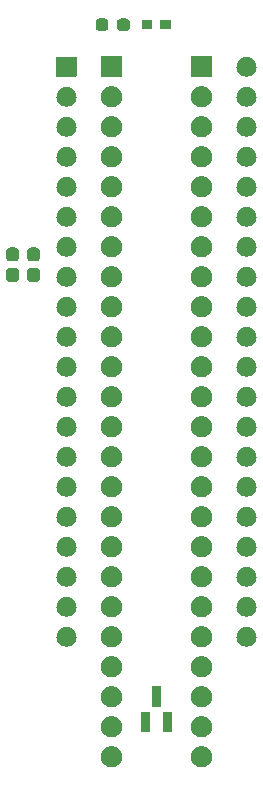
<source format=gbr>
G04 #@! TF.GenerationSoftware,KiCad,Pcbnew,7.0.11+dfsg-1build4*
G04 #@! TF.CreationDate,2024-10-25T09:24:53+09:00*
G04 #@! TF.ProjectId,bionic-mc6800,62696f6e-6963-42d6-9d63-363830302e6b,4*
G04 #@! TF.SameCoordinates,Original*
G04 #@! TF.FileFunction,Soldermask,Top*
G04 #@! TF.FilePolarity,Negative*
%FSLAX46Y46*%
G04 Gerber Fmt 4.6, Leading zero omitted, Abs format (unit mm)*
G04 Created by KiCad (PCBNEW 7.0.11+dfsg-1build4) date 2024-10-25 09:24:53*
%MOMM*%
%LPD*%
G01*
G04 APERTURE LIST*
G04 APERTURE END LIST*
G36*
X111203983Y-132603936D02*
G01*
X111254180Y-132603936D01*
X111297524Y-132613149D01*
X111335659Y-132616905D01*
X111383566Y-132631437D01*
X111438424Y-132643098D01*
X111473530Y-132658728D01*
X111504566Y-132668143D01*
X111553884Y-132694504D01*
X111610500Y-132719711D01*
X111636822Y-132738835D01*
X111660232Y-132751348D01*
X111707988Y-132790540D01*
X111762887Y-132830427D01*
X111780711Y-132850223D01*
X111796675Y-132863324D01*
X111839572Y-132915594D01*
X111888924Y-132970405D01*
X111899292Y-132988363D01*
X111908651Y-132999767D01*
X111943273Y-133064542D01*
X111983104Y-133133530D01*
X111987685Y-133147630D01*
X111991856Y-133155433D01*
X112014852Y-133231242D01*
X112041311Y-133312672D01*
X112042242Y-133321532D01*
X112043094Y-133324340D01*
X112051384Y-133408513D01*
X112061000Y-133500000D01*
X112051383Y-133591494D01*
X112043094Y-133675659D01*
X112042242Y-133678466D01*
X112041311Y-133687328D01*
X112014848Y-133768771D01*
X111991856Y-133844566D01*
X111987686Y-133852366D01*
X111983104Y-133866470D01*
X111943266Y-133935470D01*
X111908651Y-134000232D01*
X111899294Y-134011633D01*
X111888924Y-134029595D01*
X111839563Y-134084415D01*
X111796675Y-134136675D01*
X111780714Y-134149773D01*
X111762887Y-134169573D01*
X111707977Y-134209467D01*
X111660232Y-134248651D01*
X111636827Y-134261161D01*
X111610500Y-134280289D01*
X111553873Y-134305500D01*
X111504566Y-134331856D01*
X111473537Y-134341268D01*
X111438424Y-134356902D01*
X111383555Y-134368564D01*
X111335659Y-134383094D01*
X111297532Y-134386849D01*
X111254180Y-134396064D01*
X111203973Y-134396064D01*
X111160000Y-134400395D01*
X111116027Y-134396064D01*
X111065820Y-134396064D01*
X111022467Y-134386849D01*
X110984340Y-134383094D01*
X110936441Y-134368563D01*
X110881576Y-134356902D01*
X110846464Y-134341269D01*
X110815433Y-134331856D01*
X110766120Y-134305498D01*
X110709500Y-134280289D01*
X110683175Y-134261163D01*
X110659767Y-134248651D01*
X110612013Y-134209460D01*
X110557113Y-134169573D01*
X110539287Y-134149776D01*
X110523324Y-134136675D01*
X110480425Y-134084402D01*
X110431076Y-134029595D01*
X110420708Y-134011637D01*
X110411348Y-134000232D01*
X110376719Y-133935447D01*
X110336896Y-133866470D01*
X110332315Y-133852371D01*
X110328143Y-133844566D01*
X110305136Y-133768725D01*
X110278689Y-133687328D01*
X110277758Y-133678471D01*
X110276905Y-133675659D01*
X110268600Y-133591342D01*
X110259000Y-133500000D01*
X110268599Y-133408664D01*
X110276905Y-133324340D01*
X110277758Y-133321527D01*
X110278689Y-133312672D01*
X110305132Y-133231288D01*
X110328143Y-133155433D01*
X110332315Y-133147626D01*
X110336896Y-133133530D01*
X110376712Y-133064565D01*
X110411348Y-132999767D01*
X110420710Y-132988359D01*
X110431076Y-132970405D01*
X110480416Y-132915607D01*
X110523324Y-132863324D01*
X110539291Y-132850219D01*
X110557113Y-132830427D01*
X110612002Y-132790546D01*
X110659767Y-132751348D01*
X110683180Y-132738833D01*
X110709500Y-132719711D01*
X110766109Y-132694506D01*
X110815433Y-132668143D01*
X110846471Y-132658727D01*
X110881576Y-132643098D01*
X110936430Y-132631438D01*
X110984340Y-132616905D01*
X111022476Y-132613148D01*
X111065820Y-132603936D01*
X111116016Y-132603936D01*
X111160000Y-132599604D01*
X111203983Y-132603936D01*
G37*
G36*
X118823983Y-132603936D02*
G01*
X118874180Y-132603936D01*
X118917524Y-132613149D01*
X118955659Y-132616905D01*
X119003566Y-132631437D01*
X119058424Y-132643098D01*
X119093530Y-132658728D01*
X119124566Y-132668143D01*
X119173884Y-132694504D01*
X119230500Y-132719711D01*
X119256822Y-132738835D01*
X119280232Y-132751348D01*
X119327988Y-132790540D01*
X119382887Y-132830427D01*
X119400711Y-132850223D01*
X119416675Y-132863324D01*
X119459572Y-132915594D01*
X119508924Y-132970405D01*
X119519292Y-132988363D01*
X119528651Y-132999767D01*
X119563273Y-133064542D01*
X119603104Y-133133530D01*
X119607685Y-133147630D01*
X119611856Y-133155433D01*
X119634852Y-133231242D01*
X119661311Y-133312672D01*
X119662242Y-133321532D01*
X119663094Y-133324340D01*
X119671384Y-133408513D01*
X119681000Y-133500000D01*
X119671383Y-133591494D01*
X119663094Y-133675659D01*
X119662242Y-133678466D01*
X119661311Y-133687328D01*
X119634848Y-133768771D01*
X119611856Y-133844566D01*
X119607686Y-133852366D01*
X119603104Y-133866470D01*
X119563266Y-133935470D01*
X119528651Y-134000232D01*
X119519294Y-134011633D01*
X119508924Y-134029595D01*
X119459563Y-134084415D01*
X119416675Y-134136675D01*
X119400714Y-134149773D01*
X119382887Y-134169573D01*
X119327977Y-134209467D01*
X119280232Y-134248651D01*
X119256827Y-134261161D01*
X119230500Y-134280289D01*
X119173873Y-134305500D01*
X119124566Y-134331856D01*
X119093537Y-134341268D01*
X119058424Y-134356902D01*
X119003555Y-134368564D01*
X118955659Y-134383094D01*
X118917532Y-134386849D01*
X118874180Y-134396064D01*
X118823973Y-134396064D01*
X118780000Y-134400395D01*
X118736027Y-134396064D01*
X118685820Y-134396064D01*
X118642467Y-134386849D01*
X118604340Y-134383094D01*
X118556441Y-134368563D01*
X118501576Y-134356902D01*
X118466464Y-134341269D01*
X118435433Y-134331856D01*
X118386120Y-134305498D01*
X118329500Y-134280289D01*
X118303175Y-134261163D01*
X118279767Y-134248651D01*
X118232013Y-134209460D01*
X118177113Y-134169573D01*
X118159287Y-134149776D01*
X118143324Y-134136675D01*
X118100425Y-134084402D01*
X118051076Y-134029595D01*
X118040708Y-134011637D01*
X118031348Y-134000232D01*
X117996719Y-133935447D01*
X117956896Y-133866470D01*
X117952315Y-133852371D01*
X117948143Y-133844566D01*
X117925136Y-133768725D01*
X117898689Y-133687328D01*
X117897758Y-133678471D01*
X117896905Y-133675659D01*
X117888600Y-133591342D01*
X117879000Y-133500000D01*
X117888599Y-133408664D01*
X117896905Y-133324340D01*
X117897758Y-133321527D01*
X117898689Y-133312672D01*
X117925132Y-133231288D01*
X117948143Y-133155433D01*
X117952315Y-133147626D01*
X117956896Y-133133530D01*
X117996712Y-133064565D01*
X118031348Y-132999767D01*
X118040710Y-132988359D01*
X118051076Y-132970405D01*
X118100416Y-132915607D01*
X118143324Y-132863324D01*
X118159291Y-132850219D01*
X118177113Y-132830427D01*
X118232002Y-132790546D01*
X118279767Y-132751348D01*
X118303180Y-132738833D01*
X118329500Y-132719711D01*
X118386109Y-132694506D01*
X118435433Y-132668143D01*
X118466471Y-132658727D01*
X118501576Y-132643098D01*
X118556430Y-132631438D01*
X118604340Y-132616905D01*
X118642476Y-132613148D01*
X118685820Y-132603936D01*
X118736016Y-132603936D01*
X118780000Y-132599604D01*
X118823983Y-132603936D01*
G37*
G36*
X111203983Y-130063936D02*
G01*
X111254180Y-130063936D01*
X111297524Y-130073149D01*
X111335659Y-130076905D01*
X111383566Y-130091437D01*
X111438424Y-130103098D01*
X111473530Y-130118728D01*
X111504566Y-130128143D01*
X111553884Y-130154504D01*
X111610500Y-130179711D01*
X111636822Y-130198835D01*
X111660232Y-130211348D01*
X111707988Y-130250540D01*
X111762887Y-130290427D01*
X111780711Y-130310223D01*
X111796675Y-130323324D01*
X111839572Y-130375594D01*
X111888924Y-130430405D01*
X111899292Y-130448363D01*
X111908651Y-130459767D01*
X111943273Y-130524542D01*
X111983104Y-130593530D01*
X111987685Y-130607630D01*
X111991856Y-130615433D01*
X112014852Y-130691242D01*
X112041311Y-130772672D01*
X112042242Y-130781532D01*
X112043094Y-130784340D01*
X112051384Y-130868513D01*
X112061000Y-130960000D01*
X112051383Y-131051494D01*
X112043094Y-131135659D01*
X112042242Y-131138466D01*
X112041311Y-131147328D01*
X112014848Y-131228771D01*
X111991856Y-131304566D01*
X111987686Y-131312366D01*
X111983104Y-131326470D01*
X111943266Y-131395470D01*
X111908651Y-131460232D01*
X111899294Y-131471633D01*
X111888924Y-131489595D01*
X111839563Y-131544415D01*
X111796675Y-131596675D01*
X111780714Y-131609773D01*
X111762887Y-131629573D01*
X111707977Y-131669467D01*
X111660232Y-131708651D01*
X111636827Y-131721161D01*
X111610500Y-131740289D01*
X111553873Y-131765500D01*
X111504566Y-131791856D01*
X111473537Y-131801268D01*
X111438424Y-131816902D01*
X111383555Y-131828564D01*
X111335659Y-131843094D01*
X111297532Y-131846849D01*
X111254180Y-131856064D01*
X111203973Y-131856064D01*
X111160000Y-131860395D01*
X111116027Y-131856064D01*
X111065820Y-131856064D01*
X111022467Y-131846849D01*
X110984340Y-131843094D01*
X110936441Y-131828563D01*
X110881576Y-131816902D01*
X110846464Y-131801269D01*
X110815433Y-131791856D01*
X110766120Y-131765498D01*
X110709500Y-131740289D01*
X110683175Y-131721163D01*
X110659767Y-131708651D01*
X110612013Y-131669460D01*
X110557113Y-131629573D01*
X110539287Y-131609776D01*
X110523324Y-131596675D01*
X110480425Y-131544402D01*
X110431076Y-131489595D01*
X110420708Y-131471637D01*
X110411348Y-131460232D01*
X110376719Y-131395447D01*
X110336896Y-131326470D01*
X110332315Y-131312371D01*
X110328143Y-131304566D01*
X110305136Y-131228725D01*
X110278689Y-131147328D01*
X110277758Y-131138471D01*
X110276905Y-131135659D01*
X110268600Y-131051342D01*
X110259000Y-130960000D01*
X110268599Y-130868664D01*
X110276905Y-130784340D01*
X110277758Y-130781527D01*
X110278689Y-130772672D01*
X110305132Y-130691288D01*
X110328143Y-130615433D01*
X110332315Y-130607626D01*
X110336896Y-130593530D01*
X110376712Y-130524565D01*
X110411348Y-130459767D01*
X110420710Y-130448359D01*
X110431076Y-130430405D01*
X110480416Y-130375607D01*
X110523324Y-130323324D01*
X110539291Y-130310219D01*
X110557113Y-130290427D01*
X110612002Y-130250546D01*
X110659767Y-130211348D01*
X110683180Y-130198833D01*
X110709500Y-130179711D01*
X110766109Y-130154506D01*
X110815433Y-130128143D01*
X110846471Y-130118727D01*
X110881576Y-130103098D01*
X110936430Y-130091438D01*
X110984340Y-130076905D01*
X111022476Y-130073148D01*
X111065820Y-130063936D01*
X111116016Y-130063936D01*
X111160000Y-130059604D01*
X111203983Y-130063936D01*
G37*
G36*
X118823983Y-130063936D02*
G01*
X118874180Y-130063936D01*
X118917524Y-130073149D01*
X118955659Y-130076905D01*
X119003566Y-130091437D01*
X119058424Y-130103098D01*
X119093530Y-130118728D01*
X119124566Y-130128143D01*
X119173884Y-130154504D01*
X119230500Y-130179711D01*
X119256822Y-130198835D01*
X119280232Y-130211348D01*
X119327988Y-130250540D01*
X119382887Y-130290427D01*
X119400711Y-130310223D01*
X119416675Y-130323324D01*
X119459572Y-130375594D01*
X119508924Y-130430405D01*
X119519292Y-130448363D01*
X119528651Y-130459767D01*
X119563273Y-130524542D01*
X119603104Y-130593530D01*
X119607685Y-130607630D01*
X119611856Y-130615433D01*
X119634852Y-130691242D01*
X119661311Y-130772672D01*
X119662242Y-130781532D01*
X119663094Y-130784340D01*
X119671384Y-130868513D01*
X119681000Y-130960000D01*
X119671383Y-131051494D01*
X119663094Y-131135659D01*
X119662242Y-131138466D01*
X119661311Y-131147328D01*
X119634848Y-131228771D01*
X119611856Y-131304566D01*
X119607686Y-131312366D01*
X119603104Y-131326470D01*
X119563266Y-131395470D01*
X119528651Y-131460232D01*
X119519294Y-131471633D01*
X119508924Y-131489595D01*
X119459563Y-131544415D01*
X119416675Y-131596675D01*
X119400714Y-131609773D01*
X119382887Y-131629573D01*
X119327977Y-131669467D01*
X119280232Y-131708651D01*
X119256827Y-131721161D01*
X119230500Y-131740289D01*
X119173873Y-131765500D01*
X119124566Y-131791856D01*
X119093537Y-131801268D01*
X119058424Y-131816902D01*
X119003555Y-131828564D01*
X118955659Y-131843094D01*
X118917532Y-131846849D01*
X118874180Y-131856064D01*
X118823973Y-131856064D01*
X118780000Y-131860395D01*
X118736027Y-131856064D01*
X118685820Y-131856064D01*
X118642467Y-131846849D01*
X118604340Y-131843094D01*
X118556441Y-131828563D01*
X118501576Y-131816902D01*
X118466464Y-131801269D01*
X118435433Y-131791856D01*
X118386120Y-131765498D01*
X118329500Y-131740289D01*
X118303175Y-131721163D01*
X118279767Y-131708651D01*
X118232013Y-131669460D01*
X118177113Y-131629573D01*
X118159287Y-131609776D01*
X118143324Y-131596675D01*
X118100425Y-131544402D01*
X118051076Y-131489595D01*
X118040708Y-131471637D01*
X118031348Y-131460232D01*
X117996719Y-131395447D01*
X117956896Y-131326470D01*
X117952315Y-131312371D01*
X117948143Y-131304566D01*
X117925136Y-131228725D01*
X117898689Y-131147328D01*
X117897758Y-131138471D01*
X117896905Y-131135659D01*
X117888600Y-131051342D01*
X117879000Y-130960000D01*
X117888599Y-130868664D01*
X117896905Y-130784340D01*
X117897758Y-130781527D01*
X117898689Y-130772672D01*
X117925132Y-130691288D01*
X117948143Y-130615433D01*
X117952315Y-130607626D01*
X117956896Y-130593530D01*
X117996712Y-130524565D01*
X118031348Y-130459767D01*
X118040710Y-130448359D01*
X118051076Y-130430405D01*
X118100416Y-130375607D01*
X118143324Y-130323324D01*
X118159291Y-130310219D01*
X118177113Y-130290427D01*
X118232002Y-130250546D01*
X118279767Y-130211348D01*
X118303180Y-130198833D01*
X118329500Y-130179711D01*
X118386109Y-130154506D01*
X118435433Y-130128143D01*
X118466471Y-130118727D01*
X118501576Y-130103098D01*
X118556430Y-130091438D01*
X118604340Y-130076905D01*
X118642476Y-130073148D01*
X118685820Y-130063936D01*
X118736016Y-130063936D01*
X118780000Y-130059604D01*
X118823983Y-130063936D01*
G37*
G36*
X114369716Y-129692082D02*
G01*
X114386261Y-129703138D01*
X114397317Y-129719683D01*
X114401199Y-129739200D01*
X114401199Y-131364800D01*
X114397317Y-131384317D01*
X114386261Y-131400862D01*
X114369716Y-131411918D01*
X114350199Y-131415800D01*
X113689799Y-131415800D01*
X113670282Y-131411918D01*
X113653737Y-131400862D01*
X113642681Y-131384317D01*
X113638799Y-131364800D01*
X113638799Y-129739200D01*
X113642681Y-129719683D01*
X113653737Y-129703138D01*
X113670282Y-129692082D01*
X113689799Y-129688200D01*
X114350199Y-129688200D01*
X114369716Y-129692082D01*
G37*
G36*
X116269718Y-129692082D02*
G01*
X116286263Y-129703138D01*
X116297319Y-129719683D01*
X116301201Y-129739200D01*
X116301201Y-131364800D01*
X116297319Y-131384317D01*
X116286263Y-131400862D01*
X116269718Y-131411918D01*
X116250201Y-131415800D01*
X115589801Y-131415800D01*
X115570284Y-131411918D01*
X115553739Y-131400862D01*
X115542683Y-131384317D01*
X115538801Y-131364800D01*
X115538801Y-129739200D01*
X115542683Y-129719683D01*
X115553739Y-129703138D01*
X115570284Y-129692082D01*
X115589801Y-129688200D01*
X116250201Y-129688200D01*
X116269718Y-129692082D01*
G37*
G36*
X111203983Y-127523936D02*
G01*
X111254180Y-127523936D01*
X111297524Y-127533149D01*
X111335659Y-127536905D01*
X111383566Y-127551437D01*
X111438424Y-127563098D01*
X111473530Y-127578728D01*
X111504566Y-127588143D01*
X111553884Y-127614504D01*
X111610500Y-127639711D01*
X111636822Y-127658835D01*
X111660232Y-127671348D01*
X111707988Y-127710540D01*
X111762887Y-127750427D01*
X111780711Y-127770223D01*
X111796675Y-127783324D01*
X111839572Y-127835594D01*
X111888924Y-127890405D01*
X111899292Y-127908363D01*
X111908651Y-127919767D01*
X111943273Y-127984542D01*
X111983104Y-128053530D01*
X111987685Y-128067630D01*
X111991856Y-128075433D01*
X112014852Y-128151242D01*
X112041311Y-128232672D01*
X112042242Y-128241532D01*
X112043094Y-128244340D01*
X112051384Y-128328513D01*
X112061000Y-128420000D01*
X112051383Y-128511494D01*
X112043094Y-128595659D01*
X112042242Y-128598466D01*
X112041311Y-128607328D01*
X112014848Y-128688771D01*
X111991856Y-128764566D01*
X111987686Y-128772366D01*
X111983104Y-128786470D01*
X111943266Y-128855470D01*
X111908651Y-128920232D01*
X111899294Y-128931633D01*
X111888924Y-128949595D01*
X111839563Y-129004415D01*
X111796675Y-129056675D01*
X111780714Y-129069773D01*
X111762887Y-129089573D01*
X111707977Y-129129467D01*
X111660232Y-129168651D01*
X111636827Y-129181161D01*
X111610500Y-129200289D01*
X111553873Y-129225500D01*
X111504566Y-129251856D01*
X111473537Y-129261268D01*
X111438424Y-129276902D01*
X111383555Y-129288564D01*
X111335659Y-129303094D01*
X111297532Y-129306849D01*
X111254180Y-129316064D01*
X111203973Y-129316064D01*
X111160000Y-129320395D01*
X111116027Y-129316064D01*
X111065820Y-129316064D01*
X111022467Y-129306849D01*
X110984340Y-129303094D01*
X110936441Y-129288563D01*
X110881576Y-129276902D01*
X110846464Y-129261269D01*
X110815433Y-129251856D01*
X110766120Y-129225498D01*
X110709500Y-129200289D01*
X110683175Y-129181163D01*
X110659767Y-129168651D01*
X110612013Y-129129460D01*
X110557113Y-129089573D01*
X110539287Y-129069776D01*
X110523324Y-129056675D01*
X110480425Y-129004402D01*
X110431076Y-128949595D01*
X110420708Y-128931637D01*
X110411348Y-128920232D01*
X110376719Y-128855447D01*
X110336896Y-128786470D01*
X110332315Y-128772371D01*
X110328143Y-128764566D01*
X110305136Y-128688725D01*
X110278689Y-128607328D01*
X110277758Y-128598471D01*
X110276905Y-128595659D01*
X110268600Y-128511342D01*
X110259000Y-128420000D01*
X110268599Y-128328664D01*
X110276905Y-128244340D01*
X110277758Y-128241527D01*
X110278689Y-128232672D01*
X110305132Y-128151288D01*
X110328143Y-128075433D01*
X110332315Y-128067626D01*
X110336896Y-128053530D01*
X110376712Y-127984565D01*
X110411348Y-127919767D01*
X110420710Y-127908359D01*
X110431076Y-127890405D01*
X110480416Y-127835607D01*
X110523324Y-127783324D01*
X110539291Y-127770219D01*
X110557113Y-127750427D01*
X110612002Y-127710546D01*
X110659767Y-127671348D01*
X110683180Y-127658833D01*
X110709500Y-127639711D01*
X110766109Y-127614506D01*
X110815433Y-127588143D01*
X110846471Y-127578727D01*
X110881576Y-127563098D01*
X110936430Y-127551438D01*
X110984340Y-127536905D01*
X111022476Y-127533148D01*
X111065820Y-127523936D01*
X111116016Y-127523936D01*
X111160000Y-127519604D01*
X111203983Y-127523936D01*
G37*
G36*
X118823983Y-127523936D02*
G01*
X118874180Y-127523936D01*
X118917524Y-127533149D01*
X118955659Y-127536905D01*
X119003566Y-127551437D01*
X119058424Y-127563098D01*
X119093530Y-127578728D01*
X119124566Y-127588143D01*
X119173884Y-127614504D01*
X119230500Y-127639711D01*
X119256822Y-127658835D01*
X119280232Y-127671348D01*
X119327988Y-127710540D01*
X119382887Y-127750427D01*
X119400711Y-127770223D01*
X119416675Y-127783324D01*
X119459572Y-127835594D01*
X119508924Y-127890405D01*
X119519292Y-127908363D01*
X119528651Y-127919767D01*
X119563273Y-127984542D01*
X119603104Y-128053530D01*
X119607685Y-128067630D01*
X119611856Y-128075433D01*
X119634852Y-128151242D01*
X119661311Y-128232672D01*
X119662242Y-128241532D01*
X119663094Y-128244340D01*
X119671384Y-128328513D01*
X119681000Y-128420000D01*
X119671383Y-128511494D01*
X119663094Y-128595659D01*
X119662242Y-128598466D01*
X119661311Y-128607328D01*
X119634848Y-128688771D01*
X119611856Y-128764566D01*
X119607686Y-128772366D01*
X119603104Y-128786470D01*
X119563266Y-128855470D01*
X119528651Y-128920232D01*
X119519294Y-128931633D01*
X119508924Y-128949595D01*
X119459563Y-129004415D01*
X119416675Y-129056675D01*
X119400714Y-129069773D01*
X119382887Y-129089573D01*
X119327977Y-129129467D01*
X119280232Y-129168651D01*
X119256827Y-129181161D01*
X119230500Y-129200289D01*
X119173873Y-129225500D01*
X119124566Y-129251856D01*
X119093537Y-129261268D01*
X119058424Y-129276902D01*
X119003555Y-129288564D01*
X118955659Y-129303094D01*
X118917532Y-129306849D01*
X118874180Y-129316064D01*
X118823973Y-129316064D01*
X118780000Y-129320395D01*
X118736027Y-129316064D01*
X118685820Y-129316064D01*
X118642467Y-129306849D01*
X118604340Y-129303094D01*
X118556441Y-129288563D01*
X118501576Y-129276902D01*
X118466464Y-129261269D01*
X118435433Y-129251856D01*
X118386120Y-129225498D01*
X118329500Y-129200289D01*
X118303175Y-129181163D01*
X118279767Y-129168651D01*
X118232013Y-129129460D01*
X118177113Y-129089573D01*
X118159287Y-129069776D01*
X118143324Y-129056675D01*
X118100425Y-129004402D01*
X118051076Y-128949595D01*
X118040708Y-128931637D01*
X118031348Y-128920232D01*
X117996719Y-128855447D01*
X117956896Y-128786470D01*
X117952315Y-128772371D01*
X117948143Y-128764566D01*
X117925136Y-128688725D01*
X117898689Y-128607328D01*
X117897758Y-128598471D01*
X117896905Y-128595659D01*
X117888600Y-128511342D01*
X117879000Y-128420000D01*
X117888599Y-128328664D01*
X117896905Y-128244340D01*
X117897758Y-128241527D01*
X117898689Y-128232672D01*
X117925132Y-128151288D01*
X117948143Y-128075433D01*
X117952315Y-128067626D01*
X117956896Y-128053530D01*
X117996712Y-127984565D01*
X118031348Y-127919767D01*
X118040710Y-127908359D01*
X118051076Y-127890405D01*
X118100416Y-127835607D01*
X118143324Y-127783324D01*
X118159291Y-127770219D01*
X118177113Y-127750427D01*
X118232002Y-127710546D01*
X118279767Y-127671348D01*
X118303180Y-127658833D01*
X118329500Y-127639711D01*
X118386109Y-127614506D01*
X118435433Y-127588143D01*
X118466471Y-127578727D01*
X118501576Y-127563098D01*
X118556430Y-127551438D01*
X118604340Y-127536905D01*
X118642476Y-127533148D01*
X118685820Y-127523936D01*
X118736016Y-127523936D01*
X118780000Y-127519604D01*
X118823983Y-127523936D01*
G37*
G36*
X115319717Y-127560082D02*
G01*
X115336262Y-127571138D01*
X115347318Y-127587683D01*
X115351200Y-127607200D01*
X115351200Y-129232800D01*
X115347318Y-129252317D01*
X115336262Y-129268862D01*
X115319717Y-129279918D01*
X115300200Y-129283800D01*
X114639800Y-129283800D01*
X114620283Y-129279918D01*
X114603738Y-129268862D01*
X114592682Y-129252317D01*
X114588800Y-129232800D01*
X114588800Y-127607200D01*
X114592682Y-127587683D01*
X114603738Y-127571138D01*
X114620283Y-127560082D01*
X114639800Y-127556200D01*
X115300200Y-127556200D01*
X115319717Y-127560082D01*
G37*
G36*
X111203983Y-124983936D02*
G01*
X111254180Y-124983936D01*
X111297524Y-124993149D01*
X111335659Y-124996905D01*
X111383566Y-125011437D01*
X111438424Y-125023098D01*
X111473530Y-125038728D01*
X111504566Y-125048143D01*
X111553884Y-125074504D01*
X111610500Y-125099711D01*
X111636822Y-125118835D01*
X111660232Y-125131348D01*
X111707988Y-125170540D01*
X111762887Y-125210427D01*
X111780711Y-125230223D01*
X111796675Y-125243324D01*
X111839572Y-125295594D01*
X111888924Y-125350405D01*
X111899292Y-125368363D01*
X111908651Y-125379767D01*
X111943273Y-125444542D01*
X111983104Y-125513530D01*
X111987685Y-125527630D01*
X111991856Y-125535433D01*
X112014852Y-125611242D01*
X112041311Y-125692672D01*
X112042242Y-125701532D01*
X112043094Y-125704340D01*
X112051384Y-125788513D01*
X112061000Y-125880000D01*
X112051383Y-125971494D01*
X112043094Y-126055659D01*
X112042242Y-126058466D01*
X112041311Y-126067328D01*
X112014848Y-126148771D01*
X111991856Y-126224566D01*
X111987686Y-126232366D01*
X111983104Y-126246470D01*
X111943266Y-126315470D01*
X111908651Y-126380232D01*
X111899294Y-126391633D01*
X111888924Y-126409595D01*
X111839563Y-126464415D01*
X111796675Y-126516675D01*
X111780714Y-126529773D01*
X111762887Y-126549573D01*
X111707977Y-126589467D01*
X111660232Y-126628651D01*
X111636827Y-126641161D01*
X111610500Y-126660289D01*
X111553873Y-126685500D01*
X111504566Y-126711856D01*
X111473537Y-126721268D01*
X111438424Y-126736902D01*
X111383555Y-126748564D01*
X111335659Y-126763094D01*
X111297532Y-126766849D01*
X111254180Y-126776064D01*
X111203973Y-126776064D01*
X111160000Y-126780395D01*
X111116027Y-126776064D01*
X111065820Y-126776064D01*
X111022467Y-126766849D01*
X110984340Y-126763094D01*
X110936441Y-126748563D01*
X110881576Y-126736902D01*
X110846464Y-126721269D01*
X110815433Y-126711856D01*
X110766120Y-126685498D01*
X110709500Y-126660289D01*
X110683175Y-126641163D01*
X110659767Y-126628651D01*
X110612013Y-126589460D01*
X110557113Y-126549573D01*
X110539287Y-126529776D01*
X110523324Y-126516675D01*
X110480425Y-126464402D01*
X110431076Y-126409595D01*
X110420708Y-126391637D01*
X110411348Y-126380232D01*
X110376719Y-126315447D01*
X110336896Y-126246470D01*
X110332315Y-126232371D01*
X110328143Y-126224566D01*
X110305136Y-126148725D01*
X110278689Y-126067328D01*
X110277758Y-126058471D01*
X110276905Y-126055659D01*
X110268600Y-125971342D01*
X110259000Y-125880000D01*
X110268599Y-125788664D01*
X110276905Y-125704340D01*
X110277758Y-125701527D01*
X110278689Y-125692672D01*
X110305132Y-125611288D01*
X110328143Y-125535433D01*
X110332315Y-125527626D01*
X110336896Y-125513530D01*
X110376712Y-125444565D01*
X110411348Y-125379767D01*
X110420710Y-125368359D01*
X110431076Y-125350405D01*
X110480416Y-125295607D01*
X110523324Y-125243324D01*
X110539291Y-125230219D01*
X110557113Y-125210427D01*
X110612002Y-125170546D01*
X110659767Y-125131348D01*
X110683180Y-125118833D01*
X110709500Y-125099711D01*
X110766109Y-125074506D01*
X110815433Y-125048143D01*
X110846471Y-125038727D01*
X110881576Y-125023098D01*
X110936430Y-125011438D01*
X110984340Y-124996905D01*
X111022476Y-124993148D01*
X111065820Y-124983936D01*
X111116016Y-124983936D01*
X111160000Y-124979604D01*
X111203983Y-124983936D01*
G37*
G36*
X118823983Y-124983936D02*
G01*
X118874180Y-124983936D01*
X118917524Y-124993149D01*
X118955659Y-124996905D01*
X119003566Y-125011437D01*
X119058424Y-125023098D01*
X119093530Y-125038728D01*
X119124566Y-125048143D01*
X119173884Y-125074504D01*
X119230500Y-125099711D01*
X119256822Y-125118835D01*
X119280232Y-125131348D01*
X119327988Y-125170540D01*
X119382887Y-125210427D01*
X119400711Y-125230223D01*
X119416675Y-125243324D01*
X119459572Y-125295594D01*
X119508924Y-125350405D01*
X119519292Y-125368363D01*
X119528651Y-125379767D01*
X119563273Y-125444542D01*
X119603104Y-125513530D01*
X119607685Y-125527630D01*
X119611856Y-125535433D01*
X119634852Y-125611242D01*
X119661311Y-125692672D01*
X119662242Y-125701532D01*
X119663094Y-125704340D01*
X119671384Y-125788513D01*
X119681000Y-125880000D01*
X119671383Y-125971494D01*
X119663094Y-126055659D01*
X119662242Y-126058466D01*
X119661311Y-126067328D01*
X119634848Y-126148771D01*
X119611856Y-126224566D01*
X119607686Y-126232366D01*
X119603104Y-126246470D01*
X119563266Y-126315470D01*
X119528651Y-126380232D01*
X119519294Y-126391633D01*
X119508924Y-126409595D01*
X119459563Y-126464415D01*
X119416675Y-126516675D01*
X119400714Y-126529773D01*
X119382887Y-126549573D01*
X119327977Y-126589467D01*
X119280232Y-126628651D01*
X119256827Y-126641161D01*
X119230500Y-126660289D01*
X119173873Y-126685500D01*
X119124566Y-126711856D01*
X119093537Y-126721268D01*
X119058424Y-126736902D01*
X119003555Y-126748564D01*
X118955659Y-126763094D01*
X118917532Y-126766849D01*
X118874180Y-126776064D01*
X118823973Y-126776064D01*
X118780000Y-126780395D01*
X118736027Y-126776064D01*
X118685820Y-126776064D01*
X118642467Y-126766849D01*
X118604340Y-126763094D01*
X118556441Y-126748563D01*
X118501576Y-126736902D01*
X118466464Y-126721269D01*
X118435433Y-126711856D01*
X118386120Y-126685498D01*
X118329500Y-126660289D01*
X118303175Y-126641163D01*
X118279767Y-126628651D01*
X118232013Y-126589460D01*
X118177113Y-126549573D01*
X118159287Y-126529776D01*
X118143324Y-126516675D01*
X118100425Y-126464402D01*
X118051076Y-126409595D01*
X118040708Y-126391637D01*
X118031348Y-126380232D01*
X117996719Y-126315447D01*
X117956896Y-126246470D01*
X117952315Y-126232371D01*
X117948143Y-126224566D01*
X117925136Y-126148725D01*
X117898689Y-126067328D01*
X117897758Y-126058471D01*
X117896905Y-126055659D01*
X117888600Y-125971342D01*
X117879000Y-125880000D01*
X117888599Y-125788664D01*
X117896905Y-125704340D01*
X117897758Y-125701527D01*
X117898689Y-125692672D01*
X117925132Y-125611288D01*
X117948143Y-125535433D01*
X117952315Y-125527626D01*
X117956896Y-125513530D01*
X117996712Y-125444565D01*
X118031348Y-125379767D01*
X118040710Y-125368359D01*
X118051076Y-125350405D01*
X118100416Y-125295607D01*
X118143324Y-125243324D01*
X118159291Y-125230219D01*
X118177113Y-125210427D01*
X118232002Y-125170546D01*
X118279767Y-125131348D01*
X118303180Y-125118833D01*
X118329500Y-125099711D01*
X118386109Y-125074506D01*
X118435433Y-125048143D01*
X118466471Y-125038727D01*
X118501576Y-125023098D01*
X118556430Y-125011438D01*
X118604340Y-124996905D01*
X118642476Y-124993148D01*
X118685820Y-124983936D01*
X118736016Y-124983936D01*
X118780000Y-124979604D01*
X118823983Y-124983936D01*
G37*
G36*
X111203983Y-122443936D02*
G01*
X111254180Y-122443936D01*
X111297524Y-122453149D01*
X111335659Y-122456905D01*
X111383566Y-122471437D01*
X111438424Y-122483098D01*
X111473530Y-122498728D01*
X111504566Y-122508143D01*
X111553884Y-122534504D01*
X111610500Y-122559711D01*
X111636822Y-122578835D01*
X111660232Y-122591348D01*
X111707988Y-122630540D01*
X111762887Y-122670427D01*
X111780711Y-122690223D01*
X111796675Y-122703324D01*
X111839572Y-122755594D01*
X111888924Y-122810405D01*
X111899292Y-122828363D01*
X111908651Y-122839767D01*
X111943273Y-122904542D01*
X111983104Y-122973530D01*
X111987685Y-122987630D01*
X111991856Y-122995433D01*
X112014852Y-123071242D01*
X112041311Y-123152672D01*
X112042242Y-123161532D01*
X112043094Y-123164340D01*
X112051384Y-123248513D01*
X112061000Y-123340000D01*
X112051383Y-123431494D01*
X112043094Y-123515659D01*
X112042242Y-123518466D01*
X112041311Y-123527328D01*
X112014848Y-123608771D01*
X111991856Y-123684566D01*
X111987686Y-123692366D01*
X111983104Y-123706470D01*
X111943266Y-123775470D01*
X111908651Y-123840232D01*
X111899294Y-123851633D01*
X111888924Y-123869595D01*
X111839563Y-123924415D01*
X111796675Y-123976675D01*
X111780714Y-123989773D01*
X111762887Y-124009573D01*
X111707977Y-124049467D01*
X111660232Y-124088651D01*
X111636827Y-124101161D01*
X111610500Y-124120289D01*
X111553873Y-124145500D01*
X111504566Y-124171856D01*
X111473537Y-124181268D01*
X111438424Y-124196902D01*
X111383555Y-124208564D01*
X111335659Y-124223094D01*
X111297532Y-124226849D01*
X111254180Y-124236064D01*
X111203973Y-124236064D01*
X111160000Y-124240395D01*
X111116027Y-124236064D01*
X111065820Y-124236064D01*
X111022467Y-124226849D01*
X110984340Y-124223094D01*
X110936441Y-124208563D01*
X110881576Y-124196902D01*
X110846464Y-124181269D01*
X110815433Y-124171856D01*
X110766120Y-124145498D01*
X110709500Y-124120289D01*
X110683175Y-124101163D01*
X110659767Y-124088651D01*
X110612013Y-124049460D01*
X110557113Y-124009573D01*
X110539287Y-123989776D01*
X110523324Y-123976675D01*
X110480425Y-123924402D01*
X110431076Y-123869595D01*
X110420708Y-123851637D01*
X110411348Y-123840232D01*
X110376719Y-123775447D01*
X110336896Y-123706470D01*
X110332315Y-123692371D01*
X110328143Y-123684566D01*
X110305136Y-123608725D01*
X110278689Y-123527328D01*
X110277758Y-123518471D01*
X110276905Y-123515659D01*
X110268600Y-123431342D01*
X110259000Y-123340000D01*
X110268599Y-123248664D01*
X110276905Y-123164340D01*
X110277758Y-123161527D01*
X110278689Y-123152672D01*
X110305132Y-123071288D01*
X110328143Y-122995433D01*
X110332315Y-122987626D01*
X110336896Y-122973530D01*
X110376712Y-122904565D01*
X110411348Y-122839767D01*
X110420710Y-122828359D01*
X110431076Y-122810405D01*
X110480416Y-122755607D01*
X110523324Y-122703324D01*
X110539291Y-122690219D01*
X110557113Y-122670427D01*
X110612002Y-122630546D01*
X110659767Y-122591348D01*
X110683180Y-122578833D01*
X110709500Y-122559711D01*
X110766109Y-122534506D01*
X110815433Y-122508143D01*
X110846471Y-122498727D01*
X110881576Y-122483098D01*
X110936430Y-122471438D01*
X110984340Y-122456905D01*
X111022476Y-122453148D01*
X111065820Y-122443936D01*
X111116016Y-122443936D01*
X111160000Y-122439604D01*
X111203983Y-122443936D01*
G37*
G36*
X118823983Y-122443936D02*
G01*
X118874180Y-122443936D01*
X118917524Y-122453149D01*
X118955659Y-122456905D01*
X119003566Y-122471437D01*
X119058424Y-122483098D01*
X119093530Y-122498728D01*
X119124566Y-122508143D01*
X119173884Y-122534504D01*
X119230500Y-122559711D01*
X119256822Y-122578835D01*
X119280232Y-122591348D01*
X119327988Y-122630540D01*
X119382887Y-122670427D01*
X119400711Y-122690223D01*
X119416675Y-122703324D01*
X119459572Y-122755594D01*
X119508924Y-122810405D01*
X119519292Y-122828363D01*
X119528651Y-122839767D01*
X119563273Y-122904542D01*
X119603104Y-122973530D01*
X119607685Y-122987630D01*
X119611856Y-122995433D01*
X119634852Y-123071242D01*
X119661311Y-123152672D01*
X119662242Y-123161532D01*
X119663094Y-123164340D01*
X119671384Y-123248513D01*
X119681000Y-123340000D01*
X119671383Y-123431494D01*
X119663094Y-123515659D01*
X119662242Y-123518466D01*
X119661311Y-123527328D01*
X119634848Y-123608771D01*
X119611856Y-123684566D01*
X119607686Y-123692366D01*
X119603104Y-123706470D01*
X119563266Y-123775470D01*
X119528651Y-123840232D01*
X119519294Y-123851633D01*
X119508924Y-123869595D01*
X119459563Y-123924415D01*
X119416675Y-123976675D01*
X119400714Y-123989773D01*
X119382887Y-124009573D01*
X119327977Y-124049467D01*
X119280232Y-124088651D01*
X119256827Y-124101161D01*
X119230500Y-124120289D01*
X119173873Y-124145500D01*
X119124566Y-124171856D01*
X119093537Y-124181268D01*
X119058424Y-124196902D01*
X119003555Y-124208564D01*
X118955659Y-124223094D01*
X118917532Y-124226849D01*
X118874180Y-124236064D01*
X118823973Y-124236064D01*
X118780000Y-124240395D01*
X118736027Y-124236064D01*
X118685820Y-124236064D01*
X118642467Y-124226849D01*
X118604340Y-124223094D01*
X118556441Y-124208563D01*
X118501576Y-124196902D01*
X118466464Y-124181269D01*
X118435433Y-124171856D01*
X118386120Y-124145498D01*
X118329500Y-124120289D01*
X118303175Y-124101163D01*
X118279767Y-124088651D01*
X118232013Y-124049460D01*
X118177113Y-124009573D01*
X118159287Y-123989776D01*
X118143324Y-123976675D01*
X118100425Y-123924402D01*
X118051076Y-123869595D01*
X118040708Y-123851637D01*
X118031348Y-123840232D01*
X117996719Y-123775447D01*
X117956896Y-123706470D01*
X117952315Y-123692371D01*
X117948143Y-123684566D01*
X117925136Y-123608725D01*
X117898689Y-123527328D01*
X117897758Y-123518471D01*
X117896905Y-123515659D01*
X117888600Y-123431342D01*
X117879000Y-123340000D01*
X117888599Y-123248664D01*
X117896905Y-123164340D01*
X117897758Y-123161527D01*
X117898689Y-123152672D01*
X117925132Y-123071288D01*
X117948143Y-122995433D01*
X117952315Y-122987626D01*
X117956896Y-122973530D01*
X117996712Y-122904565D01*
X118031348Y-122839767D01*
X118040710Y-122828359D01*
X118051076Y-122810405D01*
X118100416Y-122755607D01*
X118143324Y-122703324D01*
X118159291Y-122690219D01*
X118177113Y-122670427D01*
X118232002Y-122630546D01*
X118279767Y-122591348D01*
X118303180Y-122578833D01*
X118329500Y-122559711D01*
X118386109Y-122534506D01*
X118435433Y-122508143D01*
X118466471Y-122498727D01*
X118501576Y-122483098D01*
X118556430Y-122471438D01*
X118604340Y-122456905D01*
X118642476Y-122453148D01*
X118685820Y-122443936D01*
X118736016Y-122443936D01*
X118780000Y-122439604D01*
X118823983Y-122443936D01*
G37*
G36*
X107391199Y-122493662D02*
G01*
X107438954Y-122493662D01*
X107480194Y-122502427D01*
X107515901Y-122505945D01*
X107560759Y-122519552D01*
X107612973Y-122530651D01*
X107646384Y-122545526D01*
X107675435Y-122554339D01*
X107721602Y-122579015D01*
X107775500Y-122603012D01*
X107800554Y-122621215D01*
X107822453Y-122632920D01*
X107867128Y-122669584D01*
X107919430Y-122707584D01*
X107936411Y-122726443D01*
X107951320Y-122738679D01*
X107991387Y-122787501D01*
X108038473Y-122839795D01*
X108048364Y-122856927D01*
X108057079Y-122867546D01*
X108089306Y-122927840D01*
X108127427Y-122993867D01*
X108131813Y-123007368D01*
X108135660Y-123014564D01*
X108156861Y-123084455D01*
X108182404Y-123163067D01*
X108183303Y-123171623D01*
X108184054Y-123174098D01*
X108191371Y-123248389D01*
X108201000Y-123340000D01*
X108191370Y-123431619D01*
X108184054Y-123505901D01*
X108183303Y-123508375D01*
X108182404Y-123516933D01*
X108156856Y-123595558D01*
X108135660Y-123665435D01*
X108131814Y-123672629D01*
X108127427Y-123686133D01*
X108089299Y-123752172D01*
X108057079Y-123812453D01*
X108048366Y-123823069D01*
X108038473Y-123840205D01*
X107991378Y-123892509D01*
X107951320Y-123941320D01*
X107936414Y-123953552D01*
X107919430Y-123972416D01*
X107867118Y-124010423D01*
X107822453Y-124047079D01*
X107800559Y-124058780D01*
X107775500Y-124076988D01*
X107721591Y-124100989D01*
X107675435Y-124125660D01*
X107646391Y-124134470D01*
X107612973Y-124149349D01*
X107560748Y-124160449D01*
X107515901Y-124174054D01*
X107480203Y-124177570D01*
X107438954Y-124186338D01*
X107391188Y-124186338D01*
X107350000Y-124190395D01*
X107308811Y-124186338D01*
X107261046Y-124186338D01*
X107219797Y-124177570D01*
X107184098Y-124174054D01*
X107139248Y-124160448D01*
X107087027Y-124149349D01*
X107053610Y-124134471D01*
X107024564Y-124125660D01*
X106978402Y-124100986D01*
X106924500Y-124076988D01*
X106899443Y-124058783D01*
X106877546Y-124047079D01*
X106832873Y-124010416D01*
X106780570Y-123972416D01*
X106763588Y-123953555D01*
X106748679Y-123941320D01*
X106708610Y-123892496D01*
X106661527Y-123840205D01*
X106651636Y-123823073D01*
X106642920Y-123812453D01*
X106610687Y-123752148D01*
X106572573Y-123686133D01*
X106568186Y-123672634D01*
X106564339Y-123665435D01*
X106543128Y-123595512D01*
X106517596Y-123516933D01*
X106516697Y-123508380D01*
X106515945Y-123505901D01*
X106508613Y-123431467D01*
X106499000Y-123340000D01*
X106508612Y-123248540D01*
X106515945Y-123174098D01*
X106516697Y-123171618D01*
X106517596Y-123163067D01*
X106543123Y-123084502D01*
X106564339Y-123014564D01*
X106568187Y-123007363D01*
X106572573Y-122993867D01*
X106610680Y-122927863D01*
X106642920Y-122867546D01*
X106651638Y-122856923D01*
X106661527Y-122839795D01*
X106708601Y-122787513D01*
X106748679Y-122738679D01*
X106763591Y-122726440D01*
X106780570Y-122707584D01*
X106832862Y-122669591D01*
X106877546Y-122632920D01*
X106899448Y-122621213D01*
X106924500Y-122603012D01*
X106978391Y-122579018D01*
X107024564Y-122554339D01*
X107053617Y-122545525D01*
X107087027Y-122530651D01*
X107139237Y-122519553D01*
X107184098Y-122505945D01*
X107219806Y-122502427D01*
X107261046Y-122493662D01*
X107308801Y-122493662D01*
X107350000Y-122489604D01*
X107391199Y-122493662D01*
G37*
G36*
X122631199Y-122493662D02*
G01*
X122678954Y-122493662D01*
X122720194Y-122502427D01*
X122755901Y-122505945D01*
X122800759Y-122519552D01*
X122852973Y-122530651D01*
X122886384Y-122545526D01*
X122915435Y-122554339D01*
X122961602Y-122579015D01*
X123015500Y-122603012D01*
X123040554Y-122621215D01*
X123062453Y-122632920D01*
X123107128Y-122669584D01*
X123159430Y-122707584D01*
X123176411Y-122726443D01*
X123191320Y-122738679D01*
X123231387Y-122787501D01*
X123278473Y-122839795D01*
X123288364Y-122856927D01*
X123297079Y-122867546D01*
X123329306Y-122927840D01*
X123367427Y-122993867D01*
X123371813Y-123007368D01*
X123375660Y-123014564D01*
X123396861Y-123084455D01*
X123422404Y-123163067D01*
X123423303Y-123171623D01*
X123424054Y-123174098D01*
X123431371Y-123248389D01*
X123441000Y-123340000D01*
X123431370Y-123431619D01*
X123424054Y-123505901D01*
X123423303Y-123508375D01*
X123422404Y-123516933D01*
X123396856Y-123595558D01*
X123375660Y-123665435D01*
X123371814Y-123672629D01*
X123367427Y-123686133D01*
X123329299Y-123752172D01*
X123297079Y-123812453D01*
X123288366Y-123823069D01*
X123278473Y-123840205D01*
X123231378Y-123892509D01*
X123191320Y-123941320D01*
X123176414Y-123953552D01*
X123159430Y-123972416D01*
X123107118Y-124010423D01*
X123062453Y-124047079D01*
X123040559Y-124058780D01*
X123015500Y-124076988D01*
X122961591Y-124100989D01*
X122915435Y-124125660D01*
X122886391Y-124134470D01*
X122852973Y-124149349D01*
X122800748Y-124160449D01*
X122755901Y-124174054D01*
X122720203Y-124177570D01*
X122678954Y-124186338D01*
X122631188Y-124186338D01*
X122590000Y-124190395D01*
X122548811Y-124186338D01*
X122501046Y-124186338D01*
X122459797Y-124177570D01*
X122424098Y-124174054D01*
X122379248Y-124160448D01*
X122327027Y-124149349D01*
X122293610Y-124134471D01*
X122264564Y-124125660D01*
X122218402Y-124100986D01*
X122164500Y-124076988D01*
X122139443Y-124058783D01*
X122117546Y-124047079D01*
X122072873Y-124010416D01*
X122020570Y-123972416D01*
X122003588Y-123953555D01*
X121988679Y-123941320D01*
X121948610Y-123892496D01*
X121901527Y-123840205D01*
X121891636Y-123823073D01*
X121882920Y-123812453D01*
X121850687Y-123752148D01*
X121812573Y-123686133D01*
X121808186Y-123672634D01*
X121804339Y-123665435D01*
X121783128Y-123595512D01*
X121757596Y-123516933D01*
X121756697Y-123508380D01*
X121755945Y-123505901D01*
X121748613Y-123431467D01*
X121739000Y-123340000D01*
X121748612Y-123248540D01*
X121755945Y-123174098D01*
X121756697Y-123171618D01*
X121757596Y-123163067D01*
X121783123Y-123084502D01*
X121804339Y-123014564D01*
X121808187Y-123007363D01*
X121812573Y-122993867D01*
X121850680Y-122927863D01*
X121882920Y-122867546D01*
X121891638Y-122856923D01*
X121901527Y-122839795D01*
X121948601Y-122787513D01*
X121988679Y-122738679D01*
X122003591Y-122726440D01*
X122020570Y-122707584D01*
X122072862Y-122669591D01*
X122117546Y-122632920D01*
X122139448Y-122621213D01*
X122164500Y-122603012D01*
X122218391Y-122579018D01*
X122264564Y-122554339D01*
X122293617Y-122545525D01*
X122327027Y-122530651D01*
X122379237Y-122519553D01*
X122424098Y-122505945D01*
X122459806Y-122502427D01*
X122501046Y-122493662D01*
X122548801Y-122493662D01*
X122590000Y-122489604D01*
X122631199Y-122493662D01*
G37*
G36*
X111203983Y-119903936D02*
G01*
X111254180Y-119903936D01*
X111297524Y-119913149D01*
X111335659Y-119916905D01*
X111383566Y-119931437D01*
X111438424Y-119943098D01*
X111473530Y-119958728D01*
X111504566Y-119968143D01*
X111553884Y-119994504D01*
X111610500Y-120019711D01*
X111636822Y-120038835D01*
X111660232Y-120051348D01*
X111707988Y-120090540D01*
X111762887Y-120130427D01*
X111780711Y-120150223D01*
X111796675Y-120163324D01*
X111839572Y-120215594D01*
X111888924Y-120270405D01*
X111899292Y-120288363D01*
X111908651Y-120299767D01*
X111943273Y-120364542D01*
X111983104Y-120433530D01*
X111987685Y-120447630D01*
X111991856Y-120455433D01*
X112014852Y-120531242D01*
X112041311Y-120612672D01*
X112042242Y-120621532D01*
X112043094Y-120624340D01*
X112051384Y-120708513D01*
X112061000Y-120800000D01*
X112051383Y-120891494D01*
X112043094Y-120975659D01*
X112042242Y-120978466D01*
X112041311Y-120987328D01*
X112014848Y-121068771D01*
X111991856Y-121144566D01*
X111987686Y-121152366D01*
X111983104Y-121166470D01*
X111943266Y-121235470D01*
X111908651Y-121300232D01*
X111899294Y-121311633D01*
X111888924Y-121329595D01*
X111839563Y-121384415D01*
X111796675Y-121436675D01*
X111780714Y-121449773D01*
X111762887Y-121469573D01*
X111707977Y-121509467D01*
X111660232Y-121548651D01*
X111636827Y-121561161D01*
X111610500Y-121580289D01*
X111553873Y-121605500D01*
X111504566Y-121631856D01*
X111473537Y-121641268D01*
X111438424Y-121656902D01*
X111383555Y-121668564D01*
X111335659Y-121683094D01*
X111297532Y-121686849D01*
X111254180Y-121696064D01*
X111203973Y-121696064D01*
X111160000Y-121700395D01*
X111116027Y-121696064D01*
X111065820Y-121696064D01*
X111022467Y-121686849D01*
X110984340Y-121683094D01*
X110936441Y-121668563D01*
X110881576Y-121656902D01*
X110846464Y-121641269D01*
X110815433Y-121631856D01*
X110766120Y-121605498D01*
X110709500Y-121580289D01*
X110683175Y-121561163D01*
X110659767Y-121548651D01*
X110612013Y-121509460D01*
X110557113Y-121469573D01*
X110539287Y-121449776D01*
X110523324Y-121436675D01*
X110480425Y-121384402D01*
X110431076Y-121329595D01*
X110420708Y-121311637D01*
X110411348Y-121300232D01*
X110376719Y-121235447D01*
X110336896Y-121166470D01*
X110332315Y-121152371D01*
X110328143Y-121144566D01*
X110305136Y-121068725D01*
X110278689Y-120987328D01*
X110277758Y-120978471D01*
X110276905Y-120975659D01*
X110268600Y-120891342D01*
X110259000Y-120800000D01*
X110268599Y-120708664D01*
X110276905Y-120624340D01*
X110277758Y-120621527D01*
X110278689Y-120612672D01*
X110305132Y-120531288D01*
X110328143Y-120455433D01*
X110332315Y-120447626D01*
X110336896Y-120433530D01*
X110376712Y-120364565D01*
X110411348Y-120299767D01*
X110420710Y-120288359D01*
X110431076Y-120270405D01*
X110480416Y-120215607D01*
X110523324Y-120163324D01*
X110539291Y-120150219D01*
X110557113Y-120130427D01*
X110612002Y-120090546D01*
X110659767Y-120051348D01*
X110683180Y-120038833D01*
X110709500Y-120019711D01*
X110766109Y-119994506D01*
X110815433Y-119968143D01*
X110846471Y-119958727D01*
X110881576Y-119943098D01*
X110936430Y-119931438D01*
X110984340Y-119916905D01*
X111022476Y-119913148D01*
X111065820Y-119903936D01*
X111116016Y-119903936D01*
X111160000Y-119899604D01*
X111203983Y-119903936D01*
G37*
G36*
X118823983Y-119903936D02*
G01*
X118874180Y-119903936D01*
X118917524Y-119913149D01*
X118955659Y-119916905D01*
X119003566Y-119931437D01*
X119058424Y-119943098D01*
X119093530Y-119958728D01*
X119124566Y-119968143D01*
X119173884Y-119994504D01*
X119230500Y-120019711D01*
X119256822Y-120038835D01*
X119280232Y-120051348D01*
X119327988Y-120090540D01*
X119382887Y-120130427D01*
X119400711Y-120150223D01*
X119416675Y-120163324D01*
X119459572Y-120215594D01*
X119508924Y-120270405D01*
X119519292Y-120288363D01*
X119528651Y-120299767D01*
X119563273Y-120364542D01*
X119603104Y-120433530D01*
X119607685Y-120447630D01*
X119611856Y-120455433D01*
X119634852Y-120531242D01*
X119661311Y-120612672D01*
X119662242Y-120621532D01*
X119663094Y-120624340D01*
X119671384Y-120708513D01*
X119681000Y-120800000D01*
X119671383Y-120891494D01*
X119663094Y-120975659D01*
X119662242Y-120978466D01*
X119661311Y-120987328D01*
X119634848Y-121068771D01*
X119611856Y-121144566D01*
X119607686Y-121152366D01*
X119603104Y-121166470D01*
X119563266Y-121235470D01*
X119528651Y-121300232D01*
X119519294Y-121311633D01*
X119508924Y-121329595D01*
X119459563Y-121384415D01*
X119416675Y-121436675D01*
X119400714Y-121449773D01*
X119382887Y-121469573D01*
X119327977Y-121509467D01*
X119280232Y-121548651D01*
X119256827Y-121561161D01*
X119230500Y-121580289D01*
X119173873Y-121605500D01*
X119124566Y-121631856D01*
X119093537Y-121641268D01*
X119058424Y-121656902D01*
X119003555Y-121668564D01*
X118955659Y-121683094D01*
X118917532Y-121686849D01*
X118874180Y-121696064D01*
X118823973Y-121696064D01*
X118780000Y-121700395D01*
X118736027Y-121696064D01*
X118685820Y-121696064D01*
X118642467Y-121686849D01*
X118604340Y-121683094D01*
X118556441Y-121668563D01*
X118501576Y-121656902D01*
X118466464Y-121641269D01*
X118435433Y-121631856D01*
X118386120Y-121605498D01*
X118329500Y-121580289D01*
X118303175Y-121561163D01*
X118279767Y-121548651D01*
X118232013Y-121509460D01*
X118177113Y-121469573D01*
X118159287Y-121449776D01*
X118143324Y-121436675D01*
X118100425Y-121384402D01*
X118051076Y-121329595D01*
X118040708Y-121311637D01*
X118031348Y-121300232D01*
X117996719Y-121235447D01*
X117956896Y-121166470D01*
X117952315Y-121152371D01*
X117948143Y-121144566D01*
X117925136Y-121068725D01*
X117898689Y-120987328D01*
X117897758Y-120978471D01*
X117896905Y-120975659D01*
X117888600Y-120891342D01*
X117879000Y-120800000D01*
X117888599Y-120708664D01*
X117896905Y-120624340D01*
X117897758Y-120621527D01*
X117898689Y-120612672D01*
X117925132Y-120531288D01*
X117948143Y-120455433D01*
X117952315Y-120447626D01*
X117956896Y-120433530D01*
X117996712Y-120364565D01*
X118031348Y-120299767D01*
X118040710Y-120288359D01*
X118051076Y-120270405D01*
X118100416Y-120215607D01*
X118143324Y-120163324D01*
X118159291Y-120150219D01*
X118177113Y-120130427D01*
X118232002Y-120090546D01*
X118279767Y-120051348D01*
X118303180Y-120038833D01*
X118329500Y-120019711D01*
X118386109Y-119994506D01*
X118435433Y-119968143D01*
X118466471Y-119958727D01*
X118501576Y-119943098D01*
X118556430Y-119931438D01*
X118604340Y-119916905D01*
X118642476Y-119913148D01*
X118685820Y-119903936D01*
X118736016Y-119903936D01*
X118780000Y-119899604D01*
X118823983Y-119903936D01*
G37*
G36*
X107391199Y-119953662D02*
G01*
X107438954Y-119953662D01*
X107480194Y-119962427D01*
X107515901Y-119965945D01*
X107560759Y-119979552D01*
X107612973Y-119990651D01*
X107646384Y-120005526D01*
X107675435Y-120014339D01*
X107721602Y-120039015D01*
X107775500Y-120063012D01*
X107800554Y-120081215D01*
X107822453Y-120092920D01*
X107867128Y-120129584D01*
X107919430Y-120167584D01*
X107936411Y-120186443D01*
X107951320Y-120198679D01*
X107991387Y-120247501D01*
X108038473Y-120299795D01*
X108048364Y-120316927D01*
X108057079Y-120327546D01*
X108089306Y-120387840D01*
X108127427Y-120453867D01*
X108131813Y-120467368D01*
X108135660Y-120474564D01*
X108156861Y-120544455D01*
X108182404Y-120623067D01*
X108183303Y-120631623D01*
X108184054Y-120634098D01*
X108191371Y-120708389D01*
X108201000Y-120800000D01*
X108191370Y-120891619D01*
X108184054Y-120965901D01*
X108183303Y-120968375D01*
X108182404Y-120976933D01*
X108156856Y-121055558D01*
X108135660Y-121125435D01*
X108131814Y-121132629D01*
X108127427Y-121146133D01*
X108089299Y-121212172D01*
X108057079Y-121272453D01*
X108048366Y-121283069D01*
X108038473Y-121300205D01*
X107991378Y-121352509D01*
X107951320Y-121401320D01*
X107936414Y-121413552D01*
X107919430Y-121432416D01*
X107867118Y-121470423D01*
X107822453Y-121507079D01*
X107800559Y-121518780D01*
X107775500Y-121536988D01*
X107721591Y-121560989D01*
X107675435Y-121585660D01*
X107646391Y-121594470D01*
X107612973Y-121609349D01*
X107560748Y-121620449D01*
X107515901Y-121634054D01*
X107480203Y-121637570D01*
X107438954Y-121646338D01*
X107391188Y-121646338D01*
X107350000Y-121650395D01*
X107308811Y-121646338D01*
X107261046Y-121646338D01*
X107219797Y-121637570D01*
X107184098Y-121634054D01*
X107139248Y-121620448D01*
X107087027Y-121609349D01*
X107053610Y-121594471D01*
X107024564Y-121585660D01*
X106978402Y-121560986D01*
X106924500Y-121536988D01*
X106899443Y-121518783D01*
X106877546Y-121507079D01*
X106832873Y-121470416D01*
X106780570Y-121432416D01*
X106763588Y-121413555D01*
X106748679Y-121401320D01*
X106708610Y-121352496D01*
X106661527Y-121300205D01*
X106651636Y-121283073D01*
X106642920Y-121272453D01*
X106610687Y-121212148D01*
X106572573Y-121146133D01*
X106568186Y-121132634D01*
X106564339Y-121125435D01*
X106543128Y-121055512D01*
X106517596Y-120976933D01*
X106516697Y-120968380D01*
X106515945Y-120965901D01*
X106508613Y-120891467D01*
X106499000Y-120800000D01*
X106508612Y-120708540D01*
X106515945Y-120634098D01*
X106516697Y-120631618D01*
X106517596Y-120623067D01*
X106543123Y-120544502D01*
X106564339Y-120474564D01*
X106568187Y-120467363D01*
X106572573Y-120453867D01*
X106610680Y-120387863D01*
X106642920Y-120327546D01*
X106651638Y-120316923D01*
X106661527Y-120299795D01*
X106708601Y-120247513D01*
X106748679Y-120198679D01*
X106763591Y-120186440D01*
X106780570Y-120167584D01*
X106832862Y-120129591D01*
X106877546Y-120092920D01*
X106899448Y-120081213D01*
X106924500Y-120063012D01*
X106978391Y-120039018D01*
X107024564Y-120014339D01*
X107053617Y-120005525D01*
X107087027Y-119990651D01*
X107139237Y-119979553D01*
X107184098Y-119965945D01*
X107219806Y-119962427D01*
X107261046Y-119953662D01*
X107308801Y-119953662D01*
X107350000Y-119949604D01*
X107391199Y-119953662D01*
G37*
G36*
X122631199Y-119953662D02*
G01*
X122678954Y-119953662D01*
X122720194Y-119962427D01*
X122755901Y-119965945D01*
X122800759Y-119979552D01*
X122852973Y-119990651D01*
X122886384Y-120005526D01*
X122915435Y-120014339D01*
X122961602Y-120039015D01*
X123015500Y-120063012D01*
X123040554Y-120081215D01*
X123062453Y-120092920D01*
X123107128Y-120129584D01*
X123159430Y-120167584D01*
X123176411Y-120186443D01*
X123191320Y-120198679D01*
X123231387Y-120247501D01*
X123278473Y-120299795D01*
X123288364Y-120316927D01*
X123297079Y-120327546D01*
X123329306Y-120387840D01*
X123367427Y-120453867D01*
X123371813Y-120467368D01*
X123375660Y-120474564D01*
X123396861Y-120544455D01*
X123422404Y-120623067D01*
X123423303Y-120631623D01*
X123424054Y-120634098D01*
X123431371Y-120708389D01*
X123441000Y-120800000D01*
X123431370Y-120891619D01*
X123424054Y-120965901D01*
X123423303Y-120968375D01*
X123422404Y-120976933D01*
X123396856Y-121055558D01*
X123375660Y-121125435D01*
X123371814Y-121132629D01*
X123367427Y-121146133D01*
X123329299Y-121212172D01*
X123297079Y-121272453D01*
X123288366Y-121283069D01*
X123278473Y-121300205D01*
X123231378Y-121352509D01*
X123191320Y-121401320D01*
X123176414Y-121413552D01*
X123159430Y-121432416D01*
X123107118Y-121470423D01*
X123062453Y-121507079D01*
X123040559Y-121518780D01*
X123015500Y-121536988D01*
X122961591Y-121560989D01*
X122915435Y-121585660D01*
X122886391Y-121594470D01*
X122852973Y-121609349D01*
X122800748Y-121620449D01*
X122755901Y-121634054D01*
X122720203Y-121637570D01*
X122678954Y-121646338D01*
X122631188Y-121646338D01*
X122590000Y-121650395D01*
X122548811Y-121646338D01*
X122501046Y-121646338D01*
X122459797Y-121637570D01*
X122424098Y-121634054D01*
X122379248Y-121620448D01*
X122327027Y-121609349D01*
X122293610Y-121594471D01*
X122264564Y-121585660D01*
X122218402Y-121560986D01*
X122164500Y-121536988D01*
X122139443Y-121518783D01*
X122117546Y-121507079D01*
X122072873Y-121470416D01*
X122020570Y-121432416D01*
X122003588Y-121413555D01*
X121988679Y-121401320D01*
X121948610Y-121352496D01*
X121901527Y-121300205D01*
X121891636Y-121283073D01*
X121882920Y-121272453D01*
X121850687Y-121212148D01*
X121812573Y-121146133D01*
X121808186Y-121132634D01*
X121804339Y-121125435D01*
X121783128Y-121055512D01*
X121757596Y-120976933D01*
X121756697Y-120968380D01*
X121755945Y-120965901D01*
X121748613Y-120891467D01*
X121739000Y-120800000D01*
X121748612Y-120708540D01*
X121755945Y-120634098D01*
X121756697Y-120631618D01*
X121757596Y-120623067D01*
X121783123Y-120544502D01*
X121804339Y-120474564D01*
X121808187Y-120467363D01*
X121812573Y-120453867D01*
X121850680Y-120387863D01*
X121882920Y-120327546D01*
X121891638Y-120316923D01*
X121901527Y-120299795D01*
X121948601Y-120247513D01*
X121988679Y-120198679D01*
X122003591Y-120186440D01*
X122020570Y-120167584D01*
X122072862Y-120129591D01*
X122117546Y-120092920D01*
X122139448Y-120081213D01*
X122164500Y-120063012D01*
X122218391Y-120039018D01*
X122264564Y-120014339D01*
X122293617Y-120005525D01*
X122327027Y-119990651D01*
X122379237Y-119979553D01*
X122424098Y-119965945D01*
X122459806Y-119962427D01*
X122501046Y-119953662D01*
X122548801Y-119953662D01*
X122590000Y-119949604D01*
X122631199Y-119953662D01*
G37*
G36*
X111203983Y-117363936D02*
G01*
X111254180Y-117363936D01*
X111297524Y-117373149D01*
X111335659Y-117376905D01*
X111383566Y-117391437D01*
X111438424Y-117403098D01*
X111473530Y-117418728D01*
X111504566Y-117428143D01*
X111553884Y-117454504D01*
X111610500Y-117479711D01*
X111636822Y-117498835D01*
X111660232Y-117511348D01*
X111707988Y-117550540D01*
X111762887Y-117590427D01*
X111780711Y-117610223D01*
X111796675Y-117623324D01*
X111839572Y-117675594D01*
X111888924Y-117730405D01*
X111899292Y-117748363D01*
X111908651Y-117759767D01*
X111943273Y-117824542D01*
X111983104Y-117893530D01*
X111987685Y-117907630D01*
X111991856Y-117915433D01*
X112014852Y-117991242D01*
X112041311Y-118072672D01*
X112042242Y-118081532D01*
X112043094Y-118084340D01*
X112051384Y-118168513D01*
X112061000Y-118260000D01*
X112051383Y-118351494D01*
X112043094Y-118435659D01*
X112042242Y-118438466D01*
X112041311Y-118447328D01*
X112014848Y-118528771D01*
X111991856Y-118604566D01*
X111987686Y-118612366D01*
X111983104Y-118626470D01*
X111943266Y-118695470D01*
X111908651Y-118760232D01*
X111899294Y-118771633D01*
X111888924Y-118789595D01*
X111839563Y-118844415D01*
X111796675Y-118896675D01*
X111780714Y-118909773D01*
X111762887Y-118929573D01*
X111707977Y-118969467D01*
X111660232Y-119008651D01*
X111636827Y-119021161D01*
X111610500Y-119040289D01*
X111553873Y-119065500D01*
X111504566Y-119091856D01*
X111473537Y-119101268D01*
X111438424Y-119116902D01*
X111383555Y-119128564D01*
X111335659Y-119143094D01*
X111297532Y-119146849D01*
X111254180Y-119156064D01*
X111203973Y-119156064D01*
X111160000Y-119160395D01*
X111116027Y-119156064D01*
X111065820Y-119156064D01*
X111022467Y-119146849D01*
X110984340Y-119143094D01*
X110936441Y-119128563D01*
X110881576Y-119116902D01*
X110846464Y-119101269D01*
X110815433Y-119091856D01*
X110766120Y-119065498D01*
X110709500Y-119040289D01*
X110683175Y-119021163D01*
X110659767Y-119008651D01*
X110612013Y-118969460D01*
X110557113Y-118929573D01*
X110539287Y-118909776D01*
X110523324Y-118896675D01*
X110480425Y-118844402D01*
X110431076Y-118789595D01*
X110420708Y-118771637D01*
X110411348Y-118760232D01*
X110376719Y-118695447D01*
X110336896Y-118626470D01*
X110332315Y-118612371D01*
X110328143Y-118604566D01*
X110305136Y-118528725D01*
X110278689Y-118447328D01*
X110277758Y-118438471D01*
X110276905Y-118435659D01*
X110268600Y-118351342D01*
X110259000Y-118260000D01*
X110268599Y-118168664D01*
X110276905Y-118084340D01*
X110277758Y-118081527D01*
X110278689Y-118072672D01*
X110305132Y-117991288D01*
X110328143Y-117915433D01*
X110332315Y-117907626D01*
X110336896Y-117893530D01*
X110376712Y-117824565D01*
X110411348Y-117759767D01*
X110420710Y-117748359D01*
X110431076Y-117730405D01*
X110480416Y-117675607D01*
X110523324Y-117623324D01*
X110539291Y-117610219D01*
X110557113Y-117590427D01*
X110612002Y-117550546D01*
X110659767Y-117511348D01*
X110683180Y-117498833D01*
X110709500Y-117479711D01*
X110766109Y-117454506D01*
X110815433Y-117428143D01*
X110846471Y-117418727D01*
X110881576Y-117403098D01*
X110936430Y-117391438D01*
X110984340Y-117376905D01*
X111022476Y-117373148D01*
X111065820Y-117363936D01*
X111116016Y-117363936D01*
X111160000Y-117359604D01*
X111203983Y-117363936D01*
G37*
G36*
X118823983Y-117363936D02*
G01*
X118874180Y-117363936D01*
X118917524Y-117373149D01*
X118955659Y-117376905D01*
X119003566Y-117391437D01*
X119058424Y-117403098D01*
X119093530Y-117418728D01*
X119124566Y-117428143D01*
X119173884Y-117454504D01*
X119230500Y-117479711D01*
X119256822Y-117498835D01*
X119280232Y-117511348D01*
X119327988Y-117550540D01*
X119382887Y-117590427D01*
X119400711Y-117610223D01*
X119416675Y-117623324D01*
X119459572Y-117675594D01*
X119508924Y-117730405D01*
X119519292Y-117748363D01*
X119528651Y-117759767D01*
X119563273Y-117824542D01*
X119603104Y-117893530D01*
X119607685Y-117907630D01*
X119611856Y-117915433D01*
X119634852Y-117991242D01*
X119661311Y-118072672D01*
X119662242Y-118081532D01*
X119663094Y-118084340D01*
X119671384Y-118168513D01*
X119681000Y-118260000D01*
X119671383Y-118351494D01*
X119663094Y-118435659D01*
X119662242Y-118438466D01*
X119661311Y-118447328D01*
X119634848Y-118528771D01*
X119611856Y-118604566D01*
X119607686Y-118612366D01*
X119603104Y-118626470D01*
X119563266Y-118695470D01*
X119528651Y-118760232D01*
X119519294Y-118771633D01*
X119508924Y-118789595D01*
X119459563Y-118844415D01*
X119416675Y-118896675D01*
X119400714Y-118909773D01*
X119382887Y-118929573D01*
X119327977Y-118969467D01*
X119280232Y-119008651D01*
X119256827Y-119021161D01*
X119230500Y-119040289D01*
X119173873Y-119065500D01*
X119124566Y-119091856D01*
X119093537Y-119101268D01*
X119058424Y-119116902D01*
X119003555Y-119128564D01*
X118955659Y-119143094D01*
X118917532Y-119146849D01*
X118874180Y-119156064D01*
X118823973Y-119156064D01*
X118780000Y-119160395D01*
X118736027Y-119156064D01*
X118685820Y-119156064D01*
X118642467Y-119146849D01*
X118604340Y-119143094D01*
X118556441Y-119128563D01*
X118501576Y-119116902D01*
X118466464Y-119101269D01*
X118435433Y-119091856D01*
X118386120Y-119065498D01*
X118329500Y-119040289D01*
X118303175Y-119021163D01*
X118279767Y-119008651D01*
X118232013Y-118969460D01*
X118177113Y-118929573D01*
X118159287Y-118909776D01*
X118143324Y-118896675D01*
X118100425Y-118844402D01*
X118051076Y-118789595D01*
X118040708Y-118771637D01*
X118031348Y-118760232D01*
X117996719Y-118695447D01*
X117956896Y-118626470D01*
X117952315Y-118612371D01*
X117948143Y-118604566D01*
X117925136Y-118528725D01*
X117898689Y-118447328D01*
X117897758Y-118438471D01*
X117896905Y-118435659D01*
X117888600Y-118351342D01*
X117879000Y-118260000D01*
X117888599Y-118168664D01*
X117896905Y-118084340D01*
X117897758Y-118081527D01*
X117898689Y-118072672D01*
X117925132Y-117991288D01*
X117948143Y-117915433D01*
X117952315Y-117907626D01*
X117956896Y-117893530D01*
X117996712Y-117824565D01*
X118031348Y-117759767D01*
X118040710Y-117748359D01*
X118051076Y-117730405D01*
X118100416Y-117675607D01*
X118143324Y-117623324D01*
X118159291Y-117610219D01*
X118177113Y-117590427D01*
X118232002Y-117550546D01*
X118279767Y-117511348D01*
X118303180Y-117498833D01*
X118329500Y-117479711D01*
X118386109Y-117454506D01*
X118435433Y-117428143D01*
X118466471Y-117418727D01*
X118501576Y-117403098D01*
X118556430Y-117391438D01*
X118604340Y-117376905D01*
X118642476Y-117373148D01*
X118685820Y-117363936D01*
X118736016Y-117363936D01*
X118780000Y-117359604D01*
X118823983Y-117363936D01*
G37*
G36*
X107391199Y-117413662D02*
G01*
X107438954Y-117413662D01*
X107480194Y-117422427D01*
X107515901Y-117425945D01*
X107560759Y-117439552D01*
X107612973Y-117450651D01*
X107646384Y-117465526D01*
X107675435Y-117474339D01*
X107721602Y-117499015D01*
X107775500Y-117523012D01*
X107800554Y-117541215D01*
X107822453Y-117552920D01*
X107867128Y-117589584D01*
X107919430Y-117627584D01*
X107936411Y-117646443D01*
X107951320Y-117658679D01*
X107991387Y-117707501D01*
X108038473Y-117759795D01*
X108048364Y-117776927D01*
X108057079Y-117787546D01*
X108089306Y-117847840D01*
X108127427Y-117913867D01*
X108131813Y-117927368D01*
X108135660Y-117934564D01*
X108156861Y-118004455D01*
X108182404Y-118083067D01*
X108183303Y-118091623D01*
X108184054Y-118094098D01*
X108191371Y-118168389D01*
X108201000Y-118260000D01*
X108191370Y-118351619D01*
X108184054Y-118425901D01*
X108183303Y-118428375D01*
X108182404Y-118436933D01*
X108156856Y-118515558D01*
X108135660Y-118585435D01*
X108131814Y-118592629D01*
X108127427Y-118606133D01*
X108089299Y-118672172D01*
X108057079Y-118732453D01*
X108048366Y-118743069D01*
X108038473Y-118760205D01*
X107991378Y-118812509D01*
X107951320Y-118861320D01*
X107936414Y-118873552D01*
X107919430Y-118892416D01*
X107867118Y-118930423D01*
X107822453Y-118967079D01*
X107800559Y-118978780D01*
X107775500Y-118996988D01*
X107721591Y-119020989D01*
X107675435Y-119045660D01*
X107646391Y-119054470D01*
X107612973Y-119069349D01*
X107560748Y-119080449D01*
X107515901Y-119094054D01*
X107480203Y-119097570D01*
X107438954Y-119106338D01*
X107391188Y-119106338D01*
X107350000Y-119110395D01*
X107308811Y-119106338D01*
X107261046Y-119106338D01*
X107219797Y-119097570D01*
X107184098Y-119094054D01*
X107139248Y-119080448D01*
X107087027Y-119069349D01*
X107053610Y-119054471D01*
X107024564Y-119045660D01*
X106978402Y-119020986D01*
X106924500Y-118996988D01*
X106899443Y-118978783D01*
X106877546Y-118967079D01*
X106832873Y-118930416D01*
X106780570Y-118892416D01*
X106763588Y-118873555D01*
X106748679Y-118861320D01*
X106708610Y-118812496D01*
X106661527Y-118760205D01*
X106651636Y-118743073D01*
X106642920Y-118732453D01*
X106610687Y-118672148D01*
X106572573Y-118606133D01*
X106568186Y-118592634D01*
X106564339Y-118585435D01*
X106543128Y-118515512D01*
X106517596Y-118436933D01*
X106516697Y-118428380D01*
X106515945Y-118425901D01*
X106508613Y-118351467D01*
X106499000Y-118260000D01*
X106508612Y-118168540D01*
X106515945Y-118094098D01*
X106516697Y-118091618D01*
X106517596Y-118083067D01*
X106543123Y-118004502D01*
X106564339Y-117934564D01*
X106568187Y-117927363D01*
X106572573Y-117913867D01*
X106610680Y-117847863D01*
X106642920Y-117787546D01*
X106651638Y-117776923D01*
X106661527Y-117759795D01*
X106708601Y-117707513D01*
X106748679Y-117658679D01*
X106763591Y-117646440D01*
X106780570Y-117627584D01*
X106832862Y-117589591D01*
X106877546Y-117552920D01*
X106899448Y-117541213D01*
X106924500Y-117523012D01*
X106978391Y-117499018D01*
X107024564Y-117474339D01*
X107053617Y-117465525D01*
X107087027Y-117450651D01*
X107139237Y-117439553D01*
X107184098Y-117425945D01*
X107219806Y-117422427D01*
X107261046Y-117413662D01*
X107308801Y-117413662D01*
X107350000Y-117409604D01*
X107391199Y-117413662D01*
G37*
G36*
X122631199Y-117413662D02*
G01*
X122678954Y-117413662D01*
X122720194Y-117422427D01*
X122755901Y-117425945D01*
X122800759Y-117439552D01*
X122852973Y-117450651D01*
X122886384Y-117465526D01*
X122915435Y-117474339D01*
X122961602Y-117499015D01*
X123015500Y-117523012D01*
X123040554Y-117541215D01*
X123062453Y-117552920D01*
X123107128Y-117589584D01*
X123159430Y-117627584D01*
X123176411Y-117646443D01*
X123191320Y-117658679D01*
X123231387Y-117707501D01*
X123278473Y-117759795D01*
X123288364Y-117776927D01*
X123297079Y-117787546D01*
X123329306Y-117847840D01*
X123367427Y-117913867D01*
X123371813Y-117927368D01*
X123375660Y-117934564D01*
X123396861Y-118004455D01*
X123422404Y-118083067D01*
X123423303Y-118091623D01*
X123424054Y-118094098D01*
X123431371Y-118168389D01*
X123441000Y-118260000D01*
X123431370Y-118351619D01*
X123424054Y-118425901D01*
X123423303Y-118428375D01*
X123422404Y-118436933D01*
X123396856Y-118515558D01*
X123375660Y-118585435D01*
X123371814Y-118592629D01*
X123367427Y-118606133D01*
X123329299Y-118672172D01*
X123297079Y-118732453D01*
X123288366Y-118743069D01*
X123278473Y-118760205D01*
X123231378Y-118812509D01*
X123191320Y-118861320D01*
X123176414Y-118873552D01*
X123159430Y-118892416D01*
X123107118Y-118930423D01*
X123062453Y-118967079D01*
X123040559Y-118978780D01*
X123015500Y-118996988D01*
X122961591Y-119020989D01*
X122915435Y-119045660D01*
X122886391Y-119054470D01*
X122852973Y-119069349D01*
X122800748Y-119080449D01*
X122755901Y-119094054D01*
X122720203Y-119097570D01*
X122678954Y-119106338D01*
X122631188Y-119106338D01*
X122590000Y-119110395D01*
X122548811Y-119106338D01*
X122501046Y-119106338D01*
X122459797Y-119097570D01*
X122424098Y-119094054D01*
X122379248Y-119080448D01*
X122327027Y-119069349D01*
X122293610Y-119054471D01*
X122264564Y-119045660D01*
X122218402Y-119020986D01*
X122164500Y-118996988D01*
X122139443Y-118978783D01*
X122117546Y-118967079D01*
X122072873Y-118930416D01*
X122020570Y-118892416D01*
X122003588Y-118873555D01*
X121988679Y-118861320D01*
X121948610Y-118812496D01*
X121901527Y-118760205D01*
X121891636Y-118743073D01*
X121882920Y-118732453D01*
X121850687Y-118672148D01*
X121812573Y-118606133D01*
X121808186Y-118592634D01*
X121804339Y-118585435D01*
X121783128Y-118515512D01*
X121757596Y-118436933D01*
X121756697Y-118428380D01*
X121755945Y-118425901D01*
X121748613Y-118351467D01*
X121739000Y-118260000D01*
X121748612Y-118168540D01*
X121755945Y-118094098D01*
X121756697Y-118091618D01*
X121757596Y-118083067D01*
X121783123Y-118004502D01*
X121804339Y-117934564D01*
X121808187Y-117927363D01*
X121812573Y-117913867D01*
X121850680Y-117847863D01*
X121882920Y-117787546D01*
X121891638Y-117776923D01*
X121901527Y-117759795D01*
X121948601Y-117707513D01*
X121988679Y-117658679D01*
X122003591Y-117646440D01*
X122020570Y-117627584D01*
X122072862Y-117589591D01*
X122117546Y-117552920D01*
X122139448Y-117541213D01*
X122164500Y-117523012D01*
X122218391Y-117499018D01*
X122264564Y-117474339D01*
X122293617Y-117465525D01*
X122327027Y-117450651D01*
X122379237Y-117439553D01*
X122424098Y-117425945D01*
X122459806Y-117422427D01*
X122501046Y-117413662D01*
X122548801Y-117413662D01*
X122590000Y-117409604D01*
X122631199Y-117413662D01*
G37*
G36*
X111203983Y-114823936D02*
G01*
X111254180Y-114823936D01*
X111297524Y-114833149D01*
X111335659Y-114836905D01*
X111383566Y-114851437D01*
X111438424Y-114863098D01*
X111473530Y-114878728D01*
X111504566Y-114888143D01*
X111553884Y-114914504D01*
X111610500Y-114939711D01*
X111636822Y-114958835D01*
X111660232Y-114971348D01*
X111707988Y-115010540D01*
X111762887Y-115050427D01*
X111780711Y-115070223D01*
X111796675Y-115083324D01*
X111839572Y-115135594D01*
X111888924Y-115190405D01*
X111899292Y-115208363D01*
X111908651Y-115219767D01*
X111943273Y-115284542D01*
X111983104Y-115353530D01*
X111987685Y-115367630D01*
X111991856Y-115375433D01*
X112014852Y-115451242D01*
X112041311Y-115532672D01*
X112042242Y-115541532D01*
X112043094Y-115544340D01*
X112051384Y-115628513D01*
X112061000Y-115720000D01*
X112051383Y-115811494D01*
X112043094Y-115895659D01*
X112042242Y-115898466D01*
X112041311Y-115907328D01*
X112014848Y-115988771D01*
X111991856Y-116064566D01*
X111987686Y-116072366D01*
X111983104Y-116086470D01*
X111943266Y-116155470D01*
X111908651Y-116220232D01*
X111899294Y-116231633D01*
X111888924Y-116249595D01*
X111839563Y-116304415D01*
X111796675Y-116356675D01*
X111780714Y-116369773D01*
X111762887Y-116389573D01*
X111707977Y-116429467D01*
X111660232Y-116468651D01*
X111636827Y-116481161D01*
X111610500Y-116500289D01*
X111553873Y-116525500D01*
X111504566Y-116551856D01*
X111473537Y-116561268D01*
X111438424Y-116576902D01*
X111383555Y-116588564D01*
X111335659Y-116603094D01*
X111297532Y-116606849D01*
X111254180Y-116616064D01*
X111203973Y-116616064D01*
X111160000Y-116620395D01*
X111116027Y-116616064D01*
X111065820Y-116616064D01*
X111022467Y-116606849D01*
X110984340Y-116603094D01*
X110936441Y-116588563D01*
X110881576Y-116576902D01*
X110846464Y-116561269D01*
X110815433Y-116551856D01*
X110766120Y-116525498D01*
X110709500Y-116500289D01*
X110683175Y-116481163D01*
X110659767Y-116468651D01*
X110612013Y-116429460D01*
X110557113Y-116389573D01*
X110539287Y-116369776D01*
X110523324Y-116356675D01*
X110480425Y-116304402D01*
X110431076Y-116249595D01*
X110420708Y-116231637D01*
X110411348Y-116220232D01*
X110376719Y-116155447D01*
X110336896Y-116086470D01*
X110332315Y-116072371D01*
X110328143Y-116064566D01*
X110305136Y-115988725D01*
X110278689Y-115907328D01*
X110277758Y-115898471D01*
X110276905Y-115895659D01*
X110268600Y-115811342D01*
X110259000Y-115720000D01*
X110268599Y-115628664D01*
X110276905Y-115544340D01*
X110277758Y-115541527D01*
X110278689Y-115532672D01*
X110305132Y-115451288D01*
X110328143Y-115375433D01*
X110332315Y-115367626D01*
X110336896Y-115353530D01*
X110376712Y-115284565D01*
X110411348Y-115219767D01*
X110420710Y-115208359D01*
X110431076Y-115190405D01*
X110480416Y-115135607D01*
X110523324Y-115083324D01*
X110539291Y-115070219D01*
X110557113Y-115050427D01*
X110612002Y-115010546D01*
X110659767Y-114971348D01*
X110683180Y-114958833D01*
X110709500Y-114939711D01*
X110766109Y-114914506D01*
X110815433Y-114888143D01*
X110846471Y-114878727D01*
X110881576Y-114863098D01*
X110936430Y-114851438D01*
X110984340Y-114836905D01*
X111022476Y-114833148D01*
X111065820Y-114823936D01*
X111116016Y-114823936D01*
X111160000Y-114819604D01*
X111203983Y-114823936D01*
G37*
G36*
X118823983Y-114823936D02*
G01*
X118874180Y-114823936D01*
X118917524Y-114833149D01*
X118955659Y-114836905D01*
X119003566Y-114851437D01*
X119058424Y-114863098D01*
X119093530Y-114878728D01*
X119124566Y-114888143D01*
X119173884Y-114914504D01*
X119230500Y-114939711D01*
X119256822Y-114958835D01*
X119280232Y-114971348D01*
X119327988Y-115010540D01*
X119382887Y-115050427D01*
X119400711Y-115070223D01*
X119416675Y-115083324D01*
X119459572Y-115135594D01*
X119508924Y-115190405D01*
X119519292Y-115208363D01*
X119528651Y-115219767D01*
X119563273Y-115284542D01*
X119603104Y-115353530D01*
X119607685Y-115367630D01*
X119611856Y-115375433D01*
X119634852Y-115451242D01*
X119661311Y-115532672D01*
X119662242Y-115541532D01*
X119663094Y-115544340D01*
X119671384Y-115628513D01*
X119681000Y-115720000D01*
X119671383Y-115811494D01*
X119663094Y-115895659D01*
X119662242Y-115898466D01*
X119661311Y-115907328D01*
X119634848Y-115988771D01*
X119611856Y-116064566D01*
X119607686Y-116072366D01*
X119603104Y-116086470D01*
X119563266Y-116155470D01*
X119528651Y-116220232D01*
X119519294Y-116231633D01*
X119508924Y-116249595D01*
X119459563Y-116304415D01*
X119416675Y-116356675D01*
X119400714Y-116369773D01*
X119382887Y-116389573D01*
X119327977Y-116429467D01*
X119280232Y-116468651D01*
X119256827Y-116481161D01*
X119230500Y-116500289D01*
X119173873Y-116525500D01*
X119124566Y-116551856D01*
X119093537Y-116561268D01*
X119058424Y-116576902D01*
X119003555Y-116588564D01*
X118955659Y-116603094D01*
X118917532Y-116606849D01*
X118874180Y-116616064D01*
X118823973Y-116616064D01*
X118780000Y-116620395D01*
X118736027Y-116616064D01*
X118685820Y-116616064D01*
X118642467Y-116606849D01*
X118604340Y-116603094D01*
X118556441Y-116588563D01*
X118501576Y-116576902D01*
X118466464Y-116561269D01*
X118435433Y-116551856D01*
X118386120Y-116525498D01*
X118329500Y-116500289D01*
X118303175Y-116481163D01*
X118279767Y-116468651D01*
X118232013Y-116429460D01*
X118177113Y-116389573D01*
X118159287Y-116369776D01*
X118143324Y-116356675D01*
X118100425Y-116304402D01*
X118051076Y-116249595D01*
X118040708Y-116231637D01*
X118031348Y-116220232D01*
X117996719Y-116155447D01*
X117956896Y-116086470D01*
X117952315Y-116072371D01*
X117948143Y-116064566D01*
X117925136Y-115988725D01*
X117898689Y-115907328D01*
X117897758Y-115898471D01*
X117896905Y-115895659D01*
X117888600Y-115811342D01*
X117879000Y-115720000D01*
X117888599Y-115628664D01*
X117896905Y-115544340D01*
X117897758Y-115541527D01*
X117898689Y-115532672D01*
X117925132Y-115451288D01*
X117948143Y-115375433D01*
X117952315Y-115367626D01*
X117956896Y-115353530D01*
X117996712Y-115284565D01*
X118031348Y-115219767D01*
X118040710Y-115208359D01*
X118051076Y-115190405D01*
X118100416Y-115135607D01*
X118143324Y-115083324D01*
X118159291Y-115070219D01*
X118177113Y-115050427D01*
X118232002Y-115010546D01*
X118279767Y-114971348D01*
X118303180Y-114958833D01*
X118329500Y-114939711D01*
X118386109Y-114914506D01*
X118435433Y-114888143D01*
X118466471Y-114878727D01*
X118501576Y-114863098D01*
X118556430Y-114851438D01*
X118604340Y-114836905D01*
X118642476Y-114833148D01*
X118685820Y-114823936D01*
X118736016Y-114823936D01*
X118780000Y-114819604D01*
X118823983Y-114823936D01*
G37*
G36*
X107391199Y-114873662D02*
G01*
X107438954Y-114873662D01*
X107480194Y-114882427D01*
X107515901Y-114885945D01*
X107560759Y-114899552D01*
X107612973Y-114910651D01*
X107646384Y-114925526D01*
X107675435Y-114934339D01*
X107721602Y-114959015D01*
X107775500Y-114983012D01*
X107800554Y-115001215D01*
X107822453Y-115012920D01*
X107867128Y-115049584D01*
X107919430Y-115087584D01*
X107936411Y-115106443D01*
X107951320Y-115118679D01*
X107991387Y-115167501D01*
X108038473Y-115219795D01*
X108048364Y-115236927D01*
X108057079Y-115247546D01*
X108089306Y-115307840D01*
X108127427Y-115373867D01*
X108131813Y-115387368D01*
X108135660Y-115394564D01*
X108156861Y-115464455D01*
X108182404Y-115543067D01*
X108183303Y-115551623D01*
X108184054Y-115554098D01*
X108191371Y-115628389D01*
X108201000Y-115720000D01*
X108191370Y-115811619D01*
X108184054Y-115885901D01*
X108183303Y-115888375D01*
X108182404Y-115896933D01*
X108156856Y-115975558D01*
X108135660Y-116045435D01*
X108131814Y-116052629D01*
X108127427Y-116066133D01*
X108089299Y-116132172D01*
X108057079Y-116192453D01*
X108048366Y-116203069D01*
X108038473Y-116220205D01*
X107991378Y-116272509D01*
X107951320Y-116321320D01*
X107936414Y-116333552D01*
X107919430Y-116352416D01*
X107867118Y-116390423D01*
X107822453Y-116427079D01*
X107800559Y-116438780D01*
X107775500Y-116456988D01*
X107721591Y-116480989D01*
X107675435Y-116505660D01*
X107646391Y-116514470D01*
X107612973Y-116529349D01*
X107560748Y-116540449D01*
X107515901Y-116554054D01*
X107480203Y-116557570D01*
X107438954Y-116566338D01*
X107391188Y-116566338D01*
X107350000Y-116570395D01*
X107308811Y-116566338D01*
X107261046Y-116566338D01*
X107219797Y-116557570D01*
X107184098Y-116554054D01*
X107139248Y-116540448D01*
X107087027Y-116529349D01*
X107053610Y-116514471D01*
X107024564Y-116505660D01*
X106978402Y-116480986D01*
X106924500Y-116456988D01*
X106899443Y-116438783D01*
X106877546Y-116427079D01*
X106832873Y-116390416D01*
X106780570Y-116352416D01*
X106763588Y-116333555D01*
X106748679Y-116321320D01*
X106708610Y-116272496D01*
X106661527Y-116220205D01*
X106651636Y-116203073D01*
X106642920Y-116192453D01*
X106610687Y-116132148D01*
X106572573Y-116066133D01*
X106568186Y-116052634D01*
X106564339Y-116045435D01*
X106543128Y-115975512D01*
X106517596Y-115896933D01*
X106516697Y-115888380D01*
X106515945Y-115885901D01*
X106508613Y-115811467D01*
X106499000Y-115720000D01*
X106508612Y-115628540D01*
X106515945Y-115554098D01*
X106516697Y-115551618D01*
X106517596Y-115543067D01*
X106543123Y-115464502D01*
X106564339Y-115394564D01*
X106568187Y-115387363D01*
X106572573Y-115373867D01*
X106610680Y-115307863D01*
X106642920Y-115247546D01*
X106651638Y-115236923D01*
X106661527Y-115219795D01*
X106708601Y-115167513D01*
X106748679Y-115118679D01*
X106763591Y-115106440D01*
X106780570Y-115087584D01*
X106832862Y-115049591D01*
X106877546Y-115012920D01*
X106899448Y-115001213D01*
X106924500Y-114983012D01*
X106978391Y-114959018D01*
X107024564Y-114934339D01*
X107053617Y-114925525D01*
X107087027Y-114910651D01*
X107139237Y-114899553D01*
X107184098Y-114885945D01*
X107219806Y-114882427D01*
X107261046Y-114873662D01*
X107308801Y-114873662D01*
X107350000Y-114869604D01*
X107391199Y-114873662D01*
G37*
G36*
X122631199Y-114873662D02*
G01*
X122678954Y-114873662D01*
X122720194Y-114882427D01*
X122755901Y-114885945D01*
X122800759Y-114899552D01*
X122852973Y-114910651D01*
X122886384Y-114925526D01*
X122915435Y-114934339D01*
X122961602Y-114959015D01*
X123015500Y-114983012D01*
X123040554Y-115001215D01*
X123062453Y-115012920D01*
X123107128Y-115049584D01*
X123159430Y-115087584D01*
X123176411Y-115106443D01*
X123191320Y-115118679D01*
X123231387Y-115167501D01*
X123278473Y-115219795D01*
X123288364Y-115236927D01*
X123297079Y-115247546D01*
X123329306Y-115307840D01*
X123367427Y-115373867D01*
X123371813Y-115387368D01*
X123375660Y-115394564D01*
X123396861Y-115464455D01*
X123422404Y-115543067D01*
X123423303Y-115551623D01*
X123424054Y-115554098D01*
X123431371Y-115628389D01*
X123441000Y-115720000D01*
X123431370Y-115811619D01*
X123424054Y-115885901D01*
X123423303Y-115888375D01*
X123422404Y-115896933D01*
X123396856Y-115975558D01*
X123375660Y-116045435D01*
X123371814Y-116052629D01*
X123367427Y-116066133D01*
X123329299Y-116132172D01*
X123297079Y-116192453D01*
X123288366Y-116203069D01*
X123278473Y-116220205D01*
X123231378Y-116272509D01*
X123191320Y-116321320D01*
X123176414Y-116333552D01*
X123159430Y-116352416D01*
X123107118Y-116390423D01*
X123062453Y-116427079D01*
X123040559Y-116438780D01*
X123015500Y-116456988D01*
X122961591Y-116480989D01*
X122915435Y-116505660D01*
X122886391Y-116514470D01*
X122852973Y-116529349D01*
X122800748Y-116540449D01*
X122755901Y-116554054D01*
X122720203Y-116557570D01*
X122678954Y-116566338D01*
X122631188Y-116566338D01*
X122590000Y-116570395D01*
X122548811Y-116566338D01*
X122501046Y-116566338D01*
X122459797Y-116557570D01*
X122424098Y-116554054D01*
X122379248Y-116540448D01*
X122327027Y-116529349D01*
X122293610Y-116514471D01*
X122264564Y-116505660D01*
X122218402Y-116480986D01*
X122164500Y-116456988D01*
X122139443Y-116438783D01*
X122117546Y-116427079D01*
X122072873Y-116390416D01*
X122020570Y-116352416D01*
X122003588Y-116333555D01*
X121988679Y-116321320D01*
X121948610Y-116272496D01*
X121901527Y-116220205D01*
X121891636Y-116203073D01*
X121882920Y-116192453D01*
X121850687Y-116132148D01*
X121812573Y-116066133D01*
X121808186Y-116052634D01*
X121804339Y-116045435D01*
X121783128Y-115975512D01*
X121757596Y-115896933D01*
X121756697Y-115888380D01*
X121755945Y-115885901D01*
X121748613Y-115811467D01*
X121739000Y-115720000D01*
X121748612Y-115628540D01*
X121755945Y-115554098D01*
X121756697Y-115551618D01*
X121757596Y-115543067D01*
X121783123Y-115464502D01*
X121804339Y-115394564D01*
X121808187Y-115387363D01*
X121812573Y-115373867D01*
X121850680Y-115307863D01*
X121882920Y-115247546D01*
X121891638Y-115236923D01*
X121901527Y-115219795D01*
X121948601Y-115167513D01*
X121988679Y-115118679D01*
X122003591Y-115106440D01*
X122020570Y-115087584D01*
X122072862Y-115049591D01*
X122117546Y-115012920D01*
X122139448Y-115001213D01*
X122164500Y-114983012D01*
X122218391Y-114959018D01*
X122264564Y-114934339D01*
X122293617Y-114925525D01*
X122327027Y-114910651D01*
X122379237Y-114899553D01*
X122424098Y-114885945D01*
X122459806Y-114882427D01*
X122501046Y-114873662D01*
X122548801Y-114873662D01*
X122590000Y-114869604D01*
X122631199Y-114873662D01*
G37*
G36*
X111203983Y-112283936D02*
G01*
X111254180Y-112283936D01*
X111297524Y-112293149D01*
X111335659Y-112296905D01*
X111383566Y-112311437D01*
X111438424Y-112323098D01*
X111473530Y-112338728D01*
X111504566Y-112348143D01*
X111553884Y-112374504D01*
X111610500Y-112399711D01*
X111636822Y-112418835D01*
X111660232Y-112431348D01*
X111707988Y-112470540D01*
X111762887Y-112510427D01*
X111780711Y-112530223D01*
X111796675Y-112543324D01*
X111839572Y-112595594D01*
X111888924Y-112650405D01*
X111899292Y-112668363D01*
X111908651Y-112679767D01*
X111943273Y-112744542D01*
X111983104Y-112813530D01*
X111987685Y-112827630D01*
X111991856Y-112835433D01*
X112014852Y-112911242D01*
X112041311Y-112992672D01*
X112042242Y-113001532D01*
X112043094Y-113004340D01*
X112051384Y-113088513D01*
X112061000Y-113180000D01*
X112051383Y-113271494D01*
X112043094Y-113355659D01*
X112042242Y-113358466D01*
X112041311Y-113367328D01*
X112014848Y-113448771D01*
X111991856Y-113524566D01*
X111987686Y-113532366D01*
X111983104Y-113546470D01*
X111943266Y-113615470D01*
X111908651Y-113680232D01*
X111899294Y-113691633D01*
X111888924Y-113709595D01*
X111839563Y-113764415D01*
X111796675Y-113816675D01*
X111780714Y-113829773D01*
X111762887Y-113849573D01*
X111707977Y-113889467D01*
X111660232Y-113928651D01*
X111636827Y-113941161D01*
X111610500Y-113960289D01*
X111553873Y-113985500D01*
X111504566Y-114011856D01*
X111473537Y-114021268D01*
X111438424Y-114036902D01*
X111383555Y-114048564D01*
X111335659Y-114063094D01*
X111297532Y-114066849D01*
X111254180Y-114076064D01*
X111203973Y-114076064D01*
X111160000Y-114080395D01*
X111116027Y-114076064D01*
X111065820Y-114076064D01*
X111022467Y-114066849D01*
X110984340Y-114063094D01*
X110936441Y-114048563D01*
X110881576Y-114036902D01*
X110846464Y-114021269D01*
X110815433Y-114011856D01*
X110766120Y-113985498D01*
X110709500Y-113960289D01*
X110683175Y-113941163D01*
X110659767Y-113928651D01*
X110612013Y-113889460D01*
X110557113Y-113849573D01*
X110539287Y-113829776D01*
X110523324Y-113816675D01*
X110480425Y-113764402D01*
X110431076Y-113709595D01*
X110420708Y-113691637D01*
X110411348Y-113680232D01*
X110376719Y-113615447D01*
X110336896Y-113546470D01*
X110332315Y-113532371D01*
X110328143Y-113524566D01*
X110305136Y-113448725D01*
X110278689Y-113367328D01*
X110277758Y-113358471D01*
X110276905Y-113355659D01*
X110268600Y-113271342D01*
X110259000Y-113180000D01*
X110268599Y-113088664D01*
X110276905Y-113004340D01*
X110277758Y-113001527D01*
X110278689Y-112992672D01*
X110305132Y-112911288D01*
X110328143Y-112835433D01*
X110332315Y-112827626D01*
X110336896Y-112813530D01*
X110376712Y-112744565D01*
X110411348Y-112679767D01*
X110420710Y-112668359D01*
X110431076Y-112650405D01*
X110480416Y-112595607D01*
X110523324Y-112543324D01*
X110539291Y-112530219D01*
X110557113Y-112510427D01*
X110612002Y-112470546D01*
X110659767Y-112431348D01*
X110683180Y-112418833D01*
X110709500Y-112399711D01*
X110766109Y-112374506D01*
X110815433Y-112348143D01*
X110846471Y-112338727D01*
X110881576Y-112323098D01*
X110936430Y-112311438D01*
X110984340Y-112296905D01*
X111022476Y-112293148D01*
X111065820Y-112283936D01*
X111116016Y-112283936D01*
X111160000Y-112279604D01*
X111203983Y-112283936D01*
G37*
G36*
X118823983Y-112283936D02*
G01*
X118874180Y-112283936D01*
X118917524Y-112293149D01*
X118955659Y-112296905D01*
X119003566Y-112311437D01*
X119058424Y-112323098D01*
X119093530Y-112338728D01*
X119124566Y-112348143D01*
X119173884Y-112374504D01*
X119230500Y-112399711D01*
X119256822Y-112418835D01*
X119280232Y-112431348D01*
X119327988Y-112470540D01*
X119382887Y-112510427D01*
X119400711Y-112530223D01*
X119416675Y-112543324D01*
X119459572Y-112595594D01*
X119508924Y-112650405D01*
X119519292Y-112668363D01*
X119528651Y-112679767D01*
X119563273Y-112744542D01*
X119603104Y-112813530D01*
X119607685Y-112827630D01*
X119611856Y-112835433D01*
X119634852Y-112911242D01*
X119661311Y-112992672D01*
X119662242Y-113001532D01*
X119663094Y-113004340D01*
X119671384Y-113088513D01*
X119681000Y-113180000D01*
X119671383Y-113271494D01*
X119663094Y-113355659D01*
X119662242Y-113358466D01*
X119661311Y-113367328D01*
X119634848Y-113448771D01*
X119611856Y-113524566D01*
X119607686Y-113532366D01*
X119603104Y-113546470D01*
X119563266Y-113615470D01*
X119528651Y-113680232D01*
X119519294Y-113691633D01*
X119508924Y-113709595D01*
X119459563Y-113764415D01*
X119416675Y-113816675D01*
X119400714Y-113829773D01*
X119382887Y-113849573D01*
X119327977Y-113889467D01*
X119280232Y-113928651D01*
X119256827Y-113941161D01*
X119230500Y-113960289D01*
X119173873Y-113985500D01*
X119124566Y-114011856D01*
X119093537Y-114021268D01*
X119058424Y-114036902D01*
X119003555Y-114048564D01*
X118955659Y-114063094D01*
X118917532Y-114066849D01*
X118874180Y-114076064D01*
X118823973Y-114076064D01*
X118780000Y-114080395D01*
X118736027Y-114076064D01*
X118685820Y-114076064D01*
X118642467Y-114066849D01*
X118604340Y-114063094D01*
X118556441Y-114048563D01*
X118501576Y-114036902D01*
X118466464Y-114021269D01*
X118435433Y-114011856D01*
X118386120Y-113985498D01*
X118329500Y-113960289D01*
X118303175Y-113941163D01*
X118279767Y-113928651D01*
X118232013Y-113889460D01*
X118177113Y-113849573D01*
X118159287Y-113829776D01*
X118143324Y-113816675D01*
X118100425Y-113764402D01*
X118051076Y-113709595D01*
X118040708Y-113691637D01*
X118031348Y-113680232D01*
X117996719Y-113615447D01*
X117956896Y-113546470D01*
X117952315Y-113532371D01*
X117948143Y-113524566D01*
X117925136Y-113448725D01*
X117898689Y-113367328D01*
X117897758Y-113358471D01*
X117896905Y-113355659D01*
X117888600Y-113271342D01*
X117879000Y-113180000D01*
X117888599Y-113088664D01*
X117896905Y-113004340D01*
X117897758Y-113001527D01*
X117898689Y-112992672D01*
X117925132Y-112911288D01*
X117948143Y-112835433D01*
X117952315Y-112827626D01*
X117956896Y-112813530D01*
X117996712Y-112744565D01*
X118031348Y-112679767D01*
X118040710Y-112668359D01*
X118051076Y-112650405D01*
X118100416Y-112595607D01*
X118143324Y-112543324D01*
X118159291Y-112530219D01*
X118177113Y-112510427D01*
X118232002Y-112470546D01*
X118279767Y-112431348D01*
X118303180Y-112418833D01*
X118329500Y-112399711D01*
X118386109Y-112374506D01*
X118435433Y-112348143D01*
X118466471Y-112338727D01*
X118501576Y-112323098D01*
X118556430Y-112311438D01*
X118604340Y-112296905D01*
X118642476Y-112293148D01*
X118685820Y-112283936D01*
X118736016Y-112283936D01*
X118780000Y-112279604D01*
X118823983Y-112283936D01*
G37*
G36*
X107391199Y-112333662D02*
G01*
X107438954Y-112333662D01*
X107480194Y-112342427D01*
X107515901Y-112345945D01*
X107560759Y-112359552D01*
X107612973Y-112370651D01*
X107646384Y-112385526D01*
X107675435Y-112394339D01*
X107721602Y-112419015D01*
X107775500Y-112443012D01*
X107800554Y-112461215D01*
X107822453Y-112472920D01*
X107867128Y-112509584D01*
X107919430Y-112547584D01*
X107936411Y-112566443D01*
X107951320Y-112578679D01*
X107991387Y-112627501D01*
X108038473Y-112679795D01*
X108048364Y-112696927D01*
X108057079Y-112707546D01*
X108089306Y-112767840D01*
X108127427Y-112833867D01*
X108131813Y-112847368D01*
X108135660Y-112854564D01*
X108156861Y-112924455D01*
X108182404Y-113003067D01*
X108183303Y-113011623D01*
X108184054Y-113014098D01*
X108191371Y-113088389D01*
X108201000Y-113180000D01*
X108191370Y-113271619D01*
X108184054Y-113345901D01*
X108183303Y-113348375D01*
X108182404Y-113356933D01*
X108156856Y-113435558D01*
X108135660Y-113505435D01*
X108131814Y-113512629D01*
X108127427Y-113526133D01*
X108089299Y-113592172D01*
X108057079Y-113652453D01*
X108048366Y-113663069D01*
X108038473Y-113680205D01*
X107991378Y-113732509D01*
X107951320Y-113781320D01*
X107936414Y-113793552D01*
X107919430Y-113812416D01*
X107867118Y-113850423D01*
X107822453Y-113887079D01*
X107800559Y-113898780D01*
X107775500Y-113916988D01*
X107721591Y-113940989D01*
X107675435Y-113965660D01*
X107646391Y-113974470D01*
X107612973Y-113989349D01*
X107560748Y-114000449D01*
X107515901Y-114014054D01*
X107480203Y-114017570D01*
X107438954Y-114026338D01*
X107391188Y-114026338D01*
X107350000Y-114030395D01*
X107308811Y-114026338D01*
X107261046Y-114026338D01*
X107219797Y-114017570D01*
X107184098Y-114014054D01*
X107139248Y-114000448D01*
X107087027Y-113989349D01*
X107053610Y-113974471D01*
X107024564Y-113965660D01*
X106978402Y-113940986D01*
X106924500Y-113916988D01*
X106899443Y-113898783D01*
X106877546Y-113887079D01*
X106832873Y-113850416D01*
X106780570Y-113812416D01*
X106763588Y-113793555D01*
X106748679Y-113781320D01*
X106708610Y-113732496D01*
X106661527Y-113680205D01*
X106651636Y-113663073D01*
X106642920Y-113652453D01*
X106610687Y-113592148D01*
X106572573Y-113526133D01*
X106568186Y-113512634D01*
X106564339Y-113505435D01*
X106543128Y-113435512D01*
X106517596Y-113356933D01*
X106516697Y-113348380D01*
X106515945Y-113345901D01*
X106508613Y-113271467D01*
X106499000Y-113180000D01*
X106508612Y-113088540D01*
X106515945Y-113014098D01*
X106516697Y-113011618D01*
X106517596Y-113003067D01*
X106543123Y-112924502D01*
X106564339Y-112854564D01*
X106568187Y-112847363D01*
X106572573Y-112833867D01*
X106610680Y-112767863D01*
X106642920Y-112707546D01*
X106651638Y-112696923D01*
X106661527Y-112679795D01*
X106708601Y-112627513D01*
X106748679Y-112578679D01*
X106763591Y-112566440D01*
X106780570Y-112547584D01*
X106832862Y-112509591D01*
X106877546Y-112472920D01*
X106899448Y-112461213D01*
X106924500Y-112443012D01*
X106978391Y-112419018D01*
X107024564Y-112394339D01*
X107053617Y-112385525D01*
X107087027Y-112370651D01*
X107139237Y-112359553D01*
X107184098Y-112345945D01*
X107219806Y-112342427D01*
X107261046Y-112333662D01*
X107308801Y-112333662D01*
X107350000Y-112329604D01*
X107391199Y-112333662D01*
G37*
G36*
X122631199Y-112333662D02*
G01*
X122678954Y-112333662D01*
X122720194Y-112342427D01*
X122755901Y-112345945D01*
X122800759Y-112359552D01*
X122852973Y-112370651D01*
X122886384Y-112385526D01*
X122915435Y-112394339D01*
X122961602Y-112419015D01*
X123015500Y-112443012D01*
X123040554Y-112461215D01*
X123062453Y-112472920D01*
X123107128Y-112509584D01*
X123159430Y-112547584D01*
X123176411Y-112566443D01*
X123191320Y-112578679D01*
X123231387Y-112627501D01*
X123278473Y-112679795D01*
X123288364Y-112696927D01*
X123297079Y-112707546D01*
X123329306Y-112767840D01*
X123367427Y-112833867D01*
X123371813Y-112847368D01*
X123375660Y-112854564D01*
X123396861Y-112924455D01*
X123422404Y-113003067D01*
X123423303Y-113011623D01*
X123424054Y-113014098D01*
X123431371Y-113088389D01*
X123441000Y-113180000D01*
X123431370Y-113271619D01*
X123424054Y-113345901D01*
X123423303Y-113348375D01*
X123422404Y-113356933D01*
X123396856Y-113435558D01*
X123375660Y-113505435D01*
X123371814Y-113512629D01*
X123367427Y-113526133D01*
X123329299Y-113592172D01*
X123297079Y-113652453D01*
X123288366Y-113663069D01*
X123278473Y-113680205D01*
X123231378Y-113732509D01*
X123191320Y-113781320D01*
X123176414Y-113793552D01*
X123159430Y-113812416D01*
X123107118Y-113850423D01*
X123062453Y-113887079D01*
X123040559Y-113898780D01*
X123015500Y-113916988D01*
X122961591Y-113940989D01*
X122915435Y-113965660D01*
X122886391Y-113974470D01*
X122852973Y-113989349D01*
X122800748Y-114000449D01*
X122755901Y-114014054D01*
X122720203Y-114017570D01*
X122678954Y-114026338D01*
X122631188Y-114026338D01*
X122590000Y-114030395D01*
X122548811Y-114026338D01*
X122501046Y-114026338D01*
X122459797Y-114017570D01*
X122424098Y-114014054D01*
X122379248Y-114000448D01*
X122327027Y-113989349D01*
X122293610Y-113974471D01*
X122264564Y-113965660D01*
X122218402Y-113940986D01*
X122164500Y-113916988D01*
X122139443Y-113898783D01*
X122117546Y-113887079D01*
X122072873Y-113850416D01*
X122020570Y-113812416D01*
X122003588Y-113793555D01*
X121988679Y-113781320D01*
X121948610Y-113732496D01*
X121901527Y-113680205D01*
X121891636Y-113663073D01*
X121882920Y-113652453D01*
X121850687Y-113592148D01*
X121812573Y-113526133D01*
X121808186Y-113512634D01*
X121804339Y-113505435D01*
X121783128Y-113435512D01*
X121757596Y-113356933D01*
X121756697Y-113348380D01*
X121755945Y-113345901D01*
X121748613Y-113271467D01*
X121739000Y-113180000D01*
X121748612Y-113088540D01*
X121755945Y-113014098D01*
X121756697Y-113011618D01*
X121757596Y-113003067D01*
X121783123Y-112924502D01*
X121804339Y-112854564D01*
X121808187Y-112847363D01*
X121812573Y-112833867D01*
X121850680Y-112767863D01*
X121882920Y-112707546D01*
X121891638Y-112696923D01*
X121901527Y-112679795D01*
X121948601Y-112627513D01*
X121988679Y-112578679D01*
X122003591Y-112566440D01*
X122020570Y-112547584D01*
X122072862Y-112509591D01*
X122117546Y-112472920D01*
X122139448Y-112461213D01*
X122164500Y-112443012D01*
X122218391Y-112419018D01*
X122264564Y-112394339D01*
X122293617Y-112385525D01*
X122327027Y-112370651D01*
X122379237Y-112359553D01*
X122424098Y-112345945D01*
X122459806Y-112342427D01*
X122501046Y-112333662D01*
X122548801Y-112333662D01*
X122590000Y-112329604D01*
X122631199Y-112333662D01*
G37*
G36*
X111203983Y-109743936D02*
G01*
X111254180Y-109743936D01*
X111297524Y-109753149D01*
X111335659Y-109756905D01*
X111383566Y-109771437D01*
X111438424Y-109783098D01*
X111473530Y-109798728D01*
X111504566Y-109808143D01*
X111553884Y-109834504D01*
X111610500Y-109859711D01*
X111636822Y-109878835D01*
X111660232Y-109891348D01*
X111707988Y-109930540D01*
X111762887Y-109970427D01*
X111780711Y-109990223D01*
X111796675Y-110003324D01*
X111839572Y-110055594D01*
X111888924Y-110110405D01*
X111899292Y-110128363D01*
X111908651Y-110139767D01*
X111943273Y-110204542D01*
X111983104Y-110273530D01*
X111987685Y-110287630D01*
X111991856Y-110295433D01*
X112014852Y-110371242D01*
X112041311Y-110452672D01*
X112042242Y-110461532D01*
X112043094Y-110464340D01*
X112051384Y-110548513D01*
X112061000Y-110640000D01*
X112051383Y-110731494D01*
X112043094Y-110815659D01*
X112042242Y-110818466D01*
X112041311Y-110827328D01*
X112014848Y-110908771D01*
X111991856Y-110984566D01*
X111987686Y-110992366D01*
X111983104Y-111006470D01*
X111943266Y-111075470D01*
X111908651Y-111140232D01*
X111899294Y-111151633D01*
X111888924Y-111169595D01*
X111839563Y-111224415D01*
X111796675Y-111276675D01*
X111780714Y-111289773D01*
X111762887Y-111309573D01*
X111707977Y-111349467D01*
X111660232Y-111388651D01*
X111636827Y-111401161D01*
X111610500Y-111420289D01*
X111553873Y-111445500D01*
X111504566Y-111471856D01*
X111473537Y-111481268D01*
X111438424Y-111496902D01*
X111383555Y-111508564D01*
X111335659Y-111523094D01*
X111297532Y-111526849D01*
X111254180Y-111536064D01*
X111203973Y-111536064D01*
X111160000Y-111540395D01*
X111116027Y-111536064D01*
X111065820Y-111536064D01*
X111022467Y-111526849D01*
X110984340Y-111523094D01*
X110936441Y-111508563D01*
X110881576Y-111496902D01*
X110846464Y-111481269D01*
X110815433Y-111471856D01*
X110766120Y-111445498D01*
X110709500Y-111420289D01*
X110683175Y-111401163D01*
X110659767Y-111388651D01*
X110612013Y-111349460D01*
X110557113Y-111309573D01*
X110539287Y-111289776D01*
X110523324Y-111276675D01*
X110480425Y-111224402D01*
X110431076Y-111169595D01*
X110420708Y-111151637D01*
X110411348Y-111140232D01*
X110376719Y-111075447D01*
X110336896Y-111006470D01*
X110332315Y-110992371D01*
X110328143Y-110984566D01*
X110305136Y-110908725D01*
X110278689Y-110827328D01*
X110277758Y-110818471D01*
X110276905Y-110815659D01*
X110268600Y-110731342D01*
X110259000Y-110640000D01*
X110268599Y-110548664D01*
X110276905Y-110464340D01*
X110277758Y-110461527D01*
X110278689Y-110452672D01*
X110305132Y-110371288D01*
X110328143Y-110295433D01*
X110332315Y-110287626D01*
X110336896Y-110273530D01*
X110376712Y-110204565D01*
X110411348Y-110139767D01*
X110420710Y-110128359D01*
X110431076Y-110110405D01*
X110480416Y-110055607D01*
X110523324Y-110003324D01*
X110539291Y-109990219D01*
X110557113Y-109970427D01*
X110612002Y-109930546D01*
X110659767Y-109891348D01*
X110683180Y-109878833D01*
X110709500Y-109859711D01*
X110766109Y-109834506D01*
X110815433Y-109808143D01*
X110846471Y-109798727D01*
X110881576Y-109783098D01*
X110936430Y-109771438D01*
X110984340Y-109756905D01*
X111022476Y-109753148D01*
X111065820Y-109743936D01*
X111116016Y-109743936D01*
X111160000Y-109739604D01*
X111203983Y-109743936D01*
G37*
G36*
X118823983Y-109743936D02*
G01*
X118874180Y-109743936D01*
X118917524Y-109753149D01*
X118955659Y-109756905D01*
X119003566Y-109771437D01*
X119058424Y-109783098D01*
X119093530Y-109798728D01*
X119124566Y-109808143D01*
X119173884Y-109834504D01*
X119230500Y-109859711D01*
X119256822Y-109878835D01*
X119280232Y-109891348D01*
X119327988Y-109930540D01*
X119382887Y-109970427D01*
X119400711Y-109990223D01*
X119416675Y-110003324D01*
X119459572Y-110055594D01*
X119508924Y-110110405D01*
X119519292Y-110128363D01*
X119528651Y-110139767D01*
X119563273Y-110204542D01*
X119603104Y-110273530D01*
X119607685Y-110287630D01*
X119611856Y-110295433D01*
X119634852Y-110371242D01*
X119661311Y-110452672D01*
X119662242Y-110461532D01*
X119663094Y-110464340D01*
X119671384Y-110548513D01*
X119681000Y-110640000D01*
X119671383Y-110731494D01*
X119663094Y-110815659D01*
X119662242Y-110818466D01*
X119661311Y-110827328D01*
X119634848Y-110908771D01*
X119611856Y-110984566D01*
X119607686Y-110992366D01*
X119603104Y-111006470D01*
X119563266Y-111075470D01*
X119528651Y-111140232D01*
X119519294Y-111151633D01*
X119508924Y-111169595D01*
X119459563Y-111224415D01*
X119416675Y-111276675D01*
X119400714Y-111289773D01*
X119382887Y-111309573D01*
X119327977Y-111349467D01*
X119280232Y-111388651D01*
X119256827Y-111401161D01*
X119230500Y-111420289D01*
X119173873Y-111445500D01*
X119124566Y-111471856D01*
X119093537Y-111481268D01*
X119058424Y-111496902D01*
X119003555Y-111508564D01*
X118955659Y-111523094D01*
X118917532Y-111526849D01*
X118874180Y-111536064D01*
X118823973Y-111536064D01*
X118780000Y-111540395D01*
X118736027Y-111536064D01*
X118685820Y-111536064D01*
X118642467Y-111526849D01*
X118604340Y-111523094D01*
X118556441Y-111508563D01*
X118501576Y-111496902D01*
X118466464Y-111481269D01*
X118435433Y-111471856D01*
X118386120Y-111445498D01*
X118329500Y-111420289D01*
X118303175Y-111401163D01*
X118279767Y-111388651D01*
X118232013Y-111349460D01*
X118177113Y-111309573D01*
X118159287Y-111289776D01*
X118143324Y-111276675D01*
X118100425Y-111224402D01*
X118051076Y-111169595D01*
X118040708Y-111151637D01*
X118031348Y-111140232D01*
X117996719Y-111075447D01*
X117956896Y-111006470D01*
X117952315Y-110992371D01*
X117948143Y-110984566D01*
X117925136Y-110908725D01*
X117898689Y-110827328D01*
X117897758Y-110818471D01*
X117896905Y-110815659D01*
X117888600Y-110731342D01*
X117879000Y-110640000D01*
X117888599Y-110548664D01*
X117896905Y-110464340D01*
X117897758Y-110461527D01*
X117898689Y-110452672D01*
X117925132Y-110371288D01*
X117948143Y-110295433D01*
X117952315Y-110287626D01*
X117956896Y-110273530D01*
X117996712Y-110204565D01*
X118031348Y-110139767D01*
X118040710Y-110128359D01*
X118051076Y-110110405D01*
X118100416Y-110055607D01*
X118143324Y-110003324D01*
X118159291Y-109990219D01*
X118177113Y-109970427D01*
X118232002Y-109930546D01*
X118279767Y-109891348D01*
X118303180Y-109878833D01*
X118329500Y-109859711D01*
X118386109Y-109834506D01*
X118435433Y-109808143D01*
X118466471Y-109798727D01*
X118501576Y-109783098D01*
X118556430Y-109771438D01*
X118604340Y-109756905D01*
X118642476Y-109753148D01*
X118685820Y-109743936D01*
X118736016Y-109743936D01*
X118780000Y-109739604D01*
X118823983Y-109743936D01*
G37*
G36*
X107391199Y-109793662D02*
G01*
X107438954Y-109793662D01*
X107480194Y-109802427D01*
X107515901Y-109805945D01*
X107560759Y-109819552D01*
X107612973Y-109830651D01*
X107646384Y-109845526D01*
X107675435Y-109854339D01*
X107721602Y-109879015D01*
X107775500Y-109903012D01*
X107800554Y-109921215D01*
X107822453Y-109932920D01*
X107867128Y-109969584D01*
X107919430Y-110007584D01*
X107936411Y-110026443D01*
X107951320Y-110038679D01*
X107991387Y-110087501D01*
X108038473Y-110139795D01*
X108048364Y-110156927D01*
X108057079Y-110167546D01*
X108089306Y-110227840D01*
X108127427Y-110293867D01*
X108131813Y-110307368D01*
X108135660Y-110314564D01*
X108156861Y-110384455D01*
X108182404Y-110463067D01*
X108183303Y-110471623D01*
X108184054Y-110474098D01*
X108191371Y-110548389D01*
X108201000Y-110640000D01*
X108191370Y-110731619D01*
X108184054Y-110805901D01*
X108183303Y-110808375D01*
X108182404Y-110816933D01*
X108156856Y-110895558D01*
X108135660Y-110965435D01*
X108131814Y-110972629D01*
X108127427Y-110986133D01*
X108089299Y-111052172D01*
X108057079Y-111112453D01*
X108048366Y-111123069D01*
X108038473Y-111140205D01*
X107991378Y-111192509D01*
X107951320Y-111241320D01*
X107936414Y-111253552D01*
X107919430Y-111272416D01*
X107867118Y-111310423D01*
X107822453Y-111347079D01*
X107800559Y-111358780D01*
X107775500Y-111376988D01*
X107721591Y-111400989D01*
X107675435Y-111425660D01*
X107646391Y-111434470D01*
X107612973Y-111449349D01*
X107560748Y-111460449D01*
X107515901Y-111474054D01*
X107480203Y-111477570D01*
X107438954Y-111486338D01*
X107391188Y-111486338D01*
X107350000Y-111490395D01*
X107308811Y-111486338D01*
X107261046Y-111486338D01*
X107219797Y-111477570D01*
X107184098Y-111474054D01*
X107139248Y-111460448D01*
X107087027Y-111449349D01*
X107053610Y-111434471D01*
X107024564Y-111425660D01*
X106978402Y-111400986D01*
X106924500Y-111376988D01*
X106899443Y-111358783D01*
X106877546Y-111347079D01*
X106832873Y-111310416D01*
X106780570Y-111272416D01*
X106763588Y-111253555D01*
X106748679Y-111241320D01*
X106708610Y-111192496D01*
X106661527Y-111140205D01*
X106651636Y-111123073D01*
X106642920Y-111112453D01*
X106610687Y-111052148D01*
X106572573Y-110986133D01*
X106568186Y-110972634D01*
X106564339Y-110965435D01*
X106543128Y-110895512D01*
X106517596Y-110816933D01*
X106516697Y-110808380D01*
X106515945Y-110805901D01*
X106508613Y-110731467D01*
X106499000Y-110640000D01*
X106508612Y-110548540D01*
X106515945Y-110474098D01*
X106516697Y-110471618D01*
X106517596Y-110463067D01*
X106543123Y-110384502D01*
X106564339Y-110314564D01*
X106568187Y-110307363D01*
X106572573Y-110293867D01*
X106610680Y-110227863D01*
X106642920Y-110167546D01*
X106651638Y-110156923D01*
X106661527Y-110139795D01*
X106708601Y-110087513D01*
X106748679Y-110038679D01*
X106763591Y-110026440D01*
X106780570Y-110007584D01*
X106832862Y-109969591D01*
X106877546Y-109932920D01*
X106899448Y-109921213D01*
X106924500Y-109903012D01*
X106978391Y-109879018D01*
X107024564Y-109854339D01*
X107053617Y-109845525D01*
X107087027Y-109830651D01*
X107139237Y-109819553D01*
X107184098Y-109805945D01*
X107219806Y-109802427D01*
X107261046Y-109793662D01*
X107308801Y-109793662D01*
X107350000Y-109789604D01*
X107391199Y-109793662D01*
G37*
G36*
X122631199Y-109793662D02*
G01*
X122678954Y-109793662D01*
X122720194Y-109802427D01*
X122755901Y-109805945D01*
X122800759Y-109819552D01*
X122852973Y-109830651D01*
X122886384Y-109845526D01*
X122915435Y-109854339D01*
X122961602Y-109879015D01*
X123015500Y-109903012D01*
X123040554Y-109921215D01*
X123062453Y-109932920D01*
X123107128Y-109969584D01*
X123159430Y-110007584D01*
X123176411Y-110026443D01*
X123191320Y-110038679D01*
X123231387Y-110087501D01*
X123278473Y-110139795D01*
X123288364Y-110156927D01*
X123297079Y-110167546D01*
X123329306Y-110227840D01*
X123367427Y-110293867D01*
X123371813Y-110307368D01*
X123375660Y-110314564D01*
X123396861Y-110384455D01*
X123422404Y-110463067D01*
X123423303Y-110471623D01*
X123424054Y-110474098D01*
X123431371Y-110548389D01*
X123441000Y-110640000D01*
X123431370Y-110731619D01*
X123424054Y-110805901D01*
X123423303Y-110808375D01*
X123422404Y-110816933D01*
X123396856Y-110895558D01*
X123375660Y-110965435D01*
X123371814Y-110972629D01*
X123367427Y-110986133D01*
X123329299Y-111052172D01*
X123297079Y-111112453D01*
X123288366Y-111123069D01*
X123278473Y-111140205D01*
X123231378Y-111192509D01*
X123191320Y-111241320D01*
X123176414Y-111253552D01*
X123159430Y-111272416D01*
X123107118Y-111310423D01*
X123062453Y-111347079D01*
X123040559Y-111358780D01*
X123015500Y-111376988D01*
X122961591Y-111400989D01*
X122915435Y-111425660D01*
X122886391Y-111434470D01*
X122852973Y-111449349D01*
X122800748Y-111460449D01*
X122755901Y-111474054D01*
X122720203Y-111477570D01*
X122678954Y-111486338D01*
X122631188Y-111486338D01*
X122590000Y-111490395D01*
X122548811Y-111486338D01*
X122501046Y-111486338D01*
X122459797Y-111477570D01*
X122424098Y-111474054D01*
X122379248Y-111460448D01*
X122327027Y-111449349D01*
X122293610Y-111434471D01*
X122264564Y-111425660D01*
X122218402Y-111400986D01*
X122164500Y-111376988D01*
X122139443Y-111358783D01*
X122117546Y-111347079D01*
X122072873Y-111310416D01*
X122020570Y-111272416D01*
X122003588Y-111253555D01*
X121988679Y-111241320D01*
X121948610Y-111192496D01*
X121901527Y-111140205D01*
X121891636Y-111123073D01*
X121882920Y-111112453D01*
X121850687Y-111052148D01*
X121812573Y-110986133D01*
X121808186Y-110972634D01*
X121804339Y-110965435D01*
X121783128Y-110895512D01*
X121757596Y-110816933D01*
X121756697Y-110808380D01*
X121755945Y-110805901D01*
X121748613Y-110731467D01*
X121739000Y-110640000D01*
X121748612Y-110548540D01*
X121755945Y-110474098D01*
X121756697Y-110471618D01*
X121757596Y-110463067D01*
X121783123Y-110384502D01*
X121804339Y-110314564D01*
X121808187Y-110307363D01*
X121812573Y-110293867D01*
X121850680Y-110227863D01*
X121882920Y-110167546D01*
X121891638Y-110156923D01*
X121901527Y-110139795D01*
X121948601Y-110087513D01*
X121988679Y-110038679D01*
X122003591Y-110026440D01*
X122020570Y-110007584D01*
X122072862Y-109969591D01*
X122117546Y-109932920D01*
X122139448Y-109921213D01*
X122164500Y-109903012D01*
X122218391Y-109879018D01*
X122264564Y-109854339D01*
X122293617Y-109845525D01*
X122327027Y-109830651D01*
X122379237Y-109819553D01*
X122424098Y-109805945D01*
X122459806Y-109802427D01*
X122501046Y-109793662D01*
X122548801Y-109793662D01*
X122590000Y-109789604D01*
X122631199Y-109793662D01*
G37*
G36*
X111203983Y-107203936D02*
G01*
X111254180Y-107203936D01*
X111297524Y-107213149D01*
X111335659Y-107216905D01*
X111383566Y-107231437D01*
X111438424Y-107243098D01*
X111473530Y-107258728D01*
X111504566Y-107268143D01*
X111553884Y-107294504D01*
X111610500Y-107319711D01*
X111636822Y-107338835D01*
X111660232Y-107351348D01*
X111707988Y-107390540D01*
X111762887Y-107430427D01*
X111780711Y-107450223D01*
X111796675Y-107463324D01*
X111839572Y-107515594D01*
X111888924Y-107570405D01*
X111899292Y-107588363D01*
X111908651Y-107599767D01*
X111943273Y-107664542D01*
X111983104Y-107733530D01*
X111987685Y-107747630D01*
X111991856Y-107755433D01*
X112014852Y-107831242D01*
X112041311Y-107912672D01*
X112042242Y-107921532D01*
X112043094Y-107924340D01*
X112051384Y-108008513D01*
X112061000Y-108100000D01*
X112051383Y-108191494D01*
X112043094Y-108275659D01*
X112042242Y-108278466D01*
X112041311Y-108287328D01*
X112014848Y-108368771D01*
X111991856Y-108444566D01*
X111987686Y-108452366D01*
X111983104Y-108466470D01*
X111943266Y-108535470D01*
X111908651Y-108600232D01*
X111899294Y-108611633D01*
X111888924Y-108629595D01*
X111839563Y-108684415D01*
X111796675Y-108736675D01*
X111780714Y-108749773D01*
X111762887Y-108769573D01*
X111707977Y-108809467D01*
X111660232Y-108848651D01*
X111636827Y-108861161D01*
X111610500Y-108880289D01*
X111553873Y-108905500D01*
X111504566Y-108931856D01*
X111473537Y-108941268D01*
X111438424Y-108956902D01*
X111383555Y-108968564D01*
X111335659Y-108983094D01*
X111297532Y-108986849D01*
X111254180Y-108996064D01*
X111203973Y-108996064D01*
X111160000Y-109000395D01*
X111116027Y-108996064D01*
X111065820Y-108996064D01*
X111022467Y-108986849D01*
X110984340Y-108983094D01*
X110936441Y-108968563D01*
X110881576Y-108956902D01*
X110846464Y-108941269D01*
X110815433Y-108931856D01*
X110766120Y-108905498D01*
X110709500Y-108880289D01*
X110683175Y-108861163D01*
X110659767Y-108848651D01*
X110612013Y-108809460D01*
X110557113Y-108769573D01*
X110539287Y-108749776D01*
X110523324Y-108736675D01*
X110480425Y-108684402D01*
X110431076Y-108629595D01*
X110420708Y-108611637D01*
X110411348Y-108600232D01*
X110376719Y-108535447D01*
X110336896Y-108466470D01*
X110332315Y-108452371D01*
X110328143Y-108444566D01*
X110305136Y-108368725D01*
X110278689Y-108287328D01*
X110277758Y-108278471D01*
X110276905Y-108275659D01*
X110268600Y-108191342D01*
X110259000Y-108100000D01*
X110268599Y-108008664D01*
X110276905Y-107924340D01*
X110277758Y-107921527D01*
X110278689Y-107912672D01*
X110305132Y-107831288D01*
X110328143Y-107755433D01*
X110332315Y-107747626D01*
X110336896Y-107733530D01*
X110376712Y-107664565D01*
X110411348Y-107599767D01*
X110420710Y-107588359D01*
X110431076Y-107570405D01*
X110480416Y-107515607D01*
X110523324Y-107463324D01*
X110539291Y-107450219D01*
X110557113Y-107430427D01*
X110612002Y-107390546D01*
X110659767Y-107351348D01*
X110683180Y-107338833D01*
X110709500Y-107319711D01*
X110766109Y-107294506D01*
X110815433Y-107268143D01*
X110846471Y-107258727D01*
X110881576Y-107243098D01*
X110936430Y-107231438D01*
X110984340Y-107216905D01*
X111022476Y-107213148D01*
X111065820Y-107203936D01*
X111116016Y-107203936D01*
X111160000Y-107199604D01*
X111203983Y-107203936D01*
G37*
G36*
X118823983Y-107203936D02*
G01*
X118874180Y-107203936D01*
X118917524Y-107213149D01*
X118955659Y-107216905D01*
X119003566Y-107231437D01*
X119058424Y-107243098D01*
X119093530Y-107258728D01*
X119124566Y-107268143D01*
X119173884Y-107294504D01*
X119230500Y-107319711D01*
X119256822Y-107338835D01*
X119280232Y-107351348D01*
X119327988Y-107390540D01*
X119382887Y-107430427D01*
X119400711Y-107450223D01*
X119416675Y-107463324D01*
X119459572Y-107515594D01*
X119508924Y-107570405D01*
X119519292Y-107588363D01*
X119528651Y-107599767D01*
X119563273Y-107664542D01*
X119603104Y-107733530D01*
X119607685Y-107747630D01*
X119611856Y-107755433D01*
X119634852Y-107831242D01*
X119661311Y-107912672D01*
X119662242Y-107921532D01*
X119663094Y-107924340D01*
X119671384Y-108008513D01*
X119681000Y-108100000D01*
X119671383Y-108191494D01*
X119663094Y-108275659D01*
X119662242Y-108278466D01*
X119661311Y-108287328D01*
X119634848Y-108368771D01*
X119611856Y-108444566D01*
X119607686Y-108452366D01*
X119603104Y-108466470D01*
X119563266Y-108535470D01*
X119528651Y-108600232D01*
X119519294Y-108611633D01*
X119508924Y-108629595D01*
X119459563Y-108684415D01*
X119416675Y-108736675D01*
X119400714Y-108749773D01*
X119382887Y-108769573D01*
X119327977Y-108809467D01*
X119280232Y-108848651D01*
X119256827Y-108861161D01*
X119230500Y-108880289D01*
X119173873Y-108905500D01*
X119124566Y-108931856D01*
X119093537Y-108941268D01*
X119058424Y-108956902D01*
X119003555Y-108968564D01*
X118955659Y-108983094D01*
X118917532Y-108986849D01*
X118874180Y-108996064D01*
X118823973Y-108996064D01*
X118780000Y-109000395D01*
X118736027Y-108996064D01*
X118685820Y-108996064D01*
X118642467Y-108986849D01*
X118604340Y-108983094D01*
X118556441Y-108968563D01*
X118501576Y-108956902D01*
X118466464Y-108941269D01*
X118435433Y-108931856D01*
X118386120Y-108905498D01*
X118329500Y-108880289D01*
X118303175Y-108861163D01*
X118279767Y-108848651D01*
X118232013Y-108809460D01*
X118177113Y-108769573D01*
X118159287Y-108749776D01*
X118143324Y-108736675D01*
X118100425Y-108684402D01*
X118051076Y-108629595D01*
X118040708Y-108611637D01*
X118031348Y-108600232D01*
X117996719Y-108535447D01*
X117956896Y-108466470D01*
X117952315Y-108452371D01*
X117948143Y-108444566D01*
X117925136Y-108368725D01*
X117898689Y-108287328D01*
X117897758Y-108278471D01*
X117896905Y-108275659D01*
X117888600Y-108191342D01*
X117879000Y-108100000D01*
X117888599Y-108008664D01*
X117896905Y-107924340D01*
X117897758Y-107921527D01*
X117898689Y-107912672D01*
X117925132Y-107831288D01*
X117948143Y-107755433D01*
X117952315Y-107747626D01*
X117956896Y-107733530D01*
X117996712Y-107664565D01*
X118031348Y-107599767D01*
X118040710Y-107588359D01*
X118051076Y-107570405D01*
X118100416Y-107515607D01*
X118143324Y-107463324D01*
X118159291Y-107450219D01*
X118177113Y-107430427D01*
X118232002Y-107390546D01*
X118279767Y-107351348D01*
X118303180Y-107338833D01*
X118329500Y-107319711D01*
X118386109Y-107294506D01*
X118435433Y-107268143D01*
X118466471Y-107258727D01*
X118501576Y-107243098D01*
X118556430Y-107231438D01*
X118604340Y-107216905D01*
X118642476Y-107213148D01*
X118685820Y-107203936D01*
X118736016Y-107203936D01*
X118780000Y-107199604D01*
X118823983Y-107203936D01*
G37*
G36*
X107391199Y-107253662D02*
G01*
X107438954Y-107253662D01*
X107480194Y-107262427D01*
X107515901Y-107265945D01*
X107560759Y-107279552D01*
X107612973Y-107290651D01*
X107646384Y-107305526D01*
X107675435Y-107314339D01*
X107721602Y-107339015D01*
X107775500Y-107363012D01*
X107800554Y-107381215D01*
X107822453Y-107392920D01*
X107867128Y-107429584D01*
X107919430Y-107467584D01*
X107936411Y-107486443D01*
X107951320Y-107498679D01*
X107991387Y-107547501D01*
X108038473Y-107599795D01*
X108048364Y-107616927D01*
X108057079Y-107627546D01*
X108089306Y-107687840D01*
X108127427Y-107753867D01*
X108131813Y-107767368D01*
X108135660Y-107774564D01*
X108156861Y-107844455D01*
X108182404Y-107923067D01*
X108183303Y-107931623D01*
X108184054Y-107934098D01*
X108191371Y-108008389D01*
X108201000Y-108100000D01*
X108191370Y-108191619D01*
X108184054Y-108265901D01*
X108183303Y-108268375D01*
X108182404Y-108276933D01*
X108156856Y-108355558D01*
X108135660Y-108425435D01*
X108131814Y-108432629D01*
X108127427Y-108446133D01*
X108089299Y-108512172D01*
X108057079Y-108572453D01*
X108048366Y-108583069D01*
X108038473Y-108600205D01*
X107991378Y-108652509D01*
X107951320Y-108701320D01*
X107936414Y-108713552D01*
X107919430Y-108732416D01*
X107867118Y-108770423D01*
X107822453Y-108807079D01*
X107800559Y-108818780D01*
X107775500Y-108836988D01*
X107721591Y-108860989D01*
X107675435Y-108885660D01*
X107646391Y-108894470D01*
X107612973Y-108909349D01*
X107560748Y-108920449D01*
X107515901Y-108934054D01*
X107480203Y-108937570D01*
X107438954Y-108946338D01*
X107391188Y-108946338D01*
X107350000Y-108950395D01*
X107308811Y-108946338D01*
X107261046Y-108946338D01*
X107219797Y-108937570D01*
X107184098Y-108934054D01*
X107139248Y-108920448D01*
X107087027Y-108909349D01*
X107053610Y-108894471D01*
X107024564Y-108885660D01*
X106978402Y-108860986D01*
X106924500Y-108836988D01*
X106899443Y-108818783D01*
X106877546Y-108807079D01*
X106832873Y-108770416D01*
X106780570Y-108732416D01*
X106763588Y-108713555D01*
X106748679Y-108701320D01*
X106708610Y-108652496D01*
X106661527Y-108600205D01*
X106651636Y-108583073D01*
X106642920Y-108572453D01*
X106610687Y-108512148D01*
X106572573Y-108446133D01*
X106568186Y-108432634D01*
X106564339Y-108425435D01*
X106543128Y-108355512D01*
X106517596Y-108276933D01*
X106516697Y-108268380D01*
X106515945Y-108265901D01*
X106508613Y-108191467D01*
X106499000Y-108100000D01*
X106508612Y-108008540D01*
X106515945Y-107934098D01*
X106516697Y-107931618D01*
X106517596Y-107923067D01*
X106543123Y-107844502D01*
X106564339Y-107774564D01*
X106568187Y-107767363D01*
X106572573Y-107753867D01*
X106610680Y-107687863D01*
X106642920Y-107627546D01*
X106651638Y-107616923D01*
X106661527Y-107599795D01*
X106708601Y-107547513D01*
X106748679Y-107498679D01*
X106763591Y-107486440D01*
X106780570Y-107467584D01*
X106832862Y-107429591D01*
X106877546Y-107392920D01*
X106899448Y-107381213D01*
X106924500Y-107363012D01*
X106978391Y-107339018D01*
X107024564Y-107314339D01*
X107053617Y-107305525D01*
X107087027Y-107290651D01*
X107139237Y-107279553D01*
X107184098Y-107265945D01*
X107219806Y-107262427D01*
X107261046Y-107253662D01*
X107308801Y-107253662D01*
X107350000Y-107249604D01*
X107391199Y-107253662D01*
G37*
G36*
X122631199Y-107253662D02*
G01*
X122678954Y-107253662D01*
X122720194Y-107262427D01*
X122755901Y-107265945D01*
X122800759Y-107279552D01*
X122852973Y-107290651D01*
X122886384Y-107305526D01*
X122915435Y-107314339D01*
X122961602Y-107339015D01*
X123015500Y-107363012D01*
X123040554Y-107381215D01*
X123062453Y-107392920D01*
X123107128Y-107429584D01*
X123159430Y-107467584D01*
X123176411Y-107486443D01*
X123191320Y-107498679D01*
X123231387Y-107547501D01*
X123278473Y-107599795D01*
X123288364Y-107616927D01*
X123297079Y-107627546D01*
X123329306Y-107687840D01*
X123367427Y-107753867D01*
X123371813Y-107767368D01*
X123375660Y-107774564D01*
X123396861Y-107844455D01*
X123422404Y-107923067D01*
X123423303Y-107931623D01*
X123424054Y-107934098D01*
X123431371Y-108008389D01*
X123441000Y-108100000D01*
X123431370Y-108191619D01*
X123424054Y-108265901D01*
X123423303Y-108268375D01*
X123422404Y-108276933D01*
X123396856Y-108355558D01*
X123375660Y-108425435D01*
X123371814Y-108432629D01*
X123367427Y-108446133D01*
X123329299Y-108512172D01*
X123297079Y-108572453D01*
X123288366Y-108583069D01*
X123278473Y-108600205D01*
X123231378Y-108652509D01*
X123191320Y-108701320D01*
X123176414Y-108713552D01*
X123159430Y-108732416D01*
X123107118Y-108770423D01*
X123062453Y-108807079D01*
X123040559Y-108818780D01*
X123015500Y-108836988D01*
X122961591Y-108860989D01*
X122915435Y-108885660D01*
X122886391Y-108894470D01*
X122852973Y-108909349D01*
X122800748Y-108920449D01*
X122755901Y-108934054D01*
X122720203Y-108937570D01*
X122678954Y-108946338D01*
X122631188Y-108946338D01*
X122590000Y-108950395D01*
X122548811Y-108946338D01*
X122501046Y-108946338D01*
X122459797Y-108937570D01*
X122424098Y-108934054D01*
X122379248Y-108920448D01*
X122327027Y-108909349D01*
X122293610Y-108894471D01*
X122264564Y-108885660D01*
X122218402Y-108860986D01*
X122164500Y-108836988D01*
X122139443Y-108818783D01*
X122117546Y-108807079D01*
X122072873Y-108770416D01*
X122020570Y-108732416D01*
X122003588Y-108713555D01*
X121988679Y-108701320D01*
X121948610Y-108652496D01*
X121901527Y-108600205D01*
X121891636Y-108583073D01*
X121882920Y-108572453D01*
X121850687Y-108512148D01*
X121812573Y-108446133D01*
X121808186Y-108432634D01*
X121804339Y-108425435D01*
X121783128Y-108355512D01*
X121757596Y-108276933D01*
X121756697Y-108268380D01*
X121755945Y-108265901D01*
X121748613Y-108191467D01*
X121739000Y-108100000D01*
X121748612Y-108008540D01*
X121755945Y-107934098D01*
X121756697Y-107931618D01*
X121757596Y-107923067D01*
X121783123Y-107844502D01*
X121804339Y-107774564D01*
X121808187Y-107767363D01*
X121812573Y-107753867D01*
X121850680Y-107687863D01*
X121882920Y-107627546D01*
X121891638Y-107616923D01*
X121901527Y-107599795D01*
X121948601Y-107547513D01*
X121988679Y-107498679D01*
X122003591Y-107486440D01*
X122020570Y-107467584D01*
X122072862Y-107429591D01*
X122117546Y-107392920D01*
X122139448Y-107381213D01*
X122164500Y-107363012D01*
X122218391Y-107339018D01*
X122264564Y-107314339D01*
X122293617Y-107305525D01*
X122327027Y-107290651D01*
X122379237Y-107279553D01*
X122424098Y-107265945D01*
X122459806Y-107262427D01*
X122501046Y-107253662D01*
X122548801Y-107253662D01*
X122590000Y-107249604D01*
X122631199Y-107253662D01*
G37*
G36*
X111203983Y-104663936D02*
G01*
X111254180Y-104663936D01*
X111297524Y-104673149D01*
X111335659Y-104676905D01*
X111383566Y-104691437D01*
X111438424Y-104703098D01*
X111473530Y-104718728D01*
X111504566Y-104728143D01*
X111553884Y-104754504D01*
X111610500Y-104779711D01*
X111636822Y-104798835D01*
X111660232Y-104811348D01*
X111707988Y-104850540D01*
X111762887Y-104890427D01*
X111780711Y-104910223D01*
X111796675Y-104923324D01*
X111839572Y-104975594D01*
X111888924Y-105030405D01*
X111899292Y-105048363D01*
X111908651Y-105059767D01*
X111943273Y-105124542D01*
X111983104Y-105193530D01*
X111987685Y-105207630D01*
X111991856Y-105215433D01*
X112014852Y-105291242D01*
X112041311Y-105372672D01*
X112042242Y-105381532D01*
X112043094Y-105384340D01*
X112051384Y-105468513D01*
X112061000Y-105560000D01*
X112051383Y-105651494D01*
X112043094Y-105735659D01*
X112042242Y-105738466D01*
X112041311Y-105747328D01*
X112014848Y-105828771D01*
X111991856Y-105904566D01*
X111987686Y-105912366D01*
X111983104Y-105926470D01*
X111943266Y-105995470D01*
X111908651Y-106060232D01*
X111899294Y-106071633D01*
X111888924Y-106089595D01*
X111839563Y-106144415D01*
X111796675Y-106196675D01*
X111780714Y-106209773D01*
X111762887Y-106229573D01*
X111707977Y-106269467D01*
X111660232Y-106308651D01*
X111636827Y-106321161D01*
X111610500Y-106340289D01*
X111553873Y-106365500D01*
X111504566Y-106391856D01*
X111473537Y-106401268D01*
X111438424Y-106416902D01*
X111383555Y-106428564D01*
X111335659Y-106443094D01*
X111297532Y-106446849D01*
X111254180Y-106456064D01*
X111203973Y-106456064D01*
X111160000Y-106460395D01*
X111116027Y-106456064D01*
X111065820Y-106456064D01*
X111022467Y-106446849D01*
X110984340Y-106443094D01*
X110936441Y-106428563D01*
X110881576Y-106416902D01*
X110846464Y-106401269D01*
X110815433Y-106391856D01*
X110766120Y-106365498D01*
X110709500Y-106340289D01*
X110683175Y-106321163D01*
X110659767Y-106308651D01*
X110612013Y-106269460D01*
X110557113Y-106229573D01*
X110539287Y-106209776D01*
X110523324Y-106196675D01*
X110480425Y-106144402D01*
X110431076Y-106089595D01*
X110420708Y-106071637D01*
X110411348Y-106060232D01*
X110376719Y-105995447D01*
X110336896Y-105926470D01*
X110332315Y-105912371D01*
X110328143Y-105904566D01*
X110305136Y-105828725D01*
X110278689Y-105747328D01*
X110277758Y-105738471D01*
X110276905Y-105735659D01*
X110268600Y-105651342D01*
X110259000Y-105560000D01*
X110268599Y-105468664D01*
X110276905Y-105384340D01*
X110277758Y-105381527D01*
X110278689Y-105372672D01*
X110305132Y-105291288D01*
X110328143Y-105215433D01*
X110332315Y-105207626D01*
X110336896Y-105193530D01*
X110376712Y-105124565D01*
X110411348Y-105059767D01*
X110420710Y-105048359D01*
X110431076Y-105030405D01*
X110480416Y-104975607D01*
X110523324Y-104923324D01*
X110539291Y-104910219D01*
X110557113Y-104890427D01*
X110612002Y-104850546D01*
X110659767Y-104811348D01*
X110683180Y-104798833D01*
X110709500Y-104779711D01*
X110766109Y-104754506D01*
X110815433Y-104728143D01*
X110846471Y-104718727D01*
X110881576Y-104703098D01*
X110936430Y-104691438D01*
X110984340Y-104676905D01*
X111022476Y-104673148D01*
X111065820Y-104663936D01*
X111116016Y-104663936D01*
X111160000Y-104659604D01*
X111203983Y-104663936D01*
G37*
G36*
X118823983Y-104663936D02*
G01*
X118874180Y-104663936D01*
X118917524Y-104673149D01*
X118955659Y-104676905D01*
X119003566Y-104691437D01*
X119058424Y-104703098D01*
X119093530Y-104718728D01*
X119124566Y-104728143D01*
X119173884Y-104754504D01*
X119230500Y-104779711D01*
X119256822Y-104798835D01*
X119280232Y-104811348D01*
X119327988Y-104850540D01*
X119382887Y-104890427D01*
X119400711Y-104910223D01*
X119416675Y-104923324D01*
X119459572Y-104975594D01*
X119508924Y-105030405D01*
X119519292Y-105048363D01*
X119528651Y-105059767D01*
X119563273Y-105124542D01*
X119603104Y-105193530D01*
X119607685Y-105207630D01*
X119611856Y-105215433D01*
X119634852Y-105291242D01*
X119661311Y-105372672D01*
X119662242Y-105381532D01*
X119663094Y-105384340D01*
X119671384Y-105468513D01*
X119681000Y-105560000D01*
X119671383Y-105651494D01*
X119663094Y-105735659D01*
X119662242Y-105738466D01*
X119661311Y-105747328D01*
X119634848Y-105828771D01*
X119611856Y-105904566D01*
X119607686Y-105912366D01*
X119603104Y-105926470D01*
X119563266Y-105995470D01*
X119528651Y-106060232D01*
X119519294Y-106071633D01*
X119508924Y-106089595D01*
X119459563Y-106144415D01*
X119416675Y-106196675D01*
X119400714Y-106209773D01*
X119382887Y-106229573D01*
X119327977Y-106269467D01*
X119280232Y-106308651D01*
X119256827Y-106321161D01*
X119230500Y-106340289D01*
X119173873Y-106365500D01*
X119124566Y-106391856D01*
X119093537Y-106401268D01*
X119058424Y-106416902D01*
X119003555Y-106428564D01*
X118955659Y-106443094D01*
X118917532Y-106446849D01*
X118874180Y-106456064D01*
X118823973Y-106456064D01*
X118780000Y-106460395D01*
X118736027Y-106456064D01*
X118685820Y-106456064D01*
X118642467Y-106446849D01*
X118604340Y-106443094D01*
X118556441Y-106428563D01*
X118501576Y-106416902D01*
X118466464Y-106401269D01*
X118435433Y-106391856D01*
X118386120Y-106365498D01*
X118329500Y-106340289D01*
X118303175Y-106321163D01*
X118279767Y-106308651D01*
X118232013Y-106269460D01*
X118177113Y-106229573D01*
X118159287Y-106209776D01*
X118143324Y-106196675D01*
X118100425Y-106144402D01*
X118051076Y-106089595D01*
X118040708Y-106071637D01*
X118031348Y-106060232D01*
X117996719Y-105995447D01*
X117956896Y-105926470D01*
X117952315Y-105912371D01*
X117948143Y-105904566D01*
X117925136Y-105828725D01*
X117898689Y-105747328D01*
X117897758Y-105738471D01*
X117896905Y-105735659D01*
X117888600Y-105651342D01*
X117879000Y-105560000D01*
X117888599Y-105468664D01*
X117896905Y-105384340D01*
X117897758Y-105381527D01*
X117898689Y-105372672D01*
X117925132Y-105291288D01*
X117948143Y-105215433D01*
X117952315Y-105207626D01*
X117956896Y-105193530D01*
X117996712Y-105124565D01*
X118031348Y-105059767D01*
X118040710Y-105048359D01*
X118051076Y-105030405D01*
X118100416Y-104975607D01*
X118143324Y-104923324D01*
X118159291Y-104910219D01*
X118177113Y-104890427D01*
X118232002Y-104850546D01*
X118279767Y-104811348D01*
X118303180Y-104798833D01*
X118329500Y-104779711D01*
X118386109Y-104754506D01*
X118435433Y-104728143D01*
X118466471Y-104718727D01*
X118501576Y-104703098D01*
X118556430Y-104691438D01*
X118604340Y-104676905D01*
X118642476Y-104673148D01*
X118685820Y-104663936D01*
X118736016Y-104663936D01*
X118780000Y-104659604D01*
X118823983Y-104663936D01*
G37*
G36*
X107391199Y-104713662D02*
G01*
X107438954Y-104713662D01*
X107480194Y-104722427D01*
X107515901Y-104725945D01*
X107560759Y-104739552D01*
X107612973Y-104750651D01*
X107646384Y-104765526D01*
X107675435Y-104774339D01*
X107721602Y-104799015D01*
X107775500Y-104823012D01*
X107800554Y-104841215D01*
X107822453Y-104852920D01*
X107867128Y-104889584D01*
X107919430Y-104927584D01*
X107936411Y-104946443D01*
X107951320Y-104958679D01*
X107991387Y-105007501D01*
X108038473Y-105059795D01*
X108048364Y-105076927D01*
X108057079Y-105087546D01*
X108089306Y-105147840D01*
X108127427Y-105213867D01*
X108131813Y-105227368D01*
X108135660Y-105234564D01*
X108156861Y-105304455D01*
X108182404Y-105383067D01*
X108183303Y-105391623D01*
X108184054Y-105394098D01*
X108191371Y-105468389D01*
X108201000Y-105560000D01*
X108191370Y-105651619D01*
X108184054Y-105725901D01*
X108183303Y-105728375D01*
X108182404Y-105736933D01*
X108156856Y-105815558D01*
X108135660Y-105885435D01*
X108131814Y-105892629D01*
X108127427Y-105906133D01*
X108089299Y-105972172D01*
X108057079Y-106032453D01*
X108048366Y-106043069D01*
X108038473Y-106060205D01*
X107991378Y-106112509D01*
X107951320Y-106161320D01*
X107936414Y-106173552D01*
X107919430Y-106192416D01*
X107867118Y-106230423D01*
X107822453Y-106267079D01*
X107800559Y-106278780D01*
X107775500Y-106296988D01*
X107721591Y-106320989D01*
X107675435Y-106345660D01*
X107646391Y-106354470D01*
X107612973Y-106369349D01*
X107560748Y-106380449D01*
X107515901Y-106394054D01*
X107480203Y-106397570D01*
X107438954Y-106406338D01*
X107391188Y-106406338D01*
X107350000Y-106410395D01*
X107308811Y-106406338D01*
X107261046Y-106406338D01*
X107219797Y-106397570D01*
X107184098Y-106394054D01*
X107139248Y-106380448D01*
X107087027Y-106369349D01*
X107053610Y-106354471D01*
X107024564Y-106345660D01*
X106978402Y-106320986D01*
X106924500Y-106296988D01*
X106899443Y-106278783D01*
X106877546Y-106267079D01*
X106832873Y-106230416D01*
X106780570Y-106192416D01*
X106763588Y-106173555D01*
X106748679Y-106161320D01*
X106708610Y-106112496D01*
X106661527Y-106060205D01*
X106651636Y-106043073D01*
X106642920Y-106032453D01*
X106610687Y-105972148D01*
X106572573Y-105906133D01*
X106568186Y-105892634D01*
X106564339Y-105885435D01*
X106543128Y-105815512D01*
X106517596Y-105736933D01*
X106516697Y-105728380D01*
X106515945Y-105725901D01*
X106508613Y-105651467D01*
X106499000Y-105560000D01*
X106508612Y-105468540D01*
X106515945Y-105394098D01*
X106516697Y-105391618D01*
X106517596Y-105383067D01*
X106543123Y-105304502D01*
X106564339Y-105234564D01*
X106568187Y-105227363D01*
X106572573Y-105213867D01*
X106610680Y-105147863D01*
X106642920Y-105087546D01*
X106651638Y-105076923D01*
X106661527Y-105059795D01*
X106708601Y-105007513D01*
X106748679Y-104958679D01*
X106763591Y-104946440D01*
X106780570Y-104927584D01*
X106832862Y-104889591D01*
X106877546Y-104852920D01*
X106899448Y-104841213D01*
X106924500Y-104823012D01*
X106978391Y-104799018D01*
X107024564Y-104774339D01*
X107053617Y-104765525D01*
X107087027Y-104750651D01*
X107139237Y-104739553D01*
X107184098Y-104725945D01*
X107219806Y-104722427D01*
X107261046Y-104713662D01*
X107308801Y-104713662D01*
X107350000Y-104709604D01*
X107391199Y-104713662D01*
G37*
G36*
X122631199Y-104713662D02*
G01*
X122678954Y-104713662D01*
X122720194Y-104722427D01*
X122755901Y-104725945D01*
X122800759Y-104739552D01*
X122852973Y-104750651D01*
X122886384Y-104765526D01*
X122915435Y-104774339D01*
X122961602Y-104799015D01*
X123015500Y-104823012D01*
X123040554Y-104841215D01*
X123062453Y-104852920D01*
X123107128Y-104889584D01*
X123159430Y-104927584D01*
X123176411Y-104946443D01*
X123191320Y-104958679D01*
X123231387Y-105007501D01*
X123278473Y-105059795D01*
X123288364Y-105076927D01*
X123297079Y-105087546D01*
X123329306Y-105147840D01*
X123367427Y-105213867D01*
X123371813Y-105227368D01*
X123375660Y-105234564D01*
X123396861Y-105304455D01*
X123422404Y-105383067D01*
X123423303Y-105391623D01*
X123424054Y-105394098D01*
X123431371Y-105468389D01*
X123441000Y-105560000D01*
X123431370Y-105651619D01*
X123424054Y-105725901D01*
X123423303Y-105728375D01*
X123422404Y-105736933D01*
X123396856Y-105815558D01*
X123375660Y-105885435D01*
X123371814Y-105892629D01*
X123367427Y-105906133D01*
X123329299Y-105972172D01*
X123297079Y-106032453D01*
X123288366Y-106043069D01*
X123278473Y-106060205D01*
X123231378Y-106112509D01*
X123191320Y-106161320D01*
X123176414Y-106173552D01*
X123159430Y-106192416D01*
X123107118Y-106230423D01*
X123062453Y-106267079D01*
X123040559Y-106278780D01*
X123015500Y-106296988D01*
X122961591Y-106320989D01*
X122915435Y-106345660D01*
X122886391Y-106354470D01*
X122852973Y-106369349D01*
X122800748Y-106380449D01*
X122755901Y-106394054D01*
X122720203Y-106397570D01*
X122678954Y-106406338D01*
X122631188Y-106406338D01*
X122590000Y-106410395D01*
X122548811Y-106406338D01*
X122501046Y-106406338D01*
X122459797Y-106397570D01*
X122424098Y-106394054D01*
X122379248Y-106380448D01*
X122327027Y-106369349D01*
X122293610Y-106354471D01*
X122264564Y-106345660D01*
X122218402Y-106320986D01*
X122164500Y-106296988D01*
X122139443Y-106278783D01*
X122117546Y-106267079D01*
X122072873Y-106230416D01*
X122020570Y-106192416D01*
X122003588Y-106173555D01*
X121988679Y-106161320D01*
X121948610Y-106112496D01*
X121901527Y-106060205D01*
X121891636Y-106043073D01*
X121882920Y-106032453D01*
X121850687Y-105972148D01*
X121812573Y-105906133D01*
X121808186Y-105892634D01*
X121804339Y-105885435D01*
X121783128Y-105815512D01*
X121757596Y-105736933D01*
X121756697Y-105728380D01*
X121755945Y-105725901D01*
X121748613Y-105651467D01*
X121739000Y-105560000D01*
X121748612Y-105468540D01*
X121755945Y-105394098D01*
X121756697Y-105391618D01*
X121757596Y-105383067D01*
X121783123Y-105304502D01*
X121804339Y-105234564D01*
X121808187Y-105227363D01*
X121812573Y-105213867D01*
X121850680Y-105147863D01*
X121882920Y-105087546D01*
X121891638Y-105076923D01*
X121901527Y-105059795D01*
X121948601Y-105007513D01*
X121988679Y-104958679D01*
X122003591Y-104946440D01*
X122020570Y-104927584D01*
X122072862Y-104889591D01*
X122117546Y-104852920D01*
X122139448Y-104841213D01*
X122164500Y-104823012D01*
X122218391Y-104799018D01*
X122264564Y-104774339D01*
X122293617Y-104765525D01*
X122327027Y-104750651D01*
X122379237Y-104739553D01*
X122424098Y-104725945D01*
X122459806Y-104722427D01*
X122501046Y-104713662D01*
X122548801Y-104713662D01*
X122590000Y-104709604D01*
X122631199Y-104713662D01*
G37*
G36*
X111203983Y-102123936D02*
G01*
X111254180Y-102123936D01*
X111297524Y-102133149D01*
X111335659Y-102136905D01*
X111383566Y-102151437D01*
X111438424Y-102163098D01*
X111473530Y-102178728D01*
X111504566Y-102188143D01*
X111553884Y-102214504D01*
X111610500Y-102239711D01*
X111636822Y-102258835D01*
X111660232Y-102271348D01*
X111707988Y-102310540D01*
X111762887Y-102350427D01*
X111780711Y-102370223D01*
X111796675Y-102383324D01*
X111839572Y-102435594D01*
X111888924Y-102490405D01*
X111899292Y-102508363D01*
X111908651Y-102519767D01*
X111943273Y-102584542D01*
X111983104Y-102653530D01*
X111987685Y-102667630D01*
X111991856Y-102675433D01*
X112014852Y-102751242D01*
X112041311Y-102832672D01*
X112042242Y-102841532D01*
X112043094Y-102844340D01*
X112051384Y-102928513D01*
X112061000Y-103020000D01*
X112051383Y-103111494D01*
X112043094Y-103195659D01*
X112042242Y-103198466D01*
X112041311Y-103207328D01*
X112014848Y-103288771D01*
X111991856Y-103364566D01*
X111987686Y-103372366D01*
X111983104Y-103386470D01*
X111943266Y-103455470D01*
X111908651Y-103520232D01*
X111899294Y-103531633D01*
X111888924Y-103549595D01*
X111839563Y-103604415D01*
X111796675Y-103656675D01*
X111780714Y-103669773D01*
X111762887Y-103689573D01*
X111707977Y-103729467D01*
X111660232Y-103768651D01*
X111636827Y-103781161D01*
X111610500Y-103800289D01*
X111553873Y-103825500D01*
X111504566Y-103851856D01*
X111473537Y-103861268D01*
X111438424Y-103876902D01*
X111383555Y-103888564D01*
X111335659Y-103903094D01*
X111297532Y-103906849D01*
X111254180Y-103916064D01*
X111203973Y-103916064D01*
X111160000Y-103920395D01*
X111116027Y-103916064D01*
X111065820Y-103916064D01*
X111022467Y-103906849D01*
X110984340Y-103903094D01*
X110936441Y-103888563D01*
X110881576Y-103876902D01*
X110846464Y-103861269D01*
X110815433Y-103851856D01*
X110766120Y-103825498D01*
X110709500Y-103800289D01*
X110683175Y-103781163D01*
X110659767Y-103768651D01*
X110612013Y-103729460D01*
X110557113Y-103689573D01*
X110539287Y-103669776D01*
X110523324Y-103656675D01*
X110480425Y-103604402D01*
X110431076Y-103549595D01*
X110420708Y-103531637D01*
X110411348Y-103520232D01*
X110376719Y-103455447D01*
X110336896Y-103386470D01*
X110332315Y-103372371D01*
X110328143Y-103364566D01*
X110305136Y-103288725D01*
X110278689Y-103207328D01*
X110277758Y-103198471D01*
X110276905Y-103195659D01*
X110268600Y-103111342D01*
X110259000Y-103020000D01*
X110268599Y-102928664D01*
X110276905Y-102844340D01*
X110277758Y-102841527D01*
X110278689Y-102832672D01*
X110305132Y-102751288D01*
X110328143Y-102675433D01*
X110332315Y-102667626D01*
X110336896Y-102653530D01*
X110376712Y-102584565D01*
X110411348Y-102519767D01*
X110420710Y-102508359D01*
X110431076Y-102490405D01*
X110480416Y-102435607D01*
X110523324Y-102383324D01*
X110539291Y-102370219D01*
X110557113Y-102350427D01*
X110612002Y-102310546D01*
X110659767Y-102271348D01*
X110683180Y-102258833D01*
X110709500Y-102239711D01*
X110766109Y-102214506D01*
X110815433Y-102188143D01*
X110846471Y-102178727D01*
X110881576Y-102163098D01*
X110936430Y-102151438D01*
X110984340Y-102136905D01*
X111022476Y-102133148D01*
X111065820Y-102123936D01*
X111116016Y-102123936D01*
X111160000Y-102119604D01*
X111203983Y-102123936D01*
G37*
G36*
X118823983Y-102123936D02*
G01*
X118874180Y-102123936D01*
X118917524Y-102133149D01*
X118955659Y-102136905D01*
X119003566Y-102151437D01*
X119058424Y-102163098D01*
X119093530Y-102178728D01*
X119124566Y-102188143D01*
X119173884Y-102214504D01*
X119230500Y-102239711D01*
X119256822Y-102258835D01*
X119280232Y-102271348D01*
X119327988Y-102310540D01*
X119382887Y-102350427D01*
X119400711Y-102370223D01*
X119416675Y-102383324D01*
X119459572Y-102435594D01*
X119508924Y-102490405D01*
X119519292Y-102508363D01*
X119528651Y-102519767D01*
X119563273Y-102584542D01*
X119603104Y-102653530D01*
X119607685Y-102667630D01*
X119611856Y-102675433D01*
X119634852Y-102751242D01*
X119661311Y-102832672D01*
X119662242Y-102841532D01*
X119663094Y-102844340D01*
X119671384Y-102928513D01*
X119681000Y-103020000D01*
X119671383Y-103111494D01*
X119663094Y-103195659D01*
X119662242Y-103198466D01*
X119661311Y-103207328D01*
X119634848Y-103288771D01*
X119611856Y-103364566D01*
X119607686Y-103372366D01*
X119603104Y-103386470D01*
X119563266Y-103455470D01*
X119528651Y-103520232D01*
X119519294Y-103531633D01*
X119508924Y-103549595D01*
X119459563Y-103604415D01*
X119416675Y-103656675D01*
X119400714Y-103669773D01*
X119382887Y-103689573D01*
X119327977Y-103729467D01*
X119280232Y-103768651D01*
X119256827Y-103781161D01*
X119230500Y-103800289D01*
X119173873Y-103825500D01*
X119124566Y-103851856D01*
X119093537Y-103861268D01*
X119058424Y-103876902D01*
X119003555Y-103888564D01*
X118955659Y-103903094D01*
X118917532Y-103906849D01*
X118874180Y-103916064D01*
X118823973Y-103916064D01*
X118780000Y-103920395D01*
X118736027Y-103916064D01*
X118685820Y-103916064D01*
X118642467Y-103906849D01*
X118604340Y-103903094D01*
X118556441Y-103888563D01*
X118501576Y-103876902D01*
X118466464Y-103861269D01*
X118435433Y-103851856D01*
X118386120Y-103825498D01*
X118329500Y-103800289D01*
X118303175Y-103781163D01*
X118279767Y-103768651D01*
X118232013Y-103729460D01*
X118177113Y-103689573D01*
X118159287Y-103669776D01*
X118143324Y-103656675D01*
X118100425Y-103604402D01*
X118051076Y-103549595D01*
X118040708Y-103531637D01*
X118031348Y-103520232D01*
X117996719Y-103455447D01*
X117956896Y-103386470D01*
X117952315Y-103372371D01*
X117948143Y-103364566D01*
X117925136Y-103288725D01*
X117898689Y-103207328D01*
X117897758Y-103198471D01*
X117896905Y-103195659D01*
X117888600Y-103111342D01*
X117879000Y-103020000D01*
X117888599Y-102928664D01*
X117896905Y-102844340D01*
X117897758Y-102841527D01*
X117898689Y-102832672D01*
X117925132Y-102751288D01*
X117948143Y-102675433D01*
X117952315Y-102667626D01*
X117956896Y-102653530D01*
X117996712Y-102584565D01*
X118031348Y-102519767D01*
X118040710Y-102508359D01*
X118051076Y-102490405D01*
X118100416Y-102435607D01*
X118143324Y-102383324D01*
X118159291Y-102370219D01*
X118177113Y-102350427D01*
X118232002Y-102310546D01*
X118279767Y-102271348D01*
X118303180Y-102258833D01*
X118329500Y-102239711D01*
X118386109Y-102214506D01*
X118435433Y-102188143D01*
X118466471Y-102178727D01*
X118501576Y-102163098D01*
X118556430Y-102151438D01*
X118604340Y-102136905D01*
X118642476Y-102133148D01*
X118685820Y-102123936D01*
X118736016Y-102123936D01*
X118780000Y-102119604D01*
X118823983Y-102123936D01*
G37*
G36*
X107391199Y-102173662D02*
G01*
X107438954Y-102173662D01*
X107480194Y-102182427D01*
X107515901Y-102185945D01*
X107560759Y-102199552D01*
X107612973Y-102210651D01*
X107646384Y-102225526D01*
X107675435Y-102234339D01*
X107721602Y-102259015D01*
X107775500Y-102283012D01*
X107800554Y-102301215D01*
X107822453Y-102312920D01*
X107867128Y-102349584D01*
X107919430Y-102387584D01*
X107936411Y-102406443D01*
X107951320Y-102418679D01*
X107991387Y-102467501D01*
X108038473Y-102519795D01*
X108048364Y-102536927D01*
X108057079Y-102547546D01*
X108089306Y-102607840D01*
X108127427Y-102673867D01*
X108131813Y-102687368D01*
X108135660Y-102694564D01*
X108156861Y-102764455D01*
X108182404Y-102843067D01*
X108183303Y-102851623D01*
X108184054Y-102854098D01*
X108191371Y-102928389D01*
X108201000Y-103020000D01*
X108191370Y-103111619D01*
X108184054Y-103185901D01*
X108183303Y-103188375D01*
X108182404Y-103196933D01*
X108156856Y-103275558D01*
X108135660Y-103345435D01*
X108131814Y-103352629D01*
X108127427Y-103366133D01*
X108089299Y-103432172D01*
X108057079Y-103492453D01*
X108048366Y-103503069D01*
X108038473Y-103520205D01*
X107991378Y-103572509D01*
X107951320Y-103621320D01*
X107936414Y-103633552D01*
X107919430Y-103652416D01*
X107867118Y-103690423D01*
X107822453Y-103727079D01*
X107800559Y-103738780D01*
X107775500Y-103756988D01*
X107721591Y-103780989D01*
X107675435Y-103805660D01*
X107646391Y-103814470D01*
X107612973Y-103829349D01*
X107560748Y-103840449D01*
X107515901Y-103854054D01*
X107480203Y-103857570D01*
X107438954Y-103866338D01*
X107391188Y-103866338D01*
X107350000Y-103870395D01*
X107308811Y-103866338D01*
X107261046Y-103866338D01*
X107219797Y-103857570D01*
X107184098Y-103854054D01*
X107139248Y-103840448D01*
X107087027Y-103829349D01*
X107053610Y-103814471D01*
X107024564Y-103805660D01*
X106978402Y-103780986D01*
X106924500Y-103756988D01*
X106899443Y-103738783D01*
X106877546Y-103727079D01*
X106832873Y-103690416D01*
X106780570Y-103652416D01*
X106763588Y-103633555D01*
X106748679Y-103621320D01*
X106708610Y-103572496D01*
X106661527Y-103520205D01*
X106651636Y-103503073D01*
X106642920Y-103492453D01*
X106610687Y-103432148D01*
X106572573Y-103366133D01*
X106568186Y-103352634D01*
X106564339Y-103345435D01*
X106543128Y-103275512D01*
X106517596Y-103196933D01*
X106516697Y-103188380D01*
X106515945Y-103185901D01*
X106508613Y-103111467D01*
X106499000Y-103020000D01*
X106508612Y-102928540D01*
X106515945Y-102854098D01*
X106516697Y-102851618D01*
X106517596Y-102843067D01*
X106543123Y-102764502D01*
X106564339Y-102694564D01*
X106568187Y-102687363D01*
X106572573Y-102673867D01*
X106610680Y-102607863D01*
X106642920Y-102547546D01*
X106651638Y-102536923D01*
X106661527Y-102519795D01*
X106708601Y-102467513D01*
X106748679Y-102418679D01*
X106763591Y-102406440D01*
X106780570Y-102387584D01*
X106832862Y-102349591D01*
X106877546Y-102312920D01*
X106899448Y-102301213D01*
X106924500Y-102283012D01*
X106978391Y-102259018D01*
X107024564Y-102234339D01*
X107053617Y-102225525D01*
X107087027Y-102210651D01*
X107139237Y-102199553D01*
X107184098Y-102185945D01*
X107219806Y-102182427D01*
X107261046Y-102173662D01*
X107308801Y-102173662D01*
X107350000Y-102169604D01*
X107391199Y-102173662D01*
G37*
G36*
X122631199Y-102173662D02*
G01*
X122678954Y-102173662D01*
X122720194Y-102182427D01*
X122755901Y-102185945D01*
X122800759Y-102199552D01*
X122852973Y-102210651D01*
X122886384Y-102225526D01*
X122915435Y-102234339D01*
X122961602Y-102259015D01*
X123015500Y-102283012D01*
X123040554Y-102301215D01*
X123062453Y-102312920D01*
X123107128Y-102349584D01*
X123159430Y-102387584D01*
X123176411Y-102406443D01*
X123191320Y-102418679D01*
X123231387Y-102467501D01*
X123278473Y-102519795D01*
X123288364Y-102536927D01*
X123297079Y-102547546D01*
X123329306Y-102607840D01*
X123367427Y-102673867D01*
X123371813Y-102687368D01*
X123375660Y-102694564D01*
X123396861Y-102764455D01*
X123422404Y-102843067D01*
X123423303Y-102851623D01*
X123424054Y-102854098D01*
X123431371Y-102928389D01*
X123441000Y-103020000D01*
X123431370Y-103111619D01*
X123424054Y-103185901D01*
X123423303Y-103188375D01*
X123422404Y-103196933D01*
X123396856Y-103275558D01*
X123375660Y-103345435D01*
X123371814Y-103352629D01*
X123367427Y-103366133D01*
X123329299Y-103432172D01*
X123297079Y-103492453D01*
X123288366Y-103503069D01*
X123278473Y-103520205D01*
X123231378Y-103572509D01*
X123191320Y-103621320D01*
X123176414Y-103633552D01*
X123159430Y-103652416D01*
X123107118Y-103690423D01*
X123062453Y-103727079D01*
X123040559Y-103738780D01*
X123015500Y-103756988D01*
X122961591Y-103780989D01*
X122915435Y-103805660D01*
X122886391Y-103814470D01*
X122852973Y-103829349D01*
X122800748Y-103840449D01*
X122755901Y-103854054D01*
X122720203Y-103857570D01*
X122678954Y-103866338D01*
X122631188Y-103866338D01*
X122590000Y-103870395D01*
X122548811Y-103866338D01*
X122501046Y-103866338D01*
X122459797Y-103857570D01*
X122424098Y-103854054D01*
X122379248Y-103840448D01*
X122327027Y-103829349D01*
X122293610Y-103814471D01*
X122264564Y-103805660D01*
X122218402Y-103780986D01*
X122164500Y-103756988D01*
X122139443Y-103738783D01*
X122117546Y-103727079D01*
X122072873Y-103690416D01*
X122020570Y-103652416D01*
X122003588Y-103633555D01*
X121988679Y-103621320D01*
X121948610Y-103572496D01*
X121901527Y-103520205D01*
X121891636Y-103503073D01*
X121882920Y-103492453D01*
X121850687Y-103432148D01*
X121812573Y-103366133D01*
X121808186Y-103352634D01*
X121804339Y-103345435D01*
X121783128Y-103275512D01*
X121757596Y-103196933D01*
X121756697Y-103188380D01*
X121755945Y-103185901D01*
X121748613Y-103111467D01*
X121739000Y-103020000D01*
X121748612Y-102928540D01*
X121755945Y-102854098D01*
X121756697Y-102851618D01*
X121757596Y-102843067D01*
X121783123Y-102764502D01*
X121804339Y-102694564D01*
X121808187Y-102687363D01*
X121812573Y-102673867D01*
X121850680Y-102607863D01*
X121882920Y-102547546D01*
X121891638Y-102536923D01*
X121901527Y-102519795D01*
X121948601Y-102467513D01*
X121988679Y-102418679D01*
X122003591Y-102406440D01*
X122020570Y-102387584D01*
X122072862Y-102349591D01*
X122117546Y-102312920D01*
X122139448Y-102301213D01*
X122164500Y-102283012D01*
X122218391Y-102259018D01*
X122264564Y-102234339D01*
X122293617Y-102225525D01*
X122327027Y-102210651D01*
X122379237Y-102199553D01*
X122424098Y-102185945D01*
X122459806Y-102182427D01*
X122501046Y-102173662D01*
X122548801Y-102173662D01*
X122590000Y-102169604D01*
X122631199Y-102173662D01*
G37*
G36*
X111203983Y-99583936D02*
G01*
X111254180Y-99583936D01*
X111297524Y-99593149D01*
X111335659Y-99596905D01*
X111383566Y-99611437D01*
X111438424Y-99623098D01*
X111473530Y-99638728D01*
X111504566Y-99648143D01*
X111553884Y-99674504D01*
X111610500Y-99699711D01*
X111636822Y-99718835D01*
X111660232Y-99731348D01*
X111707988Y-99770540D01*
X111762887Y-99810427D01*
X111780711Y-99830223D01*
X111796675Y-99843324D01*
X111839572Y-99895594D01*
X111888924Y-99950405D01*
X111899292Y-99968363D01*
X111908651Y-99979767D01*
X111943273Y-100044542D01*
X111983104Y-100113530D01*
X111987685Y-100127630D01*
X111991856Y-100135433D01*
X112014852Y-100211242D01*
X112041311Y-100292672D01*
X112042242Y-100301532D01*
X112043094Y-100304340D01*
X112051384Y-100388513D01*
X112061000Y-100480000D01*
X112051383Y-100571494D01*
X112043094Y-100655659D01*
X112042242Y-100658466D01*
X112041311Y-100667328D01*
X112014848Y-100748771D01*
X111991856Y-100824566D01*
X111987686Y-100832366D01*
X111983104Y-100846470D01*
X111943266Y-100915470D01*
X111908651Y-100980232D01*
X111899294Y-100991633D01*
X111888924Y-101009595D01*
X111839563Y-101064415D01*
X111796675Y-101116675D01*
X111780714Y-101129773D01*
X111762887Y-101149573D01*
X111707977Y-101189467D01*
X111660232Y-101228651D01*
X111636827Y-101241161D01*
X111610500Y-101260289D01*
X111553873Y-101285500D01*
X111504566Y-101311856D01*
X111473537Y-101321268D01*
X111438424Y-101336902D01*
X111383555Y-101348564D01*
X111335659Y-101363094D01*
X111297532Y-101366849D01*
X111254180Y-101376064D01*
X111203973Y-101376064D01*
X111160000Y-101380395D01*
X111116027Y-101376064D01*
X111065820Y-101376064D01*
X111022467Y-101366849D01*
X110984340Y-101363094D01*
X110936441Y-101348563D01*
X110881576Y-101336902D01*
X110846464Y-101321269D01*
X110815433Y-101311856D01*
X110766120Y-101285498D01*
X110709500Y-101260289D01*
X110683175Y-101241163D01*
X110659767Y-101228651D01*
X110612013Y-101189460D01*
X110557113Y-101149573D01*
X110539287Y-101129776D01*
X110523324Y-101116675D01*
X110480425Y-101064402D01*
X110431076Y-101009595D01*
X110420708Y-100991637D01*
X110411348Y-100980232D01*
X110376719Y-100915447D01*
X110336896Y-100846470D01*
X110332315Y-100832371D01*
X110328143Y-100824566D01*
X110305136Y-100748725D01*
X110278689Y-100667328D01*
X110277758Y-100658471D01*
X110276905Y-100655659D01*
X110268600Y-100571342D01*
X110259000Y-100480000D01*
X110268599Y-100388664D01*
X110276905Y-100304340D01*
X110277758Y-100301527D01*
X110278689Y-100292672D01*
X110305132Y-100211288D01*
X110328143Y-100135433D01*
X110332315Y-100127626D01*
X110336896Y-100113530D01*
X110376712Y-100044565D01*
X110411348Y-99979767D01*
X110420710Y-99968359D01*
X110431076Y-99950405D01*
X110480416Y-99895607D01*
X110523324Y-99843324D01*
X110539291Y-99830219D01*
X110557113Y-99810427D01*
X110612002Y-99770546D01*
X110659767Y-99731348D01*
X110683180Y-99718833D01*
X110709500Y-99699711D01*
X110766109Y-99674506D01*
X110815433Y-99648143D01*
X110846471Y-99638727D01*
X110881576Y-99623098D01*
X110936430Y-99611438D01*
X110984340Y-99596905D01*
X111022476Y-99593148D01*
X111065820Y-99583936D01*
X111116016Y-99583936D01*
X111160000Y-99579604D01*
X111203983Y-99583936D01*
G37*
G36*
X118823983Y-99583936D02*
G01*
X118874180Y-99583936D01*
X118917524Y-99593149D01*
X118955659Y-99596905D01*
X119003566Y-99611437D01*
X119058424Y-99623098D01*
X119093530Y-99638728D01*
X119124566Y-99648143D01*
X119173884Y-99674504D01*
X119230500Y-99699711D01*
X119256822Y-99718835D01*
X119280232Y-99731348D01*
X119327988Y-99770540D01*
X119382887Y-99810427D01*
X119400711Y-99830223D01*
X119416675Y-99843324D01*
X119459572Y-99895594D01*
X119508924Y-99950405D01*
X119519292Y-99968363D01*
X119528651Y-99979767D01*
X119563273Y-100044542D01*
X119603104Y-100113530D01*
X119607685Y-100127630D01*
X119611856Y-100135433D01*
X119634852Y-100211242D01*
X119661311Y-100292672D01*
X119662242Y-100301532D01*
X119663094Y-100304340D01*
X119671384Y-100388513D01*
X119681000Y-100480000D01*
X119671383Y-100571494D01*
X119663094Y-100655659D01*
X119662242Y-100658466D01*
X119661311Y-100667328D01*
X119634848Y-100748771D01*
X119611856Y-100824566D01*
X119607686Y-100832366D01*
X119603104Y-100846470D01*
X119563266Y-100915470D01*
X119528651Y-100980232D01*
X119519294Y-100991633D01*
X119508924Y-101009595D01*
X119459563Y-101064415D01*
X119416675Y-101116675D01*
X119400714Y-101129773D01*
X119382887Y-101149573D01*
X119327977Y-101189467D01*
X119280232Y-101228651D01*
X119256827Y-101241161D01*
X119230500Y-101260289D01*
X119173873Y-101285500D01*
X119124566Y-101311856D01*
X119093537Y-101321268D01*
X119058424Y-101336902D01*
X119003555Y-101348564D01*
X118955659Y-101363094D01*
X118917532Y-101366849D01*
X118874180Y-101376064D01*
X118823973Y-101376064D01*
X118780000Y-101380395D01*
X118736027Y-101376064D01*
X118685820Y-101376064D01*
X118642467Y-101366849D01*
X118604340Y-101363094D01*
X118556441Y-101348563D01*
X118501576Y-101336902D01*
X118466464Y-101321269D01*
X118435433Y-101311856D01*
X118386120Y-101285498D01*
X118329500Y-101260289D01*
X118303175Y-101241163D01*
X118279767Y-101228651D01*
X118232013Y-101189460D01*
X118177113Y-101149573D01*
X118159287Y-101129776D01*
X118143324Y-101116675D01*
X118100425Y-101064402D01*
X118051076Y-101009595D01*
X118040708Y-100991637D01*
X118031348Y-100980232D01*
X117996719Y-100915447D01*
X117956896Y-100846470D01*
X117952315Y-100832371D01*
X117948143Y-100824566D01*
X117925136Y-100748725D01*
X117898689Y-100667328D01*
X117897758Y-100658471D01*
X117896905Y-100655659D01*
X117888600Y-100571342D01*
X117879000Y-100480000D01*
X117888599Y-100388664D01*
X117896905Y-100304340D01*
X117897758Y-100301527D01*
X117898689Y-100292672D01*
X117925132Y-100211288D01*
X117948143Y-100135433D01*
X117952315Y-100127626D01*
X117956896Y-100113530D01*
X117996712Y-100044565D01*
X118031348Y-99979767D01*
X118040710Y-99968359D01*
X118051076Y-99950405D01*
X118100416Y-99895607D01*
X118143324Y-99843324D01*
X118159291Y-99830219D01*
X118177113Y-99810427D01*
X118232002Y-99770546D01*
X118279767Y-99731348D01*
X118303180Y-99718833D01*
X118329500Y-99699711D01*
X118386109Y-99674506D01*
X118435433Y-99648143D01*
X118466471Y-99638727D01*
X118501576Y-99623098D01*
X118556430Y-99611438D01*
X118604340Y-99596905D01*
X118642476Y-99593148D01*
X118685820Y-99583936D01*
X118736016Y-99583936D01*
X118780000Y-99579604D01*
X118823983Y-99583936D01*
G37*
G36*
X107391199Y-99633662D02*
G01*
X107438954Y-99633662D01*
X107480194Y-99642427D01*
X107515901Y-99645945D01*
X107560759Y-99659552D01*
X107612973Y-99670651D01*
X107646384Y-99685526D01*
X107675435Y-99694339D01*
X107721602Y-99719015D01*
X107775500Y-99743012D01*
X107800554Y-99761215D01*
X107822453Y-99772920D01*
X107867128Y-99809584D01*
X107919430Y-99847584D01*
X107936411Y-99866443D01*
X107951320Y-99878679D01*
X107991387Y-99927501D01*
X108038473Y-99979795D01*
X108048364Y-99996927D01*
X108057079Y-100007546D01*
X108089306Y-100067840D01*
X108127427Y-100133867D01*
X108131813Y-100147368D01*
X108135660Y-100154564D01*
X108156861Y-100224455D01*
X108182404Y-100303067D01*
X108183303Y-100311623D01*
X108184054Y-100314098D01*
X108191371Y-100388389D01*
X108201000Y-100480000D01*
X108191370Y-100571619D01*
X108184054Y-100645901D01*
X108183303Y-100648375D01*
X108182404Y-100656933D01*
X108156856Y-100735558D01*
X108135660Y-100805435D01*
X108131814Y-100812629D01*
X108127427Y-100826133D01*
X108089299Y-100892172D01*
X108057079Y-100952453D01*
X108048366Y-100963069D01*
X108038473Y-100980205D01*
X107991378Y-101032509D01*
X107951320Y-101081320D01*
X107936414Y-101093552D01*
X107919430Y-101112416D01*
X107867118Y-101150423D01*
X107822453Y-101187079D01*
X107800559Y-101198780D01*
X107775500Y-101216988D01*
X107721591Y-101240989D01*
X107675435Y-101265660D01*
X107646391Y-101274470D01*
X107612973Y-101289349D01*
X107560748Y-101300449D01*
X107515901Y-101314054D01*
X107480203Y-101317570D01*
X107438954Y-101326338D01*
X107391188Y-101326338D01*
X107350000Y-101330395D01*
X107308811Y-101326338D01*
X107261046Y-101326338D01*
X107219797Y-101317570D01*
X107184098Y-101314054D01*
X107139248Y-101300448D01*
X107087027Y-101289349D01*
X107053610Y-101274471D01*
X107024564Y-101265660D01*
X106978402Y-101240986D01*
X106924500Y-101216988D01*
X106899443Y-101198783D01*
X106877546Y-101187079D01*
X106832873Y-101150416D01*
X106780570Y-101112416D01*
X106763588Y-101093555D01*
X106748679Y-101081320D01*
X106708610Y-101032496D01*
X106661527Y-100980205D01*
X106651636Y-100963073D01*
X106642920Y-100952453D01*
X106610687Y-100892148D01*
X106572573Y-100826133D01*
X106568186Y-100812634D01*
X106564339Y-100805435D01*
X106543128Y-100735512D01*
X106517596Y-100656933D01*
X106516697Y-100648380D01*
X106515945Y-100645901D01*
X106508613Y-100571467D01*
X106499000Y-100480000D01*
X106508612Y-100388540D01*
X106515945Y-100314098D01*
X106516697Y-100311618D01*
X106517596Y-100303067D01*
X106543123Y-100224502D01*
X106564339Y-100154564D01*
X106568187Y-100147363D01*
X106572573Y-100133867D01*
X106610680Y-100067863D01*
X106642920Y-100007546D01*
X106651638Y-99996923D01*
X106661527Y-99979795D01*
X106708601Y-99927513D01*
X106748679Y-99878679D01*
X106763591Y-99866440D01*
X106780570Y-99847584D01*
X106832862Y-99809591D01*
X106877546Y-99772920D01*
X106899448Y-99761213D01*
X106924500Y-99743012D01*
X106978391Y-99719018D01*
X107024564Y-99694339D01*
X107053617Y-99685525D01*
X107087027Y-99670651D01*
X107139237Y-99659553D01*
X107184098Y-99645945D01*
X107219806Y-99642427D01*
X107261046Y-99633662D01*
X107308801Y-99633662D01*
X107350000Y-99629604D01*
X107391199Y-99633662D01*
G37*
G36*
X122631199Y-99633662D02*
G01*
X122678954Y-99633662D01*
X122720194Y-99642427D01*
X122755901Y-99645945D01*
X122800759Y-99659552D01*
X122852973Y-99670651D01*
X122886384Y-99685526D01*
X122915435Y-99694339D01*
X122961602Y-99719015D01*
X123015500Y-99743012D01*
X123040554Y-99761215D01*
X123062453Y-99772920D01*
X123107128Y-99809584D01*
X123159430Y-99847584D01*
X123176411Y-99866443D01*
X123191320Y-99878679D01*
X123231387Y-99927501D01*
X123278473Y-99979795D01*
X123288364Y-99996927D01*
X123297079Y-100007546D01*
X123329306Y-100067840D01*
X123367427Y-100133867D01*
X123371813Y-100147368D01*
X123375660Y-100154564D01*
X123396861Y-100224455D01*
X123422404Y-100303067D01*
X123423303Y-100311623D01*
X123424054Y-100314098D01*
X123431371Y-100388389D01*
X123441000Y-100480000D01*
X123431370Y-100571619D01*
X123424054Y-100645901D01*
X123423303Y-100648375D01*
X123422404Y-100656933D01*
X123396856Y-100735558D01*
X123375660Y-100805435D01*
X123371814Y-100812629D01*
X123367427Y-100826133D01*
X123329299Y-100892172D01*
X123297079Y-100952453D01*
X123288366Y-100963069D01*
X123278473Y-100980205D01*
X123231378Y-101032509D01*
X123191320Y-101081320D01*
X123176414Y-101093552D01*
X123159430Y-101112416D01*
X123107118Y-101150423D01*
X123062453Y-101187079D01*
X123040559Y-101198780D01*
X123015500Y-101216988D01*
X122961591Y-101240989D01*
X122915435Y-101265660D01*
X122886391Y-101274470D01*
X122852973Y-101289349D01*
X122800748Y-101300449D01*
X122755901Y-101314054D01*
X122720203Y-101317570D01*
X122678954Y-101326338D01*
X122631188Y-101326338D01*
X122590000Y-101330395D01*
X122548811Y-101326338D01*
X122501046Y-101326338D01*
X122459797Y-101317570D01*
X122424098Y-101314054D01*
X122379248Y-101300448D01*
X122327027Y-101289349D01*
X122293610Y-101274471D01*
X122264564Y-101265660D01*
X122218402Y-101240986D01*
X122164500Y-101216988D01*
X122139443Y-101198783D01*
X122117546Y-101187079D01*
X122072873Y-101150416D01*
X122020570Y-101112416D01*
X122003588Y-101093555D01*
X121988679Y-101081320D01*
X121948610Y-101032496D01*
X121901527Y-100980205D01*
X121891636Y-100963073D01*
X121882920Y-100952453D01*
X121850687Y-100892148D01*
X121812573Y-100826133D01*
X121808186Y-100812634D01*
X121804339Y-100805435D01*
X121783128Y-100735512D01*
X121757596Y-100656933D01*
X121756697Y-100648380D01*
X121755945Y-100645901D01*
X121748613Y-100571467D01*
X121739000Y-100480000D01*
X121748612Y-100388540D01*
X121755945Y-100314098D01*
X121756697Y-100311618D01*
X121757596Y-100303067D01*
X121783123Y-100224502D01*
X121804339Y-100154564D01*
X121808187Y-100147363D01*
X121812573Y-100133867D01*
X121850680Y-100067863D01*
X121882920Y-100007546D01*
X121891638Y-99996923D01*
X121901527Y-99979795D01*
X121948601Y-99927513D01*
X121988679Y-99878679D01*
X122003591Y-99866440D01*
X122020570Y-99847584D01*
X122072862Y-99809591D01*
X122117546Y-99772920D01*
X122139448Y-99761213D01*
X122164500Y-99743012D01*
X122218391Y-99719018D01*
X122264564Y-99694339D01*
X122293617Y-99685525D01*
X122327027Y-99670651D01*
X122379237Y-99659553D01*
X122424098Y-99645945D01*
X122459806Y-99642427D01*
X122501046Y-99633662D01*
X122548801Y-99633662D01*
X122590000Y-99629604D01*
X122631199Y-99633662D01*
G37*
G36*
X111203983Y-97043936D02*
G01*
X111254180Y-97043936D01*
X111297524Y-97053149D01*
X111335659Y-97056905D01*
X111383566Y-97071437D01*
X111438424Y-97083098D01*
X111473530Y-97098728D01*
X111504566Y-97108143D01*
X111553884Y-97134504D01*
X111610500Y-97159711D01*
X111636822Y-97178835D01*
X111660232Y-97191348D01*
X111707988Y-97230540D01*
X111762887Y-97270427D01*
X111780711Y-97290223D01*
X111796675Y-97303324D01*
X111839572Y-97355594D01*
X111888924Y-97410405D01*
X111899292Y-97428363D01*
X111908651Y-97439767D01*
X111943273Y-97504542D01*
X111983104Y-97573530D01*
X111987685Y-97587630D01*
X111991856Y-97595433D01*
X112014852Y-97671242D01*
X112041311Y-97752672D01*
X112042242Y-97761532D01*
X112043094Y-97764340D01*
X112051384Y-97848513D01*
X112061000Y-97940000D01*
X112051383Y-98031494D01*
X112043094Y-98115659D01*
X112042242Y-98118466D01*
X112041311Y-98127328D01*
X112014848Y-98208771D01*
X111991856Y-98284566D01*
X111987686Y-98292366D01*
X111983104Y-98306470D01*
X111943266Y-98375470D01*
X111908651Y-98440232D01*
X111899294Y-98451633D01*
X111888924Y-98469595D01*
X111839563Y-98524415D01*
X111796675Y-98576675D01*
X111780714Y-98589773D01*
X111762887Y-98609573D01*
X111707977Y-98649467D01*
X111660232Y-98688651D01*
X111636827Y-98701161D01*
X111610500Y-98720289D01*
X111553873Y-98745500D01*
X111504566Y-98771856D01*
X111473537Y-98781268D01*
X111438424Y-98796902D01*
X111383555Y-98808564D01*
X111335659Y-98823094D01*
X111297532Y-98826849D01*
X111254180Y-98836064D01*
X111203973Y-98836064D01*
X111160000Y-98840395D01*
X111116027Y-98836064D01*
X111065820Y-98836064D01*
X111022467Y-98826849D01*
X110984340Y-98823094D01*
X110936441Y-98808563D01*
X110881576Y-98796902D01*
X110846464Y-98781269D01*
X110815433Y-98771856D01*
X110766120Y-98745498D01*
X110709500Y-98720289D01*
X110683175Y-98701163D01*
X110659767Y-98688651D01*
X110612013Y-98649460D01*
X110557113Y-98609573D01*
X110539287Y-98589776D01*
X110523324Y-98576675D01*
X110480425Y-98524402D01*
X110431076Y-98469595D01*
X110420708Y-98451637D01*
X110411348Y-98440232D01*
X110376719Y-98375447D01*
X110336896Y-98306470D01*
X110332315Y-98292371D01*
X110328143Y-98284566D01*
X110305136Y-98208725D01*
X110278689Y-98127328D01*
X110277758Y-98118471D01*
X110276905Y-98115659D01*
X110268600Y-98031342D01*
X110259000Y-97940000D01*
X110268599Y-97848664D01*
X110276905Y-97764340D01*
X110277758Y-97761527D01*
X110278689Y-97752672D01*
X110305132Y-97671288D01*
X110328143Y-97595433D01*
X110332315Y-97587626D01*
X110336896Y-97573530D01*
X110376712Y-97504565D01*
X110411348Y-97439767D01*
X110420710Y-97428359D01*
X110431076Y-97410405D01*
X110480416Y-97355607D01*
X110523324Y-97303324D01*
X110539291Y-97290219D01*
X110557113Y-97270427D01*
X110612002Y-97230546D01*
X110659767Y-97191348D01*
X110683180Y-97178833D01*
X110709500Y-97159711D01*
X110766109Y-97134506D01*
X110815433Y-97108143D01*
X110846471Y-97098727D01*
X110881576Y-97083098D01*
X110936430Y-97071438D01*
X110984340Y-97056905D01*
X111022476Y-97053148D01*
X111065820Y-97043936D01*
X111116016Y-97043936D01*
X111160000Y-97039604D01*
X111203983Y-97043936D01*
G37*
G36*
X118823983Y-97043936D02*
G01*
X118874180Y-97043936D01*
X118917524Y-97053149D01*
X118955659Y-97056905D01*
X119003566Y-97071437D01*
X119058424Y-97083098D01*
X119093530Y-97098728D01*
X119124566Y-97108143D01*
X119173884Y-97134504D01*
X119230500Y-97159711D01*
X119256822Y-97178835D01*
X119280232Y-97191348D01*
X119327988Y-97230540D01*
X119382887Y-97270427D01*
X119400711Y-97290223D01*
X119416675Y-97303324D01*
X119459572Y-97355594D01*
X119508924Y-97410405D01*
X119519292Y-97428363D01*
X119528651Y-97439767D01*
X119563273Y-97504542D01*
X119603104Y-97573530D01*
X119607685Y-97587630D01*
X119611856Y-97595433D01*
X119634852Y-97671242D01*
X119661311Y-97752672D01*
X119662242Y-97761532D01*
X119663094Y-97764340D01*
X119671384Y-97848513D01*
X119681000Y-97940000D01*
X119671383Y-98031494D01*
X119663094Y-98115659D01*
X119662242Y-98118466D01*
X119661311Y-98127328D01*
X119634848Y-98208771D01*
X119611856Y-98284566D01*
X119607686Y-98292366D01*
X119603104Y-98306470D01*
X119563266Y-98375470D01*
X119528651Y-98440232D01*
X119519294Y-98451633D01*
X119508924Y-98469595D01*
X119459563Y-98524415D01*
X119416675Y-98576675D01*
X119400714Y-98589773D01*
X119382887Y-98609573D01*
X119327977Y-98649467D01*
X119280232Y-98688651D01*
X119256827Y-98701161D01*
X119230500Y-98720289D01*
X119173873Y-98745500D01*
X119124566Y-98771856D01*
X119093537Y-98781268D01*
X119058424Y-98796902D01*
X119003555Y-98808564D01*
X118955659Y-98823094D01*
X118917532Y-98826849D01*
X118874180Y-98836064D01*
X118823973Y-98836064D01*
X118780000Y-98840395D01*
X118736027Y-98836064D01*
X118685820Y-98836064D01*
X118642467Y-98826849D01*
X118604340Y-98823094D01*
X118556441Y-98808563D01*
X118501576Y-98796902D01*
X118466464Y-98781269D01*
X118435433Y-98771856D01*
X118386120Y-98745498D01*
X118329500Y-98720289D01*
X118303175Y-98701163D01*
X118279767Y-98688651D01*
X118232013Y-98649460D01*
X118177113Y-98609573D01*
X118159287Y-98589776D01*
X118143324Y-98576675D01*
X118100425Y-98524402D01*
X118051076Y-98469595D01*
X118040708Y-98451637D01*
X118031348Y-98440232D01*
X117996719Y-98375447D01*
X117956896Y-98306470D01*
X117952315Y-98292371D01*
X117948143Y-98284566D01*
X117925136Y-98208725D01*
X117898689Y-98127328D01*
X117897758Y-98118471D01*
X117896905Y-98115659D01*
X117888600Y-98031342D01*
X117879000Y-97940000D01*
X117888599Y-97848664D01*
X117896905Y-97764340D01*
X117897758Y-97761527D01*
X117898689Y-97752672D01*
X117925132Y-97671288D01*
X117948143Y-97595433D01*
X117952315Y-97587626D01*
X117956896Y-97573530D01*
X117996712Y-97504565D01*
X118031348Y-97439767D01*
X118040710Y-97428359D01*
X118051076Y-97410405D01*
X118100416Y-97355607D01*
X118143324Y-97303324D01*
X118159291Y-97290219D01*
X118177113Y-97270427D01*
X118232002Y-97230546D01*
X118279767Y-97191348D01*
X118303180Y-97178833D01*
X118329500Y-97159711D01*
X118386109Y-97134506D01*
X118435433Y-97108143D01*
X118466471Y-97098727D01*
X118501576Y-97083098D01*
X118556430Y-97071438D01*
X118604340Y-97056905D01*
X118642476Y-97053148D01*
X118685820Y-97043936D01*
X118736016Y-97043936D01*
X118780000Y-97039604D01*
X118823983Y-97043936D01*
G37*
G36*
X107391199Y-97093662D02*
G01*
X107438954Y-97093662D01*
X107480194Y-97102427D01*
X107515901Y-97105945D01*
X107560759Y-97119552D01*
X107612973Y-97130651D01*
X107646384Y-97145526D01*
X107675435Y-97154339D01*
X107721602Y-97179015D01*
X107775500Y-97203012D01*
X107800554Y-97221215D01*
X107822453Y-97232920D01*
X107867128Y-97269584D01*
X107919430Y-97307584D01*
X107936411Y-97326443D01*
X107951320Y-97338679D01*
X107991387Y-97387501D01*
X108038473Y-97439795D01*
X108048364Y-97456927D01*
X108057079Y-97467546D01*
X108089306Y-97527840D01*
X108127427Y-97593867D01*
X108131813Y-97607368D01*
X108135660Y-97614564D01*
X108156861Y-97684455D01*
X108182404Y-97763067D01*
X108183303Y-97771623D01*
X108184054Y-97774098D01*
X108191371Y-97848389D01*
X108201000Y-97940000D01*
X108191370Y-98031619D01*
X108184054Y-98105901D01*
X108183303Y-98108375D01*
X108182404Y-98116933D01*
X108156856Y-98195558D01*
X108135660Y-98265435D01*
X108131814Y-98272629D01*
X108127427Y-98286133D01*
X108089299Y-98352172D01*
X108057079Y-98412453D01*
X108048366Y-98423069D01*
X108038473Y-98440205D01*
X107991378Y-98492509D01*
X107951320Y-98541320D01*
X107936414Y-98553552D01*
X107919430Y-98572416D01*
X107867118Y-98610423D01*
X107822453Y-98647079D01*
X107800559Y-98658780D01*
X107775500Y-98676988D01*
X107721591Y-98700989D01*
X107675435Y-98725660D01*
X107646391Y-98734470D01*
X107612973Y-98749349D01*
X107560748Y-98760449D01*
X107515901Y-98774054D01*
X107480203Y-98777570D01*
X107438954Y-98786338D01*
X107391188Y-98786338D01*
X107350000Y-98790395D01*
X107308811Y-98786338D01*
X107261046Y-98786338D01*
X107219797Y-98777570D01*
X107184098Y-98774054D01*
X107139248Y-98760448D01*
X107087027Y-98749349D01*
X107053610Y-98734471D01*
X107024564Y-98725660D01*
X106978402Y-98700986D01*
X106924500Y-98676988D01*
X106899443Y-98658783D01*
X106877546Y-98647079D01*
X106832873Y-98610416D01*
X106780570Y-98572416D01*
X106763588Y-98553555D01*
X106748679Y-98541320D01*
X106708610Y-98492496D01*
X106661527Y-98440205D01*
X106651636Y-98423073D01*
X106642920Y-98412453D01*
X106610687Y-98352148D01*
X106572573Y-98286133D01*
X106568186Y-98272634D01*
X106564339Y-98265435D01*
X106543128Y-98195512D01*
X106517596Y-98116933D01*
X106516697Y-98108380D01*
X106515945Y-98105901D01*
X106508613Y-98031467D01*
X106499000Y-97940000D01*
X106508612Y-97848540D01*
X106515945Y-97774098D01*
X106516697Y-97771618D01*
X106517596Y-97763067D01*
X106543123Y-97684502D01*
X106564339Y-97614564D01*
X106568187Y-97607363D01*
X106572573Y-97593867D01*
X106610680Y-97527863D01*
X106642920Y-97467546D01*
X106651638Y-97456923D01*
X106661527Y-97439795D01*
X106708601Y-97387513D01*
X106748679Y-97338679D01*
X106763591Y-97326440D01*
X106780570Y-97307584D01*
X106832862Y-97269591D01*
X106877546Y-97232920D01*
X106899448Y-97221213D01*
X106924500Y-97203012D01*
X106978391Y-97179018D01*
X107024564Y-97154339D01*
X107053617Y-97145525D01*
X107087027Y-97130651D01*
X107139237Y-97119553D01*
X107184098Y-97105945D01*
X107219806Y-97102427D01*
X107261046Y-97093662D01*
X107308801Y-97093662D01*
X107350000Y-97089604D01*
X107391199Y-97093662D01*
G37*
G36*
X122631199Y-97093662D02*
G01*
X122678954Y-97093662D01*
X122720194Y-97102427D01*
X122755901Y-97105945D01*
X122800759Y-97119552D01*
X122852973Y-97130651D01*
X122886384Y-97145526D01*
X122915435Y-97154339D01*
X122961602Y-97179015D01*
X123015500Y-97203012D01*
X123040554Y-97221215D01*
X123062453Y-97232920D01*
X123107128Y-97269584D01*
X123159430Y-97307584D01*
X123176411Y-97326443D01*
X123191320Y-97338679D01*
X123231387Y-97387501D01*
X123278473Y-97439795D01*
X123288364Y-97456927D01*
X123297079Y-97467546D01*
X123329306Y-97527840D01*
X123367427Y-97593867D01*
X123371813Y-97607368D01*
X123375660Y-97614564D01*
X123396861Y-97684455D01*
X123422404Y-97763067D01*
X123423303Y-97771623D01*
X123424054Y-97774098D01*
X123431371Y-97848389D01*
X123441000Y-97940000D01*
X123431370Y-98031619D01*
X123424054Y-98105901D01*
X123423303Y-98108375D01*
X123422404Y-98116933D01*
X123396856Y-98195558D01*
X123375660Y-98265435D01*
X123371814Y-98272629D01*
X123367427Y-98286133D01*
X123329299Y-98352172D01*
X123297079Y-98412453D01*
X123288366Y-98423069D01*
X123278473Y-98440205D01*
X123231378Y-98492509D01*
X123191320Y-98541320D01*
X123176414Y-98553552D01*
X123159430Y-98572416D01*
X123107118Y-98610423D01*
X123062453Y-98647079D01*
X123040559Y-98658780D01*
X123015500Y-98676988D01*
X122961591Y-98700989D01*
X122915435Y-98725660D01*
X122886391Y-98734470D01*
X122852973Y-98749349D01*
X122800748Y-98760449D01*
X122755901Y-98774054D01*
X122720203Y-98777570D01*
X122678954Y-98786338D01*
X122631188Y-98786338D01*
X122590000Y-98790395D01*
X122548811Y-98786338D01*
X122501046Y-98786338D01*
X122459797Y-98777570D01*
X122424098Y-98774054D01*
X122379248Y-98760448D01*
X122327027Y-98749349D01*
X122293610Y-98734471D01*
X122264564Y-98725660D01*
X122218402Y-98700986D01*
X122164500Y-98676988D01*
X122139443Y-98658783D01*
X122117546Y-98647079D01*
X122072873Y-98610416D01*
X122020570Y-98572416D01*
X122003588Y-98553555D01*
X121988679Y-98541320D01*
X121948610Y-98492496D01*
X121901527Y-98440205D01*
X121891636Y-98423073D01*
X121882920Y-98412453D01*
X121850687Y-98352148D01*
X121812573Y-98286133D01*
X121808186Y-98272634D01*
X121804339Y-98265435D01*
X121783128Y-98195512D01*
X121757596Y-98116933D01*
X121756697Y-98108380D01*
X121755945Y-98105901D01*
X121748613Y-98031467D01*
X121739000Y-97940000D01*
X121748612Y-97848540D01*
X121755945Y-97774098D01*
X121756697Y-97771618D01*
X121757596Y-97763067D01*
X121783123Y-97684502D01*
X121804339Y-97614564D01*
X121808187Y-97607363D01*
X121812573Y-97593867D01*
X121850680Y-97527863D01*
X121882920Y-97467546D01*
X121891638Y-97456923D01*
X121901527Y-97439795D01*
X121948601Y-97387513D01*
X121988679Y-97338679D01*
X122003591Y-97326440D01*
X122020570Y-97307584D01*
X122072862Y-97269591D01*
X122117546Y-97232920D01*
X122139448Y-97221213D01*
X122164500Y-97203012D01*
X122218391Y-97179018D01*
X122264564Y-97154339D01*
X122293617Y-97145525D01*
X122327027Y-97130651D01*
X122379237Y-97119553D01*
X122424098Y-97105945D01*
X122459806Y-97102427D01*
X122501046Y-97093662D01*
X122548801Y-97093662D01*
X122590000Y-97089604D01*
X122631199Y-97093662D01*
G37*
G36*
X111203983Y-94503936D02*
G01*
X111254180Y-94503936D01*
X111297524Y-94513149D01*
X111335659Y-94516905D01*
X111383566Y-94531437D01*
X111438424Y-94543098D01*
X111473530Y-94558728D01*
X111504566Y-94568143D01*
X111553884Y-94594504D01*
X111610500Y-94619711D01*
X111636822Y-94638835D01*
X111660232Y-94651348D01*
X111707988Y-94690540D01*
X111762887Y-94730427D01*
X111780711Y-94750223D01*
X111796675Y-94763324D01*
X111839572Y-94815594D01*
X111888924Y-94870405D01*
X111899292Y-94888363D01*
X111908651Y-94899767D01*
X111943273Y-94964542D01*
X111983104Y-95033530D01*
X111987685Y-95047630D01*
X111991856Y-95055433D01*
X112014852Y-95131242D01*
X112041311Y-95212672D01*
X112042242Y-95221532D01*
X112043094Y-95224340D01*
X112051384Y-95308513D01*
X112061000Y-95400000D01*
X112051383Y-95491494D01*
X112043094Y-95575659D01*
X112042242Y-95578466D01*
X112041311Y-95587328D01*
X112014848Y-95668771D01*
X111991856Y-95744566D01*
X111987686Y-95752366D01*
X111983104Y-95766470D01*
X111943266Y-95835470D01*
X111908651Y-95900232D01*
X111899294Y-95911633D01*
X111888924Y-95929595D01*
X111839563Y-95984415D01*
X111796675Y-96036675D01*
X111780714Y-96049773D01*
X111762887Y-96069573D01*
X111707977Y-96109467D01*
X111660232Y-96148651D01*
X111636827Y-96161161D01*
X111610500Y-96180289D01*
X111553873Y-96205500D01*
X111504566Y-96231856D01*
X111473537Y-96241268D01*
X111438424Y-96256902D01*
X111383555Y-96268564D01*
X111335659Y-96283094D01*
X111297532Y-96286849D01*
X111254180Y-96296064D01*
X111203973Y-96296064D01*
X111160000Y-96300395D01*
X111116027Y-96296064D01*
X111065820Y-96296064D01*
X111022467Y-96286849D01*
X110984340Y-96283094D01*
X110936441Y-96268563D01*
X110881576Y-96256902D01*
X110846464Y-96241269D01*
X110815433Y-96231856D01*
X110766120Y-96205498D01*
X110709500Y-96180289D01*
X110683175Y-96161163D01*
X110659767Y-96148651D01*
X110612013Y-96109460D01*
X110557113Y-96069573D01*
X110539287Y-96049776D01*
X110523324Y-96036675D01*
X110480425Y-95984402D01*
X110431076Y-95929595D01*
X110420708Y-95911637D01*
X110411348Y-95900232D01*
X110376719Y-95835447D01*
X110336896Y-95766470D01*
X110332315Y-95752371D01*
X110328143Y-95744566D01*
X110305136Y-95668725D01*
X110278689Y-95587328D01*
X110277758Y-95578471D01*
X110276905Y-95575659D01*
X110268600Y-95491342D01*
X110259000Y-95400000D01*
X110268599Y-95308664D01*
X110276905Y-95224340D01*
X110277758Y-95221527D01*
X110278689Y-95212672D01*
X110305132Y-95131288D01*
X110328143Y-95055433D01*
X110332315Y-95047626D01*
X110336896Y-95033530D01*
X110376712Y-94964565D01*
X110411348Y-94899767D01*
X110420710Y-94888359D01*
X110431076Y-94870405D01*
X110480416Y-94815607D01*
X110523324Y-94763324D01*
X110539291Y-94750219D01*
X110557113Y-94730427D01*
X110612002Y-94690546D01*
X110659767Y-94651348D01*
X110683180Y-94638833D01*
X110709500Y-94619711D01*
X110766109Y-94594506D01*
X110815433Y-94568143D01*
X110846471Y-94558727D01*
X110881576Y-94543098D01*
X110936430Y-94531438D01*
X110984340Y-94516905D01*
X111022476Y-94513148D01*
X111065820Y-94503936D01*
X111116016Y-94503936D01*
X111160000Y-94499604D01*
X111203983Y-94503936D01*
G37*
G36*
X118823983Y-94503936D02*
G01*
X118874180Y-94503936D01*
X118917524Y-94513149D01*
X118955659Y-94516905D01*
X119003566Y-94531437D01*
X119058424Y-94543098D01*
X119093530Y-94558728D01*
X119124566Y-94568143D01*
X119173884Y-94594504D01*
X119230500Y-94619711D01*
X119256822Y-94638835D01*
X119280232Y-94651348D01*
X119327988Y-94690540D01*
X119382887Y-94730427D01*
X119400711Y-94750223D01*
X119416675Y-94763324D01*
X119459572Y-94815594D01*
X119508924Y-94870405D01*
X119519292Y-94888363D01*
X119528651Y-94899767D01*
X119563273Y-94964542D01*
X119603104Y-95033530D01*
X119607685Y-95047630D01*
X119611856Y-95055433D01*
X119634852Y-95131242D01*
X119661311Y-95212672D01*
X119662242Y-95221532D01*
X119663094Y-95224340D01*
X119671384Y-95308513D01*
X119681000Y-95400000D01*
X119671383Y-95491494D01*
X119663094Y-95575659D01*
X119662242Y-95578466D01*
X119661311Y-95587328D01*
X119634848Y-95668771D01*
X119611856Y-95744566D01*
X119607686Y-95752366D01*
X119603104Y-95766470D01*
X119563266Y-95835470D01*
X119528651Y-95900232D01*
X119519294Y-95911633D01*
X119508924Y-95929595D01*
X119459563Y-95984415D01*
X119416675Y-96036675D01*
X119400714Y-96049773D01*
X119382887Y-96069573D01*
X119327977Y-96109467D01*
X119280232Y-96148651D01*
X119256827Y-96161161D01*
X119230500Y-96180289D01*
X119173873Y-96205500D01*
X119124566Y-96231856D01*
X119093537Y-96241268D01*
X119058424Y-96256902D01*
X119003555Y-96268564D01*
X118955659Y-96283094D01*
X118917532Y-96286849D01*
X118874180Y-96296064D01*
X118823973Y-96296064D01*
X118780000Y-96300395D01*
X118736027Y-96296064D01*
X118685820Y-96296064D01*
X118642467Y-96286849D01*
X118604340Y-96283094D01*
X118556441Y-96268563D01*
X118501576Y-96256902D01*
X118466464Y-96241269D01*
X118435433Y-96231856D01*
X118386120Y-96205498D01*
X118329500Y-96180289D01*
X118303175Y-96161163D01*
X118279767Y-96148651D01*
X118232013Y-96109460D01*
X118177113Y-96069573D01*
X118159287Y-96049776D01*
X118143324Y-96036675D01*
X118100425Y-95984402D01*
X118051076Y-95929595D01*
X118040708Y-95911637D01*
X118031348Y-95900232D01*
X117996719Y-95835447D01*
X117956896Y-95766470D01*
X117952315Y-95752371D01*
X117948143Y-95744566D01*
X117925136Y-95668725D01*
X117898689Y-95587328D01*
X117897758Y-95578471D01*
X117896905Y-95575659D01*
X117888600Y-95491342D01*
X117879000Y-95400000D01*
X117888599Y-95308664D01*
X117896905Y-95224340D01*
X117897758Y-95221527D01*
X117898689Y-95212672D01*
X117925132Y-95131288D01*
X117948143Y-95055433D01*
X117952315Y-95047626D01*
X117956896Y-95033530D01*
X117996712Y-94964565D01*
X118031348Y-94899767D01*
X118040710Y-94888359D01*
X118051076Y-94870405D01*
X118100416Y-94815607D01*
X118143324Y-94763324D01*
X118159291Y-94750219D01*
X118177113Y-94730427D01*
X118232002Y-94690546D01*
X118279767Y-94651348D01*
X118303180Y-94638833D01*
X118329500Y-94619711D01*
X118386109Y-94594506D01*
X118435433Y-94568143D01*
X118466471Y-94558727D01*
X118501576Y-94543098D01*
X118556430Y-94531438D01*
X118604340Y-94516905D01*
X118642476Y-94513148D01*
X118685820Y-94503936D01*
X118736016Y-94503936D01*
X118780000Y-94499604D01*
X118823983Y-94503936D01*
G37*
G36*
X107391199Y-94553662D02*
G01*
X107438954Y-94553662D01*
X107480194Y-94562427D01*
X107515901Y-94565945D01*
X107560759Y-94579552D01*
X107612973Y-94590651D01*
X107646384Y-94605526D01*
X107675435Y-94614339D01*
X107721602Y-94639015D01*
X107775500Y-94663012D01*
X107800554Y-94681215D01*
X107822453Y-94692920D01*
X107867128Y-94729584D01*
X107919430Y-94767584D01*
X107936411Y-94786443D01*
X107951320Y-94798679D01*
X107991387Y-94847501D01*
X108038473Y-94899795D01*
X108048364Y-94916927D01*
X108057079Y-94927546D01*
X108089306Y-94987840D01*
X108127427Y-95053867D01*
X108131813Y-95067368D01*
X108135660Y-95074564D01*
X108156861Y-95144455D01*
X108182404Y-95223067D01*
X108183303Y-95231623D01*
X108184054Y-95234098D01*
X108191371Y-95308389D01*
X108201000Y-95400000D01*
X108191370Y-95491619D01*
X108184054Y-95565901D01*
X108183303Y-95568375D01*
X108182404Y-95576933D01*
X108156856Y-95655558D01*
X108135660Y-95725435D01*
X108131814Y-95732629D01*
X108127427Y-95746133D01*
X108089299Y-95812172D01*
X108057079Y-95872453D01*
X108048366Y-95883069D01*
X108038473Y-95900205D01*
X107991378Y-95952509D01*
X107951320Y-96001320D01*
X107936414Y-96013552D01*
X107919430Y-96032416D01*
X107867118Y-96070423D01*
X107822453Y-96107079D01*
X107800559Y-96118780D01*
X107775500Y-96136988D01*
X107721591Y-96160989D01*
X107675435Y-96185660D01*
X107646391Y-96194470D01*
X107612973Y-96209349D01*
X107560748Y-96220449D01*
X107515901Y-96234054D01*
X107480203Y-96237570D01*
X107438954Y-96246338D01*
X107391188Y-96246338D01*
X107350000Y-96250395D01*
X107308811Y-96246338D01*
X107261046Y-96246338D01*
X107219797Y-96237570D01*
X107184098Y-96234054D01*
X107139248Y-96220448D01*
X107087027Y-96209349D01*
X107053610Y-96194471D01*
X107024564Y-96185660D01*
X106978402Y-96160986D01*
X106924500Y-96136988D01*
X106899443Y-96118783D01*
X106877546Y-96107079D01*
X106832873Y-96070416D01*
X106780570Y-96032416D01*
X106763588Y-96013555D01*
X106748679Y-96001320D01*
X106708610Y-95952496D01*
X106661527Y-95900205D01*
X106651636Y-95883073D01*
X106642920Y-95872453D01*
X106610687Y-95812148D01*
X106572573Y-95746133D01*
X106568186Y-95732634D01*
X106564339Y-95725435D01*
X106543128Y-95655512D01*
X106517596Y-95576933D01*
X106516697Y-95568380D01*
X106515945Y-95565901D01*
X106508613Y-95491467D01*
X106499000Y-95400000D01*
X106508612Y-95308540D01*
X106515945Y-95234098D01*
X106516697Y-95231618D01*
X106517596Y-95223067D01*
X106543123Y-95144502D01*
X106564339Y-95074564D01*
X106568187Y-95067363D01*
X106572573Y-95053867D01*
X106610680Y-94987863D01*
X106642920Y-94927546D01*
X106651638Y-94916923D01*
X106661527Y-94899795D01*
X106708601Y-94847513D01*
X106748679Y-94798679D01*
X106763591Y-94786440D01*
X106780570Y-94767584D01*
X106832862Y-94729591D01*
X106877546Y-94692920D01*
X106899448Y-94681213D01*
X106924500Y-94663012D01*
X106978391Y-94639018D01*
X107024564Y-94614339D01*
X107053617Y-94605525D01*
X107087027Y-94590651D01*
X107139237Y-94579553D01*
X107184098Y-94565945D01*
X107219806Y-94562427D01*
X107261046Y-94553662D01*
X107308801Y-94553662D01*
X107350000Y-94549604D01*
X107391199Y-94553662D01*
G37*
G36*
X122631199Y-94553662D02*
G01*
X122678954Y-94553662D01*
X122720194Y-94562427D01*
X122755901Y-94565945D01*
X122800759Y-94579552D01*
X122852973Y-94590651D01*
X122886384Y-94605526D01*
X122915435Y-94614339D01*
X122961602Y-94639015D01*
X123015500Y-94663012D01*
X123040554Y-94681215D01*
X123062453Y-94692920D01*
X123107128Y-94729584D01*
X123159430Y-94767584D01*
X123176411Y-94786443D01*
X123191320Y-94798679D01*
X123231387Y-94847501D01*
X123278473Y-94899795D01*
X123288364Y-94916927D01*
X123297079Y-94927546D01*
X123329306Y-94987840D01*
X123367427Y-95053867D01*
X123371813Y-95067368D01*
X123375660Y-95074564D01*
X123396861Y-95144455D01*
X123422404Y-95223067D01*
X123423303Y-95231623D01*
X123424054Y-95234098D01*
X123431371Y-95308389D01*
X123441000Y-95400000D01*
X123431370Y-95491619D01*
X123424054Y-95565901D01*
X123423303Y-95568375D01*
X123422404Y-95576933D01*
X123396856Y-95655558D01*
X123375660Y-95725435D01*
X123371814Y-95732629D01*
X123367427Y-95746133D01*
X123329299Y-95812172D01*
X123297079Y-95872453D01*
X123288366Y-95883069D01*
X123278473Y-95900205D01*
X123231378Y-95952509D01*
X123191320Y-96001320D01*
X123176414Y-96013552D01*
X123159430Y-96032416D01*
X123107118Y-96070423D01*
X123062453Y-96107079D01*
X123040559Y-96118780D01*
X123015500Y-96136988D01*
X122961591Y-96160989D01*
X122915435Y-96185660D01*
X122886391Y-96194470D01*
X122852973Y-96209349D01*
X122800748Y-96220449D01*
X122755901Y-96234054D01*
X122720203Y-96237570D01*
X122678954Y-96246338D01*
X122631188Y-96246338D01*
X122590000Y-96250395D01*
X122548811Y-96246338D01*
X122501046Y-96246338D01*
X122459797Y-96237570D01*
X122424098Y-96234054D01*
X122379248Y-96220448D01*
X122327027Y-96209349D01*
X122293610Y-96194471D01*
X122264564Y-96185660D01*
X122218402Y-96160986D01*
X122164500Y-96136988D01*
X122139443Y-96118783D01*
X122117546Y-96107079D01*
X122072873Y-96070416D01*
X122020570Y-96032416D01*
X122003588Y-96013555D01*
X121988679Y-96001320D01*
X121948610Y-95952496D01*
X121901527Y-95900205D01*
X121891636Y-95883073D01*
X121882920Y-95872453D01*
X121850687Y-95812148D01*
X121812573Y-95746133D01*
X121808186Y-95732634D01*
X121804339Y-95725435D01*
X121783128Y-95655512D01*
X121757596Y-95576933D01*
X121756697Y-95568380D01*
X121755945Y-95565901D01*
X121748613Y-95491467D01*
X121739000Y-95400000D01*
X121748612Y-95308540D01*
X121755945Y-95234098D01*
X121756697Y-95231618D01*
X121757596Y-95223067D01*
X121783123Y-95144502D01*
X121804339Y-95074564D01*
X121808187Y-95067363D01*
X121812573Y-95053867D01*
X121850680Y-94987863D01*
X121882920Y-94927546D01*
X121891638Y-94916923D01*
X121901527Y-94899795D01*
X121948601Y-94847513D01*
X121988679Y-94798679D01*
X122003591Y-94786440D01*
X122020570Y-94767584D01*
X122072862Y-94729591D01*
X122117546Y-94692920D01*
X122139448Y-94681213D01*
X122164500Y-94663012D01*
X122218391Y-94639018D01*
X122264564Y-94614339D01*
X122293617Y-94605525D01*
X122327027Y-94590651D01*
X122379237Y-94579553D01*
X122424098Y-94565945D01*
X122459806Y-94562427D01*
X122501046Y-94553662D01*
X122548801Y-94553662D01*
X122590000Y-94549604D01*
X122631199Y-94553662D01*
G37*
G36*
X111203983Y-91963936D02*
G01*
X111254180Y-91963936D01*
X111297524Y-91973149D01*
X111335659Y-91976905D01*
X111383566Y-91991437D01*
X111438424Y-92003098D01*
X111473530Y-92018728D01*
X111504566Y-92028143D01*
X111553884Y-92054504D01*
X111610500Y-92079711D01*
X111636822Y-92098835D01*
X111660232Y-92111348D01*
X111707988Y-92150540D01*
X111762887Y-92190427D01*
X111780711Y-92210223D01*
X111796675Y-92223324D01*
X111839572Y-92275594D01*
X111888924Y-92330405D01*
X111899292Y-92348363D01*
X111908651Y-92359767D01*
X111943273Y-92424542D01*
X111983104Y-92493530D01*
X111987685Y-92507630D01*
X111991856Y-92515433D01*
X112014852Y-92591242D01*
X112041311Y-92672672D01*
X112042242Y-92681532D01*
X112043094Y-92684340D01*
X112051384Y-92768513D01*
X112061000Y-92860000D01*
X112051383Y-92951494D01*
X112043094Y-93035659D01*
X112042242Y-93038466D01*
X112041311Y-93047328D01*
X112014848Y-93128771D01*
X111991856Y-93204566D01*
X111987686Y-93212366D01*
X111983104Y-93226470D01*
X111943266Y-93295470D01*
X111908651Y-93360232D01*
X111899294Y-93371633D01*
X111888924Y-93389595D01*
X111839563Y-93444415D01*
X111796675Y-93496675D01*
X111780714Y-93509773D01*
X111762887Y-93529573D01*
X111707977Y-93569467D01*
X111660232Y-93608651D01*
X111636827Y-93621161D01*
X111610500Y-93640289D01*
X111553873Y-93665500D01*
X111504566Y-93691856D01*
X111473537Y-93701268D01*
X111438424Y-93716902D01*
X111383555Y-93728564D01*
X111335659Y-93743094D01*
X111297532Y-93746849D01*
X111254180Y-93756064D01*
X111203973Y-93756064D01*
X111160000Y-93760395D01*
X111116027Y-93756064D01*
X111065820Y-93756064D01*
X111022467Y-93746849D01*
X110984340Y-93743094D01*
X110936441Y-93728563D01*
X110881576Y-93716902D01*
X110846464Y-93701269D01*
X110815433Y-93691856D01*
X110766120Y-93665498D01*
X110709500Y-93640289D01*
X110683175Y-93621163D01*
X110659767Y-93608651D01*
X110612013Y-93569460D01*
X110557113Y-93529573D01*
X110539287Y-93509776D01*
X110523324Y-93496675D01*
X110480425Y-93444402D01*
X110431076Y-93389595D01*
X110420708Y-93371637D01*
X110411348Y-93360232D01*
X110376719Y-93295447D01*
X110336896Y-93226470D01*
X110332315Y-93212371D01*
X110328143Y-93204566D01*
X110305136Y-93128725D01*
X110278689Y-93047328D01*
X110277758Y-93038471D01*
X110276905Y-93035659D01*
X110268600Y-92951342D01*
X110259000Y-92860000D01*
X110268599Y-92768664D01*
X110276905Y-92684340D01*
X110277758Y-92681527D01*
X110278689Y-92672672D01*
X110305132Y-92591288D01*
X110328143Y-92515433D01*
X110332315Y-92507626D01*
X110336896Y-92493530D01*
X110376712Y-92424565D01*
X110411348Y-92359767D01*
X110420710Y-92348359D01*
X110431076Y-92330405D01*
X110480416Y-92275607D01*
X110523324Y-92223324D01*
X110539291Y-92210219D01*
X110557113Y-92190427D01*
X110612002Y-92150546D01*
X110659767Y-92111348D01*
X110683180Y-92098833D01*
X110709500Y-92079711D01*
X110766109Y-92054506D01*
X110815433Y-92028143D01*
X110846471Y-92018727D01*
X110881576Y-92003098D01*
X110936430Y-91991438D01*
X110984340Y-91976905D01*
X111022476Y-91973148D01*
X111065820Y-91963936D01*
X111116016Y-91963936D01*
X111160000Y-91959604D01*
X111203983Y-91963936D01*
G37*
G36*
X118823983Y-91963936D02*
G01*
X118874180Y-91963936D01*
X118917524Y-91973149D01*
X118955659Y-91976905D01*
X119003566Y-91991437D01*
X119058424Y-92003098D01*
X119093530Y-92018728D01*
X119124566Y-92028143D01*
X119173884Y-92054504D01*
X119230500Y-92079711D01*
X119256822Y-92098835D01*
X119280232Y-92111348D01*
X119327988Y-92150540D01*
X119382887Y-92190427D01*
X119400711Y-92210223D01*
X119416675Y-92223324D01*
X119459572Y-92275594D01*
X119508924Y-92330405D01*
X119519292Y-92348363D01*
X119528651Y-92359767D01*
X119563273Y-92424542D01*
X119603104Y-92493530D01*
X119607685Y-92507630D01*
X119611856Y-92515433D01*
X119634852Y-92591242D01*
X119661311Y-92672672D01*
X119662242Y-92681532D01*
X119663094Y-92684340D01*
X119671384Y-92768513D01*
X119681000Y-92860000D01*
X119671383Y-92951494D01*
X119663094Y-93035659D01*
X119662242Y-93038466D01*
X119661311Y-93047328D01*
X119634848Y-93128771D01*
X119611856Y-93204566D01*
X119607686Y-93212366D01*
X119603104Y-93226470D01*
X119563266Y-93295470D01*
X119528651Y-93360232D01*
X119519294Y-93371633D01*
X119508924Y-93389595D01*
X119459563Y-93444415D01*
X119416675Y-93496675D01*
X119400714Y-93509773D01*
X119382887Y-93529573D01*
X119327977Y-93569467D01*
X119280232Y-93608651D01*
X119256827Y-93621161D01*
X119230500Y-93640289D01*
X119173873Y-93665500D01*
X119124566Y-93691856D01*
X119093537Y-93701268D01*
X119058424Y-93716902D01*
X119003555Y-93728564D01*
X118955659Y-93743094D01*
X118917532Y-93746849D01*
X118874180Y-93756064D01*
X118823973Y-93756064D01*
X118780000Y-93760395D01*
X118736027Y-93756064D01*
X118685820Y-93756064D01*
X118642467Y-93746849D01*
X118604340Y-93743094D01*
X118556441Y-93728563D01*
X118501576Y-93716902D01*
X118466464Y-93701269D01*
X118435433Y-93691856D01*
X118386120Y-93665498D01*
X118329500Y-93640289D01*
X118303175Y-93621163D01*
X118279767Y-93608651D01*
X118232013Y-93569460D01*
X118177113Y-93529573D01*
X118159287Y-93509776D01*
X118143324Y-93496675D01*
X118100425Y-93444402D01*
X118051076Y-93389595D01*
X118040708Y-93371637D01*
X118031348Y-93360232D01*
X117996719Y-93295447D01*
X117956896Y-93226470D01*
X117952315Y-93212371D01*
X117948143Y-93204566D01*
X117925136Y-93128725D01*
X117898689Y-93047328D01*
X117897758Y-93038471D01*
X117896905Y-93035659D01*
X117888600Y-92951342D01*
X117879000Y-92860000D01*
X117888599Y-92768664D01*
X117896905Y-92684340D01*
X117897758Y-92681527D01*
X117898689Y-92672672D01*
X117925132Y-92591288D01*
X117948143Y-92515433D01*
X117952315Y-92507626D01*
X117956896Y-92493530D01*
X117996712Y-92424565D01*
X118031348Y-92359767D01*
X118040710Y-92348359D01*
X118051076Y-92330405D01*
X118100416Y-92275607D01*
X118143324Y-92223324D01*
X118159291Y-92210219D01*
X118177113Y-92190427D01*
X118232002Y-92150546D01*
X118279767Y-92111348D01*
X118303180Y-92098833D01*
X118329500Y-92079711D01*
X118386109Y-92054506D01*
X118435433Y-92028143D01*
X118466471Y-92018727D01*
X118501576Y-92003098D01*
X118556430Y-91991438D01*
X118604340Y-91976905D01*
X118642476Y-91973148D01*
X118685820Y-91963936D01*
X118736016Y-91963936D01*
X118780000Y-91959604D01*
X118823983Y-91963936D01*
G37*
G36*
X107391199Y-92013662D02*
G01*
X107438954Y-92013662D01*
X107480194Y-92022427D01*
X107515901Y-92025945D01*
X107560759Y-92039552D01*
X107612973Y-92050651D01*
X107646384Y-92065526D01*
X107675435Y-92074339D01*
X107721602Y-92099015D01*
X107775500Y-92123012D01*
X107800554Y-92141215D01*
X107822453Y-92152920D01*
X107867128Y-92189584D01*
X107919430Y-92227584D01*
X107936411Y-92246443D01*
X107951320Y-92258679D01*
X107991387Y-92307501D01*
X108038473Y-92359795D01*
X108048364Y-92376927D01*
X108057079Y-92387546D01*
X108089306Y-92447840D01*
X108127427Y-92513867D01*
X108131813Y-92527368D01*
X108135660Y-92534564D01*
X108156861Y-92604455D01*
X108182404Y-92683067D01*
X108183303Y-92691623D01*
X108184054Y-92694098D01*
X108191371Y-92768389D01*
X108201000Y-92860000D01*
X108191370Y-92951619D01*
X108184054Y-93025901D01*
X108183303Y-93028375D01*
X108182404Y-93036933D01*
X108156856Y-93115558D01*
X108135660Y-93185435D01*
X108131814Y-93192629D01*
X108127427Y-93206133D01*
X108089299Y-93272172D01*
X108057079Y-93332453D01*
X108048366Y-93343069D01*
X108038473Y-93360205D01*
X107991378Y-93412509D01*
X107951320Y-93461320D01*
X107936414Y-93473552D01*
X107919430Y-93492416D01*
X107867118Y-93530423D01*
X107822453Y-93567079D01*
X107800559Y-93578780D01*
X107775500Y-93596988D01*
X107721591Y-93620989D01*
X107675435Y-93645660D01*
X107646391Y-93654470D01*
X107612973Y-93669349D01*
X107560748Y-93680449D01*
X107515901Y-93694054D01*
X107480203Y-93697570D01*
X107438954Y-93706338D01*
X107391188Y-93706338D01*
X107350000Y-93710395D01*
X107308811Y-93706338D01*
X107261046Y-93706338D01*
X107219797Y-93697570D01*
X107184098Y-93694054D01*
X107139248Y-93680448D01*
X107087027Y-93669349D01*
X107053610Y-93654471D01*
X107024564Y-93645660D01*
X106978402Y-93620986D01*
X106924500Y-93596988D01*
X106899443Y-93578783D01*
X106877546Y-93567079D01*
X106832873Y-93530416D01*
X106780570Y-93492416D01*
X106763588Y-93473555D01*
X106748679Y-93461320D01*
X106708610Y-93412496D01*
X106661527Y-93360205D01*
X106651636Y-93343073D01*
X106642920Y-93332453D01*
X106610687Y-93272148D01*
X106572573Y-93206133D01*
X106568186Y-93192634D01*
X106564339Y-93185435D01*
X106543128Y-93115512D01*
X106517596Y-93036933D01*
X106516697Y-93028380D01*
X106515945Y-93025901D01*
X106508613Y-92951467D01*
X106499000Y-92860000D01*
X106508612Y-92768540D01*
X106515945Y-92694098D01*
X106516697Y-92691618D01*
X106517596Y-92683067D01*
X106543123Y-92604502D01*
X106564339Y-92534564D01*
X106568187Y-92527363D01*
X106572573Y-92513867D01*
X106610680Y-92447863D01*
X106642920Y-92387546D01*
X106651638Y-92376923D01*
X106661527Y-92359795D01*
X106708601Y-92307513D01*
X106748679Y-92258679D01*
X106763591Y-92246440D01*
X106780570Y-92227584D01*
X106832862Y-92189591D01*
X106877546Y-92152920D01*
X106899448Y-92141213D01*
X106924500Y-92123012D01*
X106978391Y-92099018D01*
X107024564Y-92074339D01*
X107053617Y-92065525D01*
X107087027Y-92050651D01*
X107139237Y-92039553D01*
X107184098Y-92025945D01*
X107219806Y-92022427D01*
X107261046Y-92013662D01*
X107308801Y-92013662D01*
X107350000Y-92009604D01*
X107391199Y-92013662D01*
G37*
G36*
X122631199Y-92013662D02*
G01*
X122678954Y-92013662D01*
X122720194Y-92022427D01*
X122755901Y-92025945D01*
X122800759Y-92039552D01*
X122852973Y-92050651D01*
X122886384Y-92065526D01*
X122915435Y-92074339D01*
X122961602Y-92099015D01*
X123015500Y-92123012D01*
X123040554Y-92141215D01*
X123062453Y-92152920D01*
X123107128Y-92189584D01*
X123159430Y-92227584D01*
X123176411Y-92246443D01*
X123191320Y-92258679D01*
X123231387Y-92307501D01*
X123278473Y-92359795D01*
X123288364Y-92376927D01*
X123297079Y-92387546D01*
X123329306Y-92447840D01*
X123367427Y-92513867D01*
X123371813Y-92527368D01*
X123375660Y-92534564D01*
X123396861Y-92604455D01*
X123422404Y-92683067D01*
X123423303Y-92691623D01*
X123424054Y-92694098D01*
X123431371Y-92768389D01*
X123441000Y-92860000D01*
X123431370Y-92951619D01*
X123424054Y-93025901D01*
X123423303Y-93028375D01*
X123422404Y-93036933D01*
X123396856Y-93115558D01*
X123375660Y-93185435D01*
X123371814Y-93192629D01*
X123367427Y-93206133D01*
X123329299Y-93272172D01*
X123297079Y-93332453D01*
X123288366Y-93343069D01*
X123278473Y-93360205D01*
X123231378Y-93412509D01*
X123191320Y-93461320D01*
X123176414Y-93473552D01*
X123159430Y-93492416D01*
X123107118Y-93530423D01*
X123062453Y-93567079D01*
X123040559Y-93578780D01*
X123015500Y-93596988D01*
X122961591Y-93620989D01*
X122915435Y-93645660D01*
X122886391Y-93654470D01*
X122852973Y-93669349D01*
X122800748Y-93680449D01*
X122755901Y-93694054D01*
X122720203Y-93697570D01*
X122678954Y-93706338D01*
X122631188Y-93706338D01*
X122590000Y-93710395D01*
X122548811Y-93706338D01*
X122501046Y-93706338D01*
X122459797Y-93697570D01*
X122424098Y-93694054D01*
X122379248Y-93680448D01*
X122327027Y-93669349D01*
X122293610Y-93654471D01*
X122264564Y-93645660D01*
X122218402Y-93620986D01*
X122164500Y-93596988D01*
X122139443Y-93578783D01*
X122117546Y-93567079D01*
X122072873Y-93530416D01*
X122020570Y-93492416D01*
X122003588Y-93473555D01*
X121988679Y-93461320D01*
X121948610Y-93412496D01*
X121901527Y-93360205D01*
X121891636Y-93343073D01*
X121882920Y-93332453D01*
X121850687Y-93272148D01*
X121812573Y-93206133D01*
X121808186Y-93192634D01*
X121804339Y-93185435D01*
X121783128Y-93115512D01*
X121757596Y-93036933D01*
X121756697Y-93028380D01*
X121755945Y-93025901D01*
X121748613Y-92951467D01*
X121739000Y-92860000D01*
X121748612Y-92768540D01*
X121755945Y-92694098D01*
X121756697Y-92691618D01*
X121757596Y-92683067D01*
X121783123Y-92604502D01*
X121804339Y-92534564D01*
X121808187Y-92527363D01*
X121812573Y-92513867D01*
X121850680Y-92447863D01*
X121882920Y-92387546D01*
X121891638Y-92376923D01*
X121901527Y-92359795D01*
X121948601Y-92307513D01*
X121988679Y-92258679D01*
X122003591Y-92246440D01*
X122020570Y-92227584D01*
X122072862Y-92189591D01*
X122117546Y-92152920D01*
X122139448Y-92141213D01*
X122164500Y-92123012D01*
X122218391Y-92099018D01*
X122264564Y-92074339D01*
X122293617Y-92065525D01*
X122327027Y-92050651D01*
X122379237Y-92039553D01*
X122424098Y-92025945D01*
X122459806Y-92022427D01*
X122501046Y-92013662D01*
X122548801Y-92013662D01*
X122590000Y-92009604D01*
X122631199Y-92013662D01*
G37*
G36*
X103081552Y-92125663D02*
G01*
X103096934Y-92132455D01*
X103104170Y-92133601D01*
X103134302Y-92148954D01*
X103178542Y-92168488D01*
X103253512Y-92243458D01*
X103273048Y-92287704D01*
X103288398Y-92317829D01*
X103289543Y-92325062D01*
X103296337Y-92340448D01*
X103304000Y-92406500D01*
X103304000Y-93006500D01*
X103296337Y-93072552D01*
X103289543Y-93087938D01*
X103288398Y-93095170D01*
X103273052Y-93125287D01*
X103253512Y-93169542D01*
X103178542Y-93244512D01*
X103134287Y-93264052D01*
X103104170Y-93279398D01*
X103096938Y-93280543D01*
X103081552Y-93287337D01*
X103015500Y-93295000D01*
X102540500Y-93295000D01*
X102474448Y-93287337D01*
X102459062Y-93280543D01*
X102451829Y-93279398D01*
X102421704Y-93264048D01*
X102377458Y-93244512D01*
X102302488Y-93169542D01*
X102282954Y-93125302D01*
X102267601Y-93095170D01*
X102266455Y-93087934D01*
X102259663Y-93072552D01*
X102252000Y-93006500D01*
X102252000Y-92406500D01*
X102259663Y-92340448D01*
X102266454Y-92325065D01*
X102267601Y-92317829D01*
X102282957Y-92287690D01*
X102302488Y-92243458D01*
X102377458Y-92168488D01*
X102421690Y-92148957D01*
X102451829Y-92133601D01*
X102459065Y-92132454D01*
X102474448Y-92125663D01*
X102540500Y-92118000D01*
X103015500Y-92118000D01*
X103081552Y-92125663D01*
G37*
G36*
X104859552Y-92125663D02*
G01*
X104874934Y-92132455D01*
X104882170Y-92133601D01*
X104912302Y-92148954D01*
X104956542Y-92168488D01*
X105031512Y-92243458D01*
X105051048Y-92287704D01*
X105066398Y-92317829D01*
X105067543Y-92325062D01*
X105074337Y-92340448D01*
X105082000Y-92406500D01*
X105082000Y-93006500D01*
X105074337Y-93072552D01*
X105067543Y-93087938D01*
X105066398Y-93095170D01*
X105051052Y-93125287D01*
X105031512Y-93169542D01*
X104956542Y-93244512D01*
X104912287Y-93264052D01*
X104882170Y-93279398D01*
X104874938Y-93280543D01*
X104859552Y-93287337D01*
X104793500Y-93295000D01*
X104318500Y-93295000D01*
X104252448Y-93287337D01*
X104237062Y-93280543D01*
X104229829Y-93279398D01*
X104199704Y-93264048D01*
X104155458Y-93244512D01*
X104080488Y-93169542D01*
X104060954Y-93125302D01*
X104045601Y-93095170D01*
X104044455Y-93087934D01*
X104037663Y-93072552D01*
X104030000Y-93006500D01*
X104030000Y-92406500D01*
X104037663Y-92340448D01*
X104044454Y-92325065D01*
X104045601Y-92317829D01*
X104060957Y-92287690D01*
X104080488Y-92243458D01*
X104155458Y-92168488D01*
X104199690Y-92148957D01*
X104229829Y-92133601D01*
X104237065Y-92132454D01*
X104252448Y-92125663D01*
X104318500Y-92118000D01*
X104793500Y-92118000D01*
X104859552Y-92125663D01*
G37*
G36*
X103081552Y-90400663D02*
G01*
X103096934Y-90407455D01*
X103104170Y-90408601D01*
X103134302Y-90423954D01*
X103178542Y-90443488D01*
X103253512Y-90518458D01*
X103273048Y-90562704D01*
X103288398Y-90592829D01*
X103289543Y-90600062D01*
X103296337Y-90615448D01*
X103304000Y-90681500D01*
X103304000Y-91281500D01*
X103296337Y-91347552D01*
X103289543Y-91362938D01*
X103288398Y-91370170D01*
X103273052Y-91400287D01*
X103253512Y-91444542D01*
X103178542Y-91519512D01*
X103134287Y-91539052D01*
X103104170Y-91554398D01*
X103096938Y-91555543D01*
X103081552Y-91562337D01*
X103015500Y-91570000D01*
X102540500Y-91570000D01*
X102474448Y-91562337D01*
X102459062Y-91555543D01*
X102451829Y-91554398D01*
X102421704Y-91539048D01*
X102377458Y-91519512D01*
X102302488Y-91444542D01*
X102282954Y-91400302D01*
X102267601Y-91370170D01*
X102266455Y-91362934D01*
X102259663Y-91347552D01*
X102252000Y-91281500D01*
X102252000Y-90681500D01*
X102259663Y-90615448D01*
X102266454Y-90600065D01*
X102267601Y-90592829D01*
X102282957Y-90562690D01*
X102302488Y-90518458D01*
X102377458Y-90443488D01*
X102421690Y-90423957D01*
X102451829Y-90408601D01*
X102459065Y-90407454D01*
X102474448Y-90400663D01*
X102540500Y-90393000D01*
X103015500Y-90393000D01*
X103081552Y-90400663D01*
G37*
G36*
X104859552Y-90400663D02*
G01*
X104874934Y-90407455D01*
X104882170Y-90408601D01*
X104912302Y-90423954D01*
X104956542Y-90443488D01*
X105031512Y-90518458D01*
X105051048Y-90562704D01*
X105066398Y-90592829D01*
X105067543Y-90600062D01*
X105074337Y-90615448D01*
X105082000Y-90681500D01*
X105082000Y-91281500D01*
X105074337Y-91347552D01*
X105067543Y-91362938D01*
X105066398Y-91370170D01*
X105051052Y-91400287D01*
X105031512Y-91444542D01*
X104956542Y-91519512D01*
X104912287Y-91539052D01*
X104882170Y-91554398D01*
X104874938Y-91555543D01*
X104859552Y-91562337D01*
X104793500Y-91570000D01*
X104318500Y-91570000D01*
X104252448Y-91562337D01*
X104237062Y-91555543D01*
X104229829Y-91554398D01*
X104199704Y-91539048D01*
X104155458Y-91519512D01*
X104080488Y-91444542D01*
X104060954Y-91400302D01*
X104045601Y-91370170D01*
X104044455Y-91362934D01*
X104037663Y-91347552D01*
X104030000Y-91281500D01*
X104030000Y-90681500D01*
X104037663Y-90615448D01*
X104044454Y-90600065D01*
X104045601Y-90592829D01*
X104060957Y-90562690D01*
X104080488Y-90518458D01*
X104155458Y-90443488D01*
X104199690Y-90423957D01*
X104229829Y-90408601D01*
X104237065Y-90407454D01*
X104252448Y-90400663D01*
X104318500Y-90393000D01*
X104793500Y-90393000D01*
X104859552Y-90400663D01*
G37*
G36*
X111203983Y-89423936D02*
G01*
X111254180Y-89423936D01*
X111297524Y-89433149D01*
X111335659Y-89436905D01*
X111383566Y-89451437D01*
X111438424Y-89463098D01*
X111473530Y-89478728D01*
X111504566Y-89488143D01*
X111553884Y-89514504D01*
X111610500Y-89539711D01*
X111636822Y-89558835D01*
X111660232Y-89571348D01*
X111707988Y-89610540D01*
X111762887Y-89650427D01*
X111780711Y-89670223D01*
X111796675Y-89683324D01*
X111839572Y-89735594D01*
X111888924Y-89790405D01*
X111899292Y-89808363D01*
X111908651Y-89819767D01*
X111943273Y-89884542D01*
X111983104Y-89953530D01*
X111987685Y-89967630D01*
X111991856Y-89975433D01*
X112014852Y-90051242D01*
X112041311Y-90132672D01*
X112042242Y-90141532D01*
X112043094Y-90144340D01*
X112051384Y-90228513D01*
X112061000Y-90320000D01*
X112051383Y-90411494D01*
X112043094Y-90495659D01*
X112042242Y-90498466D01*
X112041311Y-90507328D01*
X112014848Y-90588771D01*
X111991856Y-90664566D01*
X111987686Y-90672366D01*
X111983104Y-90686470D01*
X111943266Y-90755470D01*
X111908651Y-90820232D01*
X111899294Y-90831633D01*
X111888924Y-90849595D01*
X111839563Y-90904415D01*
X111796675Y-90956675D01*
X111780714Y-90969773D01*
X111762887Y-90989573D01*
X111707977Y-91029467D01*
X111660232Y-91068651D01*
X111636827Y-91081161D01*
X111610500Y-91100289D01*
X111553873Y-91125500D01*
X111504566Y-91151856D01*
X111473537Y-91161268D01*
X111438424Y-91176902D01*
X111383555Y-91188564D01*
X111335659Y-91203094D01*
X111297532Y-91206849D01*
X111254180Y-91216064D01*
X111203973Y-91216064D01*
X111160000Y-91220395D01*
X111116027Y-91216064D01*
X111065820Y-91216064D01*
X111022467Y-91206849D01*
X110984340Y-91203094D01*
X110936441Y-91188563D01*
X110881576Y-91176902D01*
X110846464Y-91161269D01*
X110815433Y-91151856D01*
X110766120Y-91125498D01*
X110709500Y-91100289D01*
X110683175Y-91081163D01*
X110659767Y-91068651D01*
X110612013Y-91029460D01*
X110557113Y-90989573D01*
X110539287Y-90969776D01*
X110523324Y-90956675D01*
X110480425Y-90904402D01*
X110431076Y-90849595D01*
X110420708Y-90831637D01*
X110411348Y-90820232D01*
X110376719Y-90755447D01*
X110336896Y-90686470D01*
X110332315Y-90672371D01*
X110328143Y-90664566D01*
X110305136Y-90588725D01*
X110278689Y-90507328D01*
X110277758Y-90498471D01*
X110276905Y-90495659D01*
X110268600Y-90411342D01*
X110259000Y-90320000D01*
X110268599Y-90228664D01*
X110276905Y-90144340D01*
X110277758Y-90141527D01*
X110278689Y-90132672D01*
X110305132Y-90051288D01*
X110328143Y-89975433D01*
X110332315Y-89967626D01*
X110336896Y-89953530D01*
X110376712Y-89884565D01*
X110411348Y-89819767D01*
X110420710Y-89808359D01*
X110431076Y-89790405D01*
X110480416Y-89735607D01*
X110523324Y-89683324D01*
X110539291Y-89670219D01*
X110557113Y-89650427D01*
X110612002Y-89610546D01*
X110659767Y-89571348D01*
X110683180Y-89558833D01*
X110709500Y-89539711D01*
X110766109Y-89514506D01*
X110815433Y-89488143D01*
X110846471Y-89478727D01*
X110881576Y-89463098D01*
X110936430Y-89451438D01*
X110984340Y-89436905D01*
X111022476Y-89433148D01*
X111065820Y-89423936D01*
X111116016Y-89423936D01*
X111160000Y-89419604D01*
X111203983Y-89423936D01*
G37*
G36*
X118823983Y-89423936D02*
G01*
X118874180Y-89423936D01*
X118917524Y-89433149D01*
X118955659Y-89436905D01*
X119003566Y-89451437D01*
X119058424Y-89463098D01*
X119093530Y-89478728D01*
X119124566Y-89488143D01*
X119173884Y-89514504D01*
X119230500Y-89539711D01*
X119256822Y-89558835D01*
X119280232Y-89571348D01*
X119327988Y-89610540D01*
X119382887Y-89650427D01*
X119400711Y-89670223D01*
X119416675Y-89683324D01*
X119459572Y-89735594D01*
X119508924Y-89790405D01*
X119519292Y-89808363D01*
X119528651Y-89819767D01*
X119563273Y-89884542D01*
X119603104Y-89953530D01*
X119607685Y-89967630D01*
X119611856Y-89975433D01*
X119634852Y-90051242D01*
X119661311Y-90132672D01*
X119662242Y-90141532D01*
X119663094Y-90144340D01*
X119671384Y-90228513D01*
X119681000Y-90320000D01*
X119671383Y-90411494D01*
X119663094Y-90495659D01*
X119662242Y-90498466D01*
X119661311Y-90507328D01*
X119634848Y-90588771D01*
X119611856Y-90664566D01*
X119607686Y-90672366D01*
X119603104Y-90686470D01*
X119563266Y-90755470D01*
X119528651Y-90820232D01*
X119519294Y-90831633D01*
X119508924Y-90849595D01*
X119459563Y-90904415D01*
X119416675Y-90956675D01*
X119400714Y-90969773D01*
X119382887Y-90989573D01*
X119327977Y-91029467D01*
X119280232Y-91068651D01*
X119256827Y-91081161D01*
X119230500Y-91100289D01*
X119173873Y-91125500D01*
X119124566Y-91151856D01*
X119093537Y-91161268D01*
X119058424Y-91176902D01*
X119003555Y-91188564D01*
X118955659Y-91203094D01*
X118917532Y-91206849D01*
X118874180Y-91216064D01*
X118823973Y-91216064D01*
X118780000Y-91220395D01*
X118736027Y-91216064D01*
X118685820Y-91216064D01*
X118642467Y-91206849D01*
X118604340Y-91203094D01*
X118556441Y-91188563D01*
X118501576Y-91176902D01*
X118466464Y-91161269D01*
X118435433Y-91151856D01*
X118386120Y-91125498D01*
X118329500Y-91100289D
... [76389 chars truncated]
</source>
